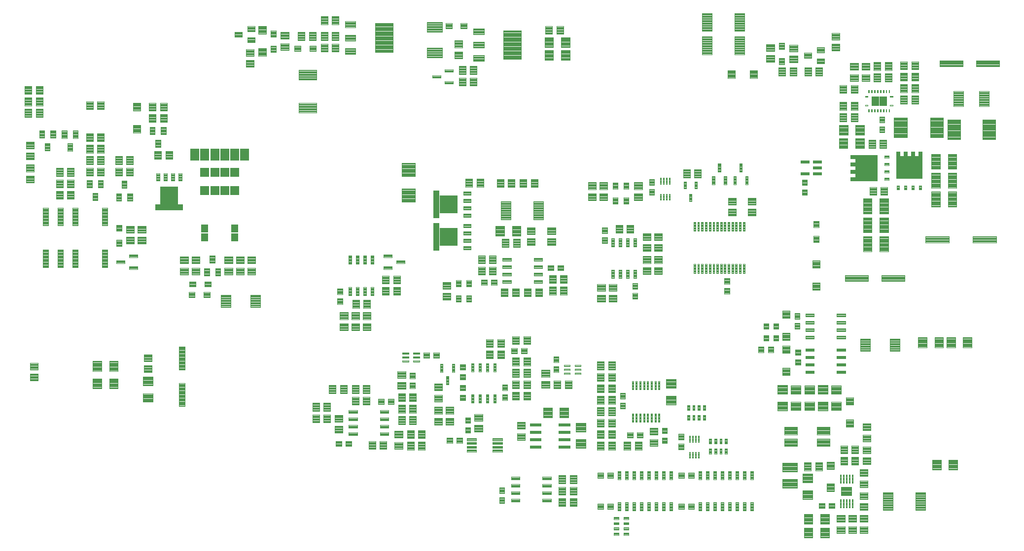
<source format=gtp>
G75*
%MOIN*%
%OFA0B0*%
%FSLAX25Y25*%
%IPPOS*%
%LPD*%
%AMOC8*
5,1,8,0,0,1.08239X$1,22.5*
%
%ADD10C,0.00394*%
%ADD11C,0.00409*%
%ADD12C,0.00402*%
%ADD13C,0.00425*%
%ADD14C,0.00378*%
%ADD15C,0.00399*%
%ADD16C,0.00400*%
%ADD17C,0.00396*%
%ADD18C,0.00408*%
%ADD19C,0.00406*%
%ADD20C,0.00400*%
%ADD21R,0.04724X0.05512*%
%ADD22R,0.05906X0.05906*%
%ADD23R,0.05906X0.08268*%
%ADD24C,0.00387*%
%ADD25C,0.00413*%
%ADD26R,0.04134X0.18996*%
%ADD27R,0.12205X0.12402*%
%ADD28C,0.00386*%
%ADD29C,0.00372*%
%ADD30R,0.18996X0.04134*%
%ADD31R,0.12402X0.12205*%
%ADD32C,0.00362*%
%ADD33C,0.00423*%
%ADD34C,0.00397*%
%ADD35C,0.00100*%
%ADD36C,0.00405*%
%ADD37C,0.00375*%
D10*
X0353779Y0233279D02*
X0357715Y0233279D01*
X0353779Y0233279D02*
X0353779Y0236821D01*
X0357715Y0236821D01*
X0357715Y0233279D01*
X0357715Y0233672D02*
X0353779Y0233672D01*
X0353779Y0234065D02*
X0357715Y0234065D01*
X0357715Y0234458D02*
X0353779Y0234458D01*
X0353779Y0234851D02*
X0357715Y0234851D01*
X0357715Y0235244D02*
X0353779Y0235244D01*
X0353779Y0235637D02*
X0357715Y0235637D01*
X0357715Y0236030D02*
X0353779Y0236030D01*
X0353779Y0236423D02*
X0357715Y0236423D01*
X0357715Y0236816D02*
X0353779Y0236816D01*
X0360472Y0233279D02*
X0364408Y0233279D01*
X0360472Y0233279D02*
X0360472Y0236821D01*
X0364408Y0236821D01*
X0364408Y0233279D01*
X0364408Y0233672D02*
X0360472Y0233672D01*
X0360472Y0234065D02*
X0364408Y0234065D01*
X0364408Y0234458D02*
X0360472Y0234458D01*
X0360472Y0234851D02*
X0364408Y0234851D01*
X0364408Y0235244D02*
X0360472Y0235244D01*
X0360472Y0235637D02*
X0364408Y0235637D01*
X0364408Y0236030D02*
X0360472Y0236030D01*
X0360472Y0236423D02*
X0364408Y0236423D01*
X0364408Y0236816D02*
X0360472Y0236816D01*
X0382529Y0265321D02*
X0386465Y0265321D01*
X0386465Y0261779D01*
X0382529Y0261779D01*
X0382529Y0265321D01*
X0382529Y0262172D02*
X0386465Y0262172D01*
X0386465Y0262565D02*
X0382529Y0262565D01*
X0382529Y0262958D02*
X0386465Y0262958D01*
X0386465Y0263351D02*
X0382529Y0263351D01*
X0382529Y0263744D02*
X0386465Y0263744D01*
X0386465Y0264137D02*
X0382529Y0264137D01*
X0382529Y0264530D02*
X0386465Y0264530D01*
X0386465Y0264923D02*
X0382529Y0264923D01*
X0382529Y0265316D02*
X0386465Y0265316D01*
X0389222Y0265321D02*
X0393158Y0265321D01*
X0393158Y0261779D01*
X0389222Y0261779D01*
X0389222Y0265321D01*
X0389222Y0262172D02*
X0393158Y0262172D01*
X0393158Y0262565D02*
X0389222Y0262565D01*
X0389222Y0262958D02*
X0393158Y0262958D01*
X0393158Y0263351D02*
X0389222Y0263351D01*
X0389222Y0263744D02*
X0393158Y0263744D01*
X0393158Y0264137D02*
X0389222Y0264137D01*
X0389222Y0264530D02*
X0393158Y0264530D01*
X0393158Y0264923D02*
X0389222Y0264923D01*
X0389222Y0265316D02*
X0393158Y0265316D01*
X0407364Y0272486D02*
X0407364Y0276422D01*
X0407364Y0272486D02*
X0403822Y0272486D01*
X0403822Y0276422D01*
X0407364Y0276422D01*
X0407364Y0272879D02*
X0403822Y0272879D01*
X0403822Y0273272D02*
X0407364Y0273272D01*
X0407364Y0273665D02*
X0403822Y0273665D01*
X0403822Y0274058D02*
X0407364Y0274058D01*
X0407364Y0274451D02*
X0403822Y0274451D01*
X0403822Y0274844D02*
X0407364Y0274844D01*
X0407364Y0275237D02*
X0403822Y0275237D01*
X0403822Y0275630D02*
X0407364Y0275630D01*
X0407364Y0276023D02*
X0403822Y0276023D01*
X0403822Y0276416D02*
X0407364Y0276416D01*
X0407364Y0279178D02*
X0407364Y0283114D01*
X0407364Y0279178D02*
X0403822Y0279178D01*
X0403822Y0283114D01*
X0407364Y0283114D01*
X0407364Y0279571D02*
X0403822Y0279571D01*
X0403822Y0279964D02*
X0407364Y0279964D01*
X0407364Y0280357D02*
X0403822Y0280357D01*
X0403822Y0280750D02*
X0407364Y0280750D01*
X0407364Y0281143D02*
X0403822Y0281143D01*
X0403822Y0281536D02*
X0407364Y0281536D01*
X0407364Y0281929D02*
X0403822Y0281929D01*
X0403822Y0282322D02*
X0407364Y0282322D01*
X0407364Y0282715D02*
X0403822Y0282715D01*
X0403822Y0283108D02*
X0407364Y0283108D01*
X0413279Y0293029D02*
X0417215Y0293029D01*
X0413279Y0293029D02*
X0413279Y0296571D01*
X0417215Y0296571D01*
X0417215Y0293029D01*
X0417215Y0293422D02*
X0413279Y0293422D01*
X0413279Y0293815D02*
X0417215Y0293815D01*
X0417215Y0294208D02*
X0413279Y0294208D01*
X0413279Y0294601D02*
X0417215Y0294601D01*
X0417215Y0294994D02*
X0413279Y0294994D01*
X0413279Y0295387D02*
X0417215Y0295387D01*
X0417215Y0295780D02*
X0413279Y0295780D01*
X0413279Y0296173D02*
X0417215Y0296173D01*
X0417215Y0296566D02*
X0413279Y0296566D01*
X0419972Y0293029D02*
X0423908Y0293029D01*
X0419972Y0293029D02*
X0419972Y0296571D01*
X0423908Y0296571D01*
X0423908Y0293029D01*
X0423908Y0293422D02*
X0419972Y0293422D01*
X0419972Y0293815D02*
X0423908Y0293815D01*
X0423908Y0294208D02*
X0419972Y0294208D01*
X0419972Y0294601D02*
X0423908Y0294601D01*
X0423908Y0294994D02*
X0419972Y0294994D01*
X0419972Y0295387D02*
X0423908Y0295387D01*
X0423908Y0295780D02*
X0419972Y0295780D01*
X0419972Y0296173D02*
X0423908Y0296173D01*
X0423908Y0296566D02*
X0419972Y0296566D01*
X0441364Y0288864D02*
X0441364Y0284928D01*
X0437822Y0284928D01*
X0437822Y0288864D01*
X0441364Y0288864D01*
X0441364Y0285321D02*
X0437822Y0285321D01*
X0437822Y0285714D02*
X0441364Y0285714D01*
X0441364Y0286107D02*
X0437822Y0286107D01*
X0437822Y0286500D02*
X0441364Y0286500D01*
X0441364Y0286893D02*
X0437822Y0286893D01*
X0437822Y0287286D02*
X0441364Y0287286D01*
X0441364Y0287679D02*
X0437822Y0287679D01*
X0437822Y0288072D02*
X0441364Y0288072D01*
X0441364Y0288465D02*
X0437822Y0288465D01*
X0437822Y0288858D02*
X0441364Y0288858D01*
X0441364Y0282172D02*
X0441364Y0278236D01*
X0437822Y0278236D01*
X0437822Y0282172D01*
X0441364Y0282172D01*
X0441364Y0278629D02*
X0437822Y0278629D01*
X0437822Y0279022D02*
X0441364Y0279022D01*
X0441364Y0279415D02*
X0437822Y0279415D01*
X0437822Y0279808D02*
X0441364Y0279808D01*
X0441364Y0280201D02*
X0437822Y0280201D01*
X0437822Y0280594D02*
X0441364Y0280594D01*
X0441364Y0280987D02*
X0437822Y0280987D01*
X0437822Y0281380D02*
X0441364Y0281380D01*
X0441364Y0281773D02*
X0437822Y0281773D01*
X0437822Y0282166D02*
X0441364Y0282166D01*
X0441364Y0274864D02*
X0441364Y0270928D01*
X0437822Y0270928D01*
X0437822Y0274864D01*
X0441364Y0274864D01*
X0441364Y0271321D02*
X0437822Y0271321D01*
X0437822Y0271714D02*
X0441364Y0271714D01*
X0441364Y0272107D02*
X0437822Y0272107D01*
X0437822Y0272500D02*
X0441364Y0272500D01*
X0441364Y0272893D02*
X0437822Y0272893D01*
X0437822Y0273286D02*
X0441364Y0273286D01*
X0441364Y0273679D02*
X0437822Y0273679D01*
X0437822Y0274072D02*
X0441364Y0274072D01*
X0441364Y0274465D02*
X0437822Y0274465D01*
X0437822Y0274858D02*
X0441364Y0274858D01*
X0441364Y0268172D02*
X0441364Y0264236D01*
X0437822Y0264236D01*
X0437822Y0268172D01*
X0441364Y0268172D01*
X0441364Y0264629D02*
X0437822Y0264629D01*
X0437822Y0265022D02*
X0441364Y0265022D01*
X0441364Y0265415D02*
X0437822Y0265415D01*
X0437822Y0265808D02*
X0441364Y0265808D01*
X0441364Y0266201D02*
X0437822Y0266201D01*
X0437822Y0266594D02*
X0441364Y0266594D01*
X0441364Y0266987D02*
X0437822Y0266987D01*
X0437822Y0267380D02*
X0441364Y0267380D01*
X0441364Y0267773D02*
X0437822Y0267773D01*
X0437822Y0268166D02*
X0441364Y0268166D01*
X0466322Y0268422D02*
X0466322Y0264486D01*
X0466322Y0268422D02*
X0469864Y0268422D01*
X0469864Y0264486D01*
X0466322Y0264486D01*
X0466322Y0264879D02*
X0469864Y0264879D01*
X0469864Y0265272D02*
X0466322Y0265272D01*
X0466322Y0265665D02*
X0469864Y0265665D01*
X0469864Y0266058D02*
X0466322Y0266058D01*
X0466322Y0266451D02*
X0469864Y0266451D01*
X0469864Y0266844D02*
X0466322Y0266844D01*
X0466322Y0267237D02*
X0469864Y0267237D01*
X0469864Y0267630D02*
X0466322Y0267630D01*
X0466322Y0268023D02*
X0469864Y0268023D01*
X0469864Y0268416D02*
X0466322Y0268416D01*
X0466322Y0271178D02*
X0466322Y0275114D01*
X0469864Y0275114D01*
X0469864Y0271178D01*
X0466322Y0271178D01*
X0466322Y0271571D02*
X0469864Y0271571D01*
X0469864Y0271964D02*
X0466322Y0271964D01*
X0466322Y0272357D02*
X0469864Y0272357D01*
X0469864Y0272750D02*
X0466322Y0272750D01*
X0466322Y0273143D02*
X0469864Y0273143D01*
X0469864Y0273536D02*
X0466322Y0273536D01*
X0466322Y0273929D02*
X0469864Y0273929D01*
X0469864Y0274322D02*
X0466322Y0274322D01*
X0466322Y0274715D02*
X0469864Y0274715D01*
X0469864Y0275108D02*
X0466322Y0275108D01*
X0472529Y0296029D02*
X0476465Y0296029D01*
X0472529Y0296029D02*
X0472529Y0299571D01*
X0476465Y0299571D01*
X0476465Y0296029D01*
X0476465Y0296422D02*
X0472529Y0296422D01*
X0472529Y0296815D02*
X0476465Y0296815D01*
X0476465Y0297208D02*
X0472529Y0297208D01*
X0472529Y0297601D02*
X0476465Y0297601D01*
X0476465Y0297994D02*
X0472529Y0297994D01*
X0472529Y0298387D02*
X0476465Y0298387D01*
X0476465Y0298780D02*
X0472529Y0298780D01*
X0472529Y0299173D02*
X0476465Y0299173D01*
X0476465Y0299566D02*
X0472529Y0299566D01*
X0479222Y0296029D02*
X0483158Y0296029D01*
X0479222Y0296029D02*
X0479222Y0299571D01*
X0483158Y0299571D01*
X0483158Y0296029D01*
X0483158Y0296422D02*
X0479222Y0296422D01*
X0479222Y0296815D02*
X0483158Y0296815D01*
X0483158Y0297208D02*
X0479222Y0297208D01*
X0479222Y0297601D02*
X0483158Y0297601D01*
X0483158Y0297994D02*
X0479222Y0297994D01*
X0479222Y0298387D02*
X0483158Y0298387D01*
X0483158Y0298780D02*
X0479222Y0298780D01*
X0479222Y0299173D02*
X0483158Y0299173D01*
X0483158Y0299566D02*
X0479222Y0299566D01*
X0504614Y0294114D02*
X0504614Y0290178D01*
X0501072Y0290178D01*
X0501072Y0294114D01*
X0504614Y0294114D01*
X0504614Y0290571D02*
X0501072Y0290571D01*
X0501072Y0290964D02*
X0504614Y0290964D01*
X0504614Y0291357D02*
X0501072Y0291357D01*
X0501072Y0291750D02*
X0504614Y0291750D01*
X0504614Y0292143D02*
X0501072Y0292143D01*
X0501072Y0292536D02*
X0504614Y0292536D01*
X0504614Y0292929D02*
X0501072Y0292929D01*
X0501072Y0293322D02*
X0504614Y0293322D01*
X0504614Y0293715D02*
X0501072Y0293715D01*
X0501072Y0294108D02*
X0504614Y0294108D01*
X0504614Y0287422D02*
X0504614Y0283486D01*
X0501072Y0283486D01*
X0501072Y0287422D01*
X0504614Y0287422D01*
X0504614Y0283879D02*
X0501072Y0283879D01*
X0501072Y0284272D02*
X0504614Y0284272D01*
X0504614Y0284665D02*
X0501072Y0284665D01*
X0501072Y0285058D02*
X0504614Y0285058D01*
X0504614Y0285451D02*
X0501072Y0285451D01*
X0501072Y0285844D02*
X0504614Y0285844D01*
X0504614Y0286237D02*
X0501072Y0286237D01*
X0501072Y0286630D02*
X0504614Y0286630D01*
X0504614Y0287023D02*
X0501072Y0287023D01*
X0501072Y0287416D02*
X0504614Y0287416D01*
X0546072Y0269364D02*
X0546072Y0265428D01*
X0546072Y0269364D02*
X0549614Y0269364D01*
X0549614Y0265428D01*
X0546072Y0265428D01*
X0546072Y0265821D02*
X0549614Y0265821D01*
X0549614Y0266214D02*
X0546072Y0266214D01*
X0546072Y0266607D02*
X0549614Y0266607D01*
X0549614Y0267000D02*
X0546072Y0267000D01*
X0546072Y0267393D02*
X0549614Y0267393D01*
X0549614Y0267786D02*
X0546072Y0267786D01*
X0546072Y0268179D02*
X0549614Y0268179D01*
X0549614Y0268572D02*
X0546072Y0268572D01*
X0546072Y0268965D02*
X0549614Y0268965D01*
X0549614Y0269358D02*
X0546072Y0269358D01*
X0546072Y0262672D02*
X0546072Y0258736D01*
X0546072Y0262672D02*
X0549614Y0262672D01*
X0549614Y0258736D01*
X0546072Y0258736D01*
X0546072Y0259129D02*
X0549614Y0259129D01*
X0549614Y0259522D02*
X0546072Y0259522D01*
X0546072Y0259915D02*
X0549614Y0259915D01*
X0549614Y0260308D02*
X0546072Y0260308D01*
X0546072Y0260701D02*
X0549614Y0260701D01*
X0549614Y0261094D02*
X0546072Y0261094D01*
X0546072Y0261487D02*
X0549614Y0261487D01*
X0549614Y0261880D02*
X0546072Y0261880D01*
X0546072Y0262273D02*
X0549614Y0262273D01*
X0549614Y0262666D02*
X0546072Y0262666D01*
X0550779Y0239029D02*
X0554715Y0239029D01*
X0550779Y0239029D02*
X0550779Y0242571D01*
X0554715Y0242571D01*
X0554715Y0239029D01*
X0554715Y0239422D02*
X0550779Y0239422D01*
X0550779Y0239815D02*
X0554715Y0239815D01*
X0554715Y0240208D02*
X0550779Y0240208D01*
X0550779Y0240601D02*
X0554715Y0240601D01*
X0554715Y0240994D02*
X0550779Y0240994D01*
X0550779Y0241387D02*
X0554715Y0241387D01*
X0554715Y0241780D02*
X0550779Y0241780D01*
X0550779Y0242173D02*
X0554715Y0242173D01*
X0554715Y0242566D02*
X0550779Y0242566D01*
X0557472Y0239029D02*
X0561408Y0239029D01*
X0557472Y0239029D02*
X0557472Y0242571D01*
X0561408Y0242571D01*
X0561408Y0239029D01*
X0561408Y0239422D02*
X0557472Y0239422D01*
X0557472Y0239815D02*
X0561408Y0239815D01*
X0561408Y0240208D02*
X0557472Y0240208D01*
X0557472Y0240601D02*
X0561408Y0240601D01*
X0561408Y0240994D02*
X0557472Y0240994D01*
X0557472Y0241387D02*
X0561408Y0241387D01*
X0561408Y0241780D02*
X0557472Y0241780D01*
X0557472Y0242173D02*
X0561408Y0242173D01*
X0561408Y0242566D02*
X0557472Y0242566D01*
X0577864Y0241928D02*
X0577864Y0245864D01*
X0577864Y0241928D02*
X0574322Y0241928D01*
X0574322Y0245864D01*
X0577864Y0245864D01*
X0577864Y0242321D02*
X0574322Y0242321D01*
X0574322Y0242714D02*
X0577864Y0242714D01*
X0577864Y0243107D02*
X0574322Y0243107D01*
X0574322Y0243500D02*
X0577864Y0243500D01*
X0577864Y0243893D02*
X0574322Y0243893D01*
X0574322Y0244286D02*
X0577864Y0244286D01*
X0577864Y0244679D02*
X0574322Y0244679D01*
X0574322Y0245072D02*
X0577864Y0245072D01*
X0577864Y0245465D02*
X0574322Y0245465D01*
X0574322Y0245858D02*
X0577864Y0245858D01*
X0577864Y0239172D02*
X0577864Y0235236D01*
X0574322Y0235236D01*
X0574322Y0239172D01*
X0577864Y0239172D01*
X0577864Y0235629D02*
X0574322Y0235629D01*
X0574322Y0236022D02*
X0577864Y0236022D01*
X0577864Y0236415D02*
X0574322Y0236415D01*
X0574322Y0236808D02*
X0577864Y0236808D01*
X0577864Y0237201D02*
X0574322Y0237201D01*
X0574322Y0237594D02*
X0577864Y0237594D01*
X0577864Y0237987D02*
X0574322Y0237987D01*
X0574322Y0238380D02*
X0577864Y0238380D01*
X0577864Y0238773D02*
X0574322Y0238773D01*
X0574322Y0239166D02*
X0577864Y0239166D01*
X0585572Y0237678D02*
X0585572Y0241614D01*
X0589114Y0241614D01*
X0589114Y0237678D01*
X0585572Y0237678D01*
X0585572Y0238071D02*
X0589114Y0238071D01*
X0589114Y0238464D02*
X0585572Y0238464D01*
X0585572Y0238857D02*
X0589114Y0238857D01*
X0589114Y0239250D02*
X0585572Y0239250D01*
X0585572Y0239643D02*
X0589114Y0239643D01*
X0589114Y0240036D02*
X0585572Y0240036D01*
X0585572Y0240429D02*
X0589114Y0240429D01*
X0589114Y0240822D02*
X0585572Y0240822D01*
X0585572Y0241215D02*
X0589114Y0241215D01*
X0589114Y0241608D02*
X0585572Y0241608D01*
X0585572Y0234922D02*
X0585572Y0230986D01*
X0585572Y0234922D02*
X0589114Y0234922D01*
X0589114Y0230986D01*
X0585572Y0230986D01*
X0585572Y0231379D02*
X0589114Y0231379D01*
X0589114Y0231772D02*
X0585572Y0231772D01*
X0585572Y0232165D02*
X0589114Y0232165D01*
X0589114Y0232558D02*
X0585572Y0232558D01*
X0585572Y0232951D02*
X0589114Y0232951D01*
X0589114Y0233344D02*
X0585572Y0233344D01*
X0585572Y0233737D02*
X0589114Y0233737D01*
X0589114Y0234130D02*
X0585572Y0234130D01*
X0585572Y0234523D02*
X0589114Y0234523D01*
X0589114Y0234916D02*
X0585572Y0234916D01*
X0591491Y0250933D02*
X0593065Y0250933D01*
X0591491Y0250933D02*
X0591491Y0254475D01*
X0593065Y0254475D01*
X0593065Y0250933D01*
X0593065Y0251326D02*
X0591491Y0251326D01*
X0591491Y0251719D02*
X0593065Y0251719D01*
X0593065Y0252112D02*
X0591491Y0252112D01*
X0591491Y0252505D02*
X0593065Y0252505D01*
X0593065Y0252898D02*
X0591491Y0252898D01*
X0591491Y0253291D02*
X0593065Y0253291D01*
X0593065Y0253684D02*
X0591491Y0253684D01*
X0591491Y0254077D02*
X0593065Y0254077D01*
X0593065Y0254470D02*
X0591491Y0254470D01*
X0595035Y0250933D02*
X0596609Y0250933D01*
X0595035Y0250933D02*
X0595035Y0254475D01*
X0596609Y0254475D01*
X0596609Y0250933D01*
X0596609Y0251326D02*
X0595035Y0251326D01*
X0595035Y0251719D02*
X0596609Y0251719D01*
X0596609Y0252112D02*
X0595035Y0252112D01*
X0595035Y0252505D02*
X0596609Y0252505D01*
X0596609Y0252898D02*
X0595035Y0252898D01*
X0595035Y0253291D02*
X0596609Y0253291D01*
X0596609Y0253684D02*
X0595035Y0253684D01*
X0595035Y0254077D02*
X0596609Y0254077D01*
X0596609Y0254470D02*
X0595035Y0254470D01*
X0598578Y0250933D02*
X0600152Y0250933D01*
X0598578Y0250933D02*
X0598578Y0254475D01*
X0600152Y0254475D01*
X0600152Y0250933D01*
X0600152Y0251326D02*
X0598578Y0251326D01*
X0598578Y0251719D02*
X0600152Y0251719D01*
X0600152Y0252112D02*
X0598578Y0252112D01*
X0598578Y0252505D02*
X0600152Y0252505D01*
X0600152Y0252898D02*
X0598578Y0252898D01*
X0598578Y0253291D02*
X0600152Y0253291D01*
X0600152Y0253684D02*
X0598578Y0253684D01*
X0598578Y0254077D02*
X0600152Y0254077D01*
X0600152Y0254470D02*
X0598578Y0254470D01*
X0602121Y0250933D02*
X0603695Y0250933D01*
X0602121Y0250933D02*
X0602121Y0254475D01*
X0603695Y0254475D01*
X0603695Y0250933D01*
X0603695Y0251326D02*
X0602121Y0251326D01*
X0602121Y0251719D02*
X0603695Y0251719D01*
X0603695Y0252112D02*
X0602121Y0252112D01*
X0602121Y0252505D02*
X0603695Y0252505D01*
X0603695Y0252898D02*
X0602121Y0252898D01*
X0602121Y0253291D02*
X0603695Y0253291D01*
X0603695Y0253684D02*
X0602121Y0253684D01*
X0602121Y0254077D02*
X0603695Y0254077D01*
X0603695Y0254470D02*
X0602121Y0254470D01*
X0602121Y0257625D02*
X0603695Y0257625D01*
X0602121Y0257625D02*
X0602121Y0261167D01*
X0603695Y0261167D01*
X0603695Y0257625D01*
X0603695Y0258018D02*
X0602121Y0258018D01*
X0602121Y0258411D02*
X0603695Y0258411D01*
X0603695Y0258804D02*
X0602121Y0258804D01*
X0602121Y0259197D02*
X0603695Y0259197D01*
X0603695Y0259590D02*
X0602121Y0259590D01*
X0602121Y0259983D02*
X0603695Y0259983D01*
X0603695Y0260376D02*
X0602121Y0260376D01*
X0602121Y0260769D02*
X0603695Y0260769D01*
X0603695Y0261162D02*
X0602121Y0261162D01*
X0600152Y0257625D02*
X0598578Y0257625D01*
X0598578Y0261167D01*
X0600152Y0261167D01*
X0600152Y0257625D01*
X0600152Y0258018D02*
X0598578Y0258018D01*
X0598578Y0258411D02*
X0600152Y0258411D01*
X0600152Y0258804D02*
X0598578Y0258804D01*
X0598578Y0259197D02*
X0600152Y0259197D01*
X0600152Y0259590D02*
X0598578Y0259590D01*
X0598578Y0259983D02*
X0600152Y0259983D01*
X0600152Y0260376D02*
X0598578Y0260376D01*
X0598578Y0260769D02*
X0600152Y0260769D01*
X0600152Y0261162D02*
X0598578Y0261162D01*
X0596609Y0257625D02*
X0595035Y0257625D01*
X0595035Y0261167D01*
X0596609Y0261167D01*
X0596609Y0257625D01*
X0596609Y0258018D02*
X0595035Y0258018D01*
X0595035Y0258411D02*
X0596609Y0258411D01*
X0596609Y0258804D02*
X0595035Y0258804D01*
X0595035Y0259197D02*
X0596609Y0259197D01*
X0596609Y0259590D02*
X0595035Y0259590D01*
X0595035Y0259983D02*
X0596609Y0259983D01*
X0596609Y0260376D02*
X0595035Y0260376D01*
X0595035Y0260769D02*
X0596609Y0260769D01*
X0596609Y0261162D02*
X0595035Y0261162D01*
X0593065Y0257625D02*
X0591491Y0257625D01*
X0591491Y0261167D01*
X0593065Y0261167D01*
X0593065Y0257625D01*
X0593065Y0258018D02*
X0591491Y0258018D01*
X0591491Y0258411D02*
X0593065Y0258411D01*
X0593065Y0258804D02*
X0591491Y0258804D01*
X0591491Y0259197D02*
X0593065Y0259197D01*
X0593065Y0259590D02*
X0591491Y0259590D01*
X0591491Y0259983D02*
X0593065Y0259983D01*
X0593065Y0260376D02*
X0591491Y0260376D01*
X0591491Y0260769D02*
X0593065Y0260769D01*
X0593065Y0261162D02*
X0591491Y0261162D01*
X0606241Y0234875D02*
X0607815Y0234875D01*
X0606241Y0234875D02*
X0606241Y0238417D01*
X0607815Y0238417D01*
X0607815Y0234875D01*
X0607815Y0235268D02*
X0606241Y0235268D01*
X0606241Y0235661D02*
X0607815Y0235661D01*
X0607815Y0236054D02*
X0606241Y0236054D01*
X0606241Y0236447D02*
X0607815Y0236447D01*
X0607815Y0236840D02*
X0606241Y0236840D01*
X0606241Y0237233D02*
X0607815Y0237233D01*
X0607815Y0237626D02*
X0606241Y0237626D01*
X0606241Y0238019D02*
X0607815Y0238019D01*
X0607815Y0238412D02*
X0606241Y0238412D01*
X0609785Y0234875D02*
X0611359Y0234875D01*
X0609785Y0234875D02*
X0609785Y0238417D01*
X0611359Y0238417D01*
X0611359Y0234875D01*
X0611359Y0235268D02*
X0609785Y0235268D01*
X0609785Y0235661D02*
X0611359Y0235661D01*
X0611359Y0236054D02*
X0609785Y0236054D01*
X0609785Y0236447D02*
X0611359Y0236447D01*
X0611359Y0236840D02*
X0609785Y0236840D01*
X0609785Y0237233D02*
X0611359Y0237233D01*
X0611359Y0237626D02*
X0609785Y0237626D01*
X0609785Y0238019D02*
X0611359Y0238019D01*
X0611359Y0238412D02*
X0609785Y0238412D01*
X0613328Y0234875D02*
X0614902Y0234875D01*
X0613328Y0234875D02*
X0613328Y0238417D01*
X0614902Y0238417D01*
X0614902Y0234875D01*
X0614902Y0235268D02*
X0613328Y0235268D01*
X0613328Y0235661D02*
X0614902Y0235661D01*
X0614902Y0236054D02*
X0613328Y0236054D01*
X0613328Y0236447D02*
X0614902Y0236447D01*
X0614902Y0236840D02*
X0613328Y0236840D01*
X0613328Y0237233D02*
X0614902Y0237233D01*
X0614902Y0237626D02*
X0613328Y0237626D01*
X0613328Y0238019D02*
X0614902Y0238019D01*
X0614902Y0238412D02*
X0613328Y0238412D01*
X0616871Y0234875D02*
X0618445Y0234875D01*
X0616871Y0234875D02*
X0616871Y0238417D01*
X0618445Y0238417D01*
X0618445Y0234875D01*
X0618445Y0235268D02*
X0616871Y0235268D01*
X0616871Y0235661D02*
X0618445Y0235661D01*
X0618445Y0236054D02*
X0616871Y0236054D01*
X0616871Y0236447D02*
X0618445Y0236447D01*
X0618445Y0236840D02*
X0616871Y0236840D01*
X0616871Y0237233D02*
X0618445Y0237233D01*
X0618445Y0237626D02*
X0616871Y0237626D01*
X0616871Y0238019D02*
X0618445Y0238019D01*
X0618445Y0238412D02*
X0616871Y0238412D01*
X0616871Y0228183D02*
X0618445Y0228183D01*
X0616871Y0228183D02*
X0616871Y0231725D01*
X0618445Y0231725D01*
X0618445Y0228183D01*
X0618445Y0228576D02*
X0616871Y0228576D01*
X0616871Y0228969D02*
X0618445Y0228969D01*
X0618445Y0229362D02*
X0616871Y0229362D01*
X0616871Y0229755D02*
X0618445Y0229755D01*
X0618445Y0230148D02*
X0616871Y0230148D01*
X0616871Y0230541D02*
X0618445Y0230541D01*
X0618445Y0230934D02*
X0616871Y0230934D01*
X0616871Y0231327D02*
X0618445Y0231327D01*
X0618445Y0231720D02*
X0616871Y0231720D01*
X0614902Y0228183D02*
X0613328Y0228183D01*
X0613328Y0231725D01*
X0614902Y0231725D01*
X0614902Y0228183D01*
X0614902Y0228576D02*
X0613328Y0228576D01*
X0613328Y0228969D02*
X0614902Y0228969D01*
X0614902Y0229362D02*
X0613328Y0229362D01*
X0613328Y0229755D02*
X0614902Y0229755D01*
X0614902Y0230148D02*
X0613328Y0230148D01*
X0613328Y0230541D02*
X0614902Y0230541D01*
X0614902Y0230934D02*
X0613328Y0230934D01*
X0613328Y0231327D02*
X0614902Y0231327D01*
X0614902Y0231720D02*
X0613328Y0231720D01*
X0611359Y0228183D02*
X0609785Y0228183D01*
X0609785Y0231725D01*
X0611359Y0231725D01*
X0611359Y0228183D01*
X0611359Y0228576D02*
X0609785Y0228576D01*
X0609785Y0228969D02*
X0611359Y0228969D01*
X0611359Y0229362D02*
X0609785Y0229362D01*
X0609785Y0229755D02*
X0611359Y0229755D01*
X0611359Y0230148D02*
X0609785Y0230148D01*
X0609785Y0230541D02*
X0611359Y0230541D01*
X0611359Y0230934D02*
X0609785Y0230934D01*
X0609785Y0231327D02*
X0611359Y0231327D01*
X0611359Y0231720D02*
X0609785Y0231720D01*
X0607815Y0228183D02*
X0606241Y0228183D01*
X0606241Y0231725D01*
X0607815Y0231725D01*
X0607815Y0228183D01*
X0607815Y0228576D02*
X0606241Y0228576D01*
X0606241Y0228969D02*
X0607815Y0228969D01*
X0607815Y0229362D02*
X0606241Y0229362D01*
X0606241Y0229755D02*
X0607815Y0229755D01*
X0607815Y0230148D02*
X0606241Y0230148D01*
X0606241Y0230541D02*
X0607815Y0230541D01*
X0607815Y0230934D02*
X0606241Y0230934D01*
X0606241Y0231327D02*
X0607815Y0231327D01*
X0607815Y0231720D02*
X0606241Y0231720D01*
X0596158Y0211779D02*
X0592222Y0211779D01*
X0592222Y0215321D01*
X0596158Y0215321D01*
X0596158Y0211779D01*
X0596158Y0212172D02*
X0592222Y0212172D01*
X0592222Y0212565D02*
X0596158Y0212565D01*
X0596158Y0212958D02*
X0592222Y0212958D01*
X0592222Y0213351D02*
X0596158Y0213351D01*
X0596158Y0213744D02*
X0592222Y0213744D01*
X0592222Y0214137D02*
X0596158Y0214137D01*
X0596158Y0214530D02*
X0592222Y0214530D01*
X0592222Y0214923D02*
X0596158Y0214923D01*
X0596158Y0215316D02*
X0592222Y0215316D01*
X0589465Y0211779D02*
X0585529Y0211779D01*
X0585529Y0215321D01*
X0589465Y0215321D01*
X0589465Y0211779D01*
X0589465Y0212172D02*
X0585529Y0212172D01*
X0585529Y0212565D02*
X0589465Y0212565D01*
X0589465Y0212958D02*
X0585529Y0212958D01*
X0585529Y0213351D02*
X0589465Y0213351D01*
X0589465Y0213744D02*
X0585529Y0213744D01*
X0585529Y0214137D02*
X0589465Y0214137D01*
X0589465Y0214530D02*
X0585529Y0214530D01*
X0585529Y0214923D02*
X0589465Y0214923D01*
X0589465Y0215316D02*
X0585529Y0215316D01*
X0585529Y0194321D02*
X0589465Y0194321D01*
X0589465Y0190779D01*
X0585529Y0190779D01*
X0585529Y0194321D01*
X0585529Y0191172D02*
X0589465Y0191172D01*
X0589465Y0191565D02*
X0585529Y0191565D01*
X0585529Y0191958D02*
X0589465Y0191958D01*
X0589465Y0192351D02*
X0585529Y0192351D01*
X0585529Y0192744D02*
X0589465Y0192744D01*
X0589465Y0193137D02*
X0585529Y0193137D01*
X0585529Y0193530D02*
X0589465Y0193530D01*
X0589465Y0193923D02*
X0585529Y0193923D01*
X0585529Y0194316D02*
X0589465Y0194316D01*
X0592222Y0194321D02*
X0596158Y0194321D01*
X0596158Y0190779D01*
X0592222Y0190779D01*
X0592222Y0194321D01*
X0592222Y0191172D02*
X0596158Y0191172D01*
X0596158Y0191565D02*
X0592222Y0191565D01*
X0592222Y0191958D02*
X0596158Y0191958D01*
X0596158Y0192351D02*
X0592222Y0192351D01*
X0592222Y0192744D02*
X0596158Y0192744D01*
X0596158Y0193137D02*
X0592222Y0193137D01*
X0592222Y0193530D02*
X0596158Y0193530D01*
X0596158Y0193923D02*
X0592222Y0193923D01*
X0592222Y0194316D02*
X0596158Y0194316D01*
X0551961Y0185402D02*
X0551961Y0183828D01*
X0548419Y0183828D01*
X0548419Y0185402D01*
X0551961Y0185402D01*
X0551961Y0184221D02*
X0548419Y0184221D01*
X0548419Y0184614D02*
X0551961Y0184614D01*
X0551961Y0185007D02*
X0548419Y0185007D01*
X0548419Y0185400D02*
X0551961Y0185400D01*
X0551961Y0181859D02*
X0551961Y0180285D01*
X0548419Y0180285D01*
X0548419Y0181859D01*
X0551961Y0181859D01*
X0551961Y0180678D02*
X0548419Y0180678D01*
X0548419Y0181071D02*
X0551961Y0181071D01*
X0551961Y0181464D02*
X0548419Y0181464D01*
X0548419Y0181857D02*
X0551961Y0181857D01*
X0551961Y0178315D02*
X0551961Y0176741D01*
X0548419Y0176741D01*
X0548419Y0178315D01*
X0551961Y0178315D01*
X0551961Y0177134D02*
X0548419Y0177134D01*
X0548419Y0177527D02*
X0551961Y0177527D01*
X0551961Y0177920D02*
X0548419Y0177920D01*
X0548419Y0178313D02*
X0551961Y0178313D01*
X0551961Y0174772D02*
X0551961Y0173198D01*
X0548419Y0173198D01*
X0548419Y0174772D01*
X0551961Y0174772D01*
X0551961Y0173591D02*
X0548419Y0173591D01*
X0548419Y0173984D02*
X0551961Y0173984D01*
X0551961Y0174377D02*
X0548419Y0174377D01*
X0548419Y0174770D02*
X0551961Y0174770D01*
X0545268Y0174772D02*
X0545268Y0173198D01*
X0541726Y0173198D01*
X0541726Y0174772D01*
X0545268Y0174772D01*
X0545268Y0173591D02*
X0541726Y0173591D01*
X0541726Y0173984D02*
X0545268Y0173984D01*
X0545268Y0174377D02*
X0541726Y0174377D01*
X0541726Y0174770D02*
X0545268Y0174770D01*
X0545268Y0176741D02*
X0545268Y0178315D01*
X0545268Y0176741D02*
X0541726Y0176741D01*
X0541726Y0178315D01*
X0545268Y0178315D01*
X0545268Y0177134D02*
X0541726Y0177134D01*
X0541726Y0177527D02*
X0545268Y0177527D01*
X0545268Y0177920D02*
X0541726Y0177920D01*
X0541726Y0178313D02*
X0545268Y0178313D01*
X0545268Y0180285D02*
X0545268Y0181859D01*
X0545268Y0180285D02*
X0541726Y0180285D01*
X0541726Y0181859D01*
X0545268Y0181859D01*
X0545268Y0180678D02*
X0541726Y0180678D01*
X0541726Y0181071D02*
X0545268Y0181071D01*
X0545268Y0181464D02*
X0541726Y0181464D01*
X0541726Y0181857D02*
X0545268Y0181857D01*
X0545268Y0183828D02*
X0545268Y0185402D01*
X0545268Y0183828D02*
X0541726Y0183828D01*
X0541726Y0185402D01*
X0545268Y0185402D01*
X0545268Y0184221D02*
X0541726Y0184221D01*
X0541726Y0184614D02*
X0545268Y0184614D01*
X0545268Y0185007D02*
X0541726Y0185007D01*
X0541726Y0185400D02*
X0545268Y0185400D01*
X0541408Y0194321D02*
X0537472Y0194321D01*
X0541408Y0194321D02*
X0541408Y0190779D01*
X0537472Y0190779D01*
X0537472Y0194321D01*
X0537472Y0191172D02*
X0541408Y0191172D01*
X0541408Y0191565D02*
X0537472Y0191565D01*
X0537472Y0191958D02*
X0541408Y0191958D01*
X0541408Y0192351D02*
X0537472Y0192351D01*
X0537472Y0192744D02*
X0541408Y0192744D01*
X0541408Y0193137D02*
X0537472Y0193137D01*
X0537472Y0193530D02*
X0541408Y0193530D01*
X0541408Y0193923D02*
X0537472Y0193923D01*
X0537472Y0194316D02*
X0541408Y0194316D01*
X0534715Y0194321D02*
X0530779Y0194321D01*
X0534715Y0194321D02*
X0534715Y0190779D01*
X0530779Y0190779D01*
X0530779Y0194321D01*
X0530779Y0191172D02*
X0534715Y0191172D01*
X0534715Y0191565D02*
X0530779Y0191565D01*
X0530779Y0191958D02*
X0534715Y0191958D01*
X0534715Y0192351D02*
X0530779Y0192351D01*
X0530779Y0192744D02*
X0534715Y0192744D01*
X0534715Y0193137D02*
X0530779Y0193137D01*
X0530779Y0193530D02*
X0534715Y0193530D01*
X0534715Y0193923D02*
X0530779Y0193923D01*
X0530779Y0194316D02*
X0534715Y0194316D01*
X0534715Y0211779D02*
X0530779Y0211779D01*
X0530779Y0215321D01*
X0534715Y0215321D01*
X0534715Y0211779D01*
X0534715Y0212172D02*
X0530779Y0212172D01*
X0530779Y0212565D02*
X0534715Y0212565D01*
X0534715Y0212958D02*
X0530779Y0212958D01*
X0530779Y0213351D02*
X0534715Y0213351D01*
X0534715Y0213744D02*
X0530779Y0213744D01*
X0530779Y0214137D02*
X0534715Y0214137D01*
X0534715Y0214530D02*
X0530779Y0214530D01*
X0530779Y0214923D02*
X0534715Y0214923D01*
X0534715Y0215316D02*
X0530779Y0215316D01*
X0537472Y0211779D02*
X0541408Y0211779D01*
X0537472Y0211779D02*
X0537472Y0215321D01*
X0541408Y0215321D01*
X0541408Y0211779D01*
X0541408Y0212172D02*
X0537472Y0212172D01*
X0537472Y0212565D02*
X0541408Y0212565D01*
X0541408Y0212958D02*
X0537472Y0212958D01*
X0537472Y0213351D02*
X0541408Y0213351D01*
X0541408Y0213744D02*
X0537472Y0213744D01*
X0537472Y0214137D02*
X0541408Y0214137D01*
X0541408Y0214530D02*
X0537472Y0214530D01*
X0537472Y0214923D02*
X0541408Y0214923D01*
X0541408Y0215316D02*
X0537472Y0215316D01*
X0464322Y0205364D02*
X0464322Y0201428D01*
X0464322Y0205364D02*
X0467864Y0205364D01*
X0467864Y0201428D01*
X0464322Y0201428D01*
X0464322Y0201821D02*
X0467864Y0201821D01*
X0467864Y0202214D02*
X0464322Y0202214D01*
X0464322Y0202607D02*
X0467864Y0202607D01*
X0467864Y0203000D02*
X0464322Y0203000D01*
X0464322Y0203393D02*
X0467864Y0203393D01*
X0467864Y0203786D02*
X0464322Y0203786D01*
X0464322Y0204179D02*
X0467864Y0204179D01*
X0467864Y0204572D02*
X0464322Y0204572D01*
X0464322Y0204965D02*
X0467864Y0204965D01*
X0467864Y0205358D02*
X0464322Y0205358D01*
X0464322Y0198672D02*
X0464322Y0194736D01*
X0464322Y0198672D02*
X0467864Y0198672D01*
X0467864Y0194736D01*
X0464322Y0194736D01*
X0464322Y0195129D02*
X0467864Y0195129D01*
X0467864Y0195522D02*
X0464322Y0195522D01*
X0464322Y0195915D02*
X0467864Y0195915D01*
X0467864Y0196308D02*
X0464322Y0196308D01*
X0464322Y0196701D02*
X0467864Y0196701D01*
X0467864Y0197094D02*
X0464322Y0197094D01*
X0464322Y0197487D02*
X0467864Y0197487D01*
X0467864Y0197880D02*
X0464322Y0197880D01*
X0464322Y0198273D02*
X0467864Y0198273D01*
X0467864Y0198666D02*
X0464322Y0198666D01*
X0439408Y0235529D02*
X0435472Y0235529D01*
X0435472Y0239071D01*
X0439408Y0239071D01*
X0439408Y0235529D01*
X0439408Y0235922D02*
X0435472Y0235922D01*
X0435472Y0236315D02*
X0439408Y0236315D01*
X0439408Y0236708D02*
X0435472Y0236708D01*
X0435472Y0237101D02*
X0439408Y0237101D01*
X0439408Y0237494D02*
X0435472Y0237494D01*
X0435472Y0237887D02*
X0439408Y0237887D01*
X0439408Y0238280D02*
X0435472Y0238280D01*
X0435472Y0238673D02*
X0439408Y0238673D01*
X0439408Y0239066D02*
X0435472Y0239066D01*
X0432715Y0235529D02*
X0428779Y0235529D01*
X0428779Y0239071D01*
X0432715Y0239071D01*
X0432715Y0235529D01*
X0432715Y0235922D02*
X0428779Y0235922D01*
X0428779Y0236315D02*
X0432715Y0236315D01*
X0432715Y0236708D02*
X0428779Y0236708D01*
X0428779Y0237101D02*
X0432715Y0237101D01*
X0432715Y0237494D02*
X0428779Y0237494D01*
X0428779Y0237887D02*
X0432715Y0237887D01*
X0432715Y0238280D02*
X0428779Y0238280D01*
X0428779Y0238673D02*
X0432715Y0238673D01*
X0432715Y0239066D02*
X0428779Y0239066D01*
X0441322Y0242236D02*
X0441322Y0246172D01*
X0444864Y0246172D01*
X0444864Y0242236D01*
X0441322Y0242236D01*
X0441322Y0242629D02*
X0444864Y0242629D01*
X0444864Y0243022D02*
X0441322Y0243022D01*
X0441322Y0243415D02*
X0444864Y0243415D01*
X0444864Y0243808D02*
X0441322Y0243808D01*
X0441322Y0244201D02*
X0444864Y0244201D01*
X0444864Y0244594D02*
X0441322Y0244594D01*
X0441322Y0244987D02*
X0444864Y0244987D01*
X0444864Y0245380D02*
X0441322Y0245380D01*
X0441322Y0245773D02*
X0444864Y0245773D01*
X0444864Y0246166D02*
X0441322Y0246166D01*
X0441322Y0248928D02*
X0441322Y0252864D01*
X0444864Y0252864D01*
X0444864Y0248928D01*
X0441322Y0248928D01*
X0441322Y0249321D02*
X0444864Y0249321D01*
X0444864Y0249714D02*
X0441322Y0249714D01*
X0441322Y0250107D02*
X0444864Y0250107D01*
X0444864Y0250500D02*
X0441322Y0250500D01*
X0441322Y0250893D02*
X0444864Y0250893D01*
X0444864Y0251286D02*
X0441322Y0251286D01*
X0441322Y0251679D02*
X0444864Y0251679D01*
X0444864Y0252072D02*
X0441322Y0252072D01*
X0441322Y0252465D02*
X0444864Y0252465D01*
X0444864Y0252858D02*
X0441322Y0252858D01*
X0445614Y0331017D02*
X0445614Y0335347D01*
X0445614Y0331017D02*
X0442072Y0331017D01*
X0442072Y0335347D01*
X0445614Y0335347D01*
X0445614Y0331410D02*
X0442072Y0331410D01*
X0442072Y0331803D02*
X0445614Y0331803D01*
X0445614Y0332196D02*
X0442072Y0332196D01*
X0442072Y0332589D02*
X0445614Y0332589D01*
X0445614Y0332982D02*
X0442072Y0332982D01*
X0442072Y0333375D02*
X0445614Y0333375D01*
X0445614Y0333768D02*
X0442072Y0333768D01*
X0442072Y0334161D02*
X0445614Y0334161D01*
X0445614Y0334554D02*
X0442072Y0334554D01*
X0442072Y0334947D02*
X0445614Y0334947D01*
X0445614Y0335340D02*
X0442072Y0335340D01*
X0438614Y0335347D02*
X0438614Y0331017D01*
X0435072Y0331017D01*
X0435072Y0335347D01*
X0438614Y0335347D01*
X0438614Y0331410D02*
X0435072Y0331410D01*
X0435072Y0331803D02*
X0438614Y0331803D01*
X0438614Y0332196D02*
X0435072Y0332196D01*
X0435072Y0332589D02*
X0438614Y0332589D01*
X0438614Y0332982D02*
X0435072Y0332982D01*
X0435072Y0333375D02*
X0438614Y0333375D01*
X0438614Y0333768D02*
X0435072Y0333768D01*
X0435072Y0334161D02*
X0438614Y0334161D01*
X0438614Y0334554D02*
X0435072Y0334554D01*
X0435072Y0334947D02*
X0438614Y0334947D01*
X0438614Y0335340D02*
X0435072Y0335340D01*
X0438614Y0341253D02*
X0438614Y0345583D01*
X0438614Y0341253D02*
X0435072Y0341253D01*
X0435072Y0345583D01*
X0438614Y0345583D01*
X0438614Y0341646D02*
X0435072Y0341646D01*
X0435072Y0342039D02*
X0438614Y0342039D01*
X0438614Y0342432D02*
X0435072Y0342432D01*
X0435072Y0342825D02*
X0438614Y0342825D01*
X0438614Y0343218D02*
X0435072Y0343218D01*
X0435072Y0343611D02*
X0438614Y0343611D01*
X0438614Y0344004D02*
X0435072Y0344004D01*
X0435072Y0344397D02*
X0438614Y0344397D01*
X0438614Y0344790D02*
X0435072Y0344790D01*
X0435072Y0345183D02*
X0438614Y0345183D01*
X0438614Y0345576D02*
X0435072Y0345576D01*
X0445614Y0345583D02*
X0445614Y0341253D01*
X0442072Y0341253D01*
X0442072Y0345583D01*
X0445614Y0345583D01*
X0445614Y0341646D02*
X0442072Y0341646D01*
X0442072Y0342039D02*
X0445614Y0342039D01*
X0445614Y0342432D02*
X0442072Y0342432D01*
X0442072Y0342825D02*
X0445614Y0342825D01*
X0445614Y0343218D02*
X0442072Y0343218D01*
X0442072Y0343611D02*
X0445614Y0343611D01*
X0445614Y0344004D02*
X0442072Y0344004D01*
X0442072Y0344397D02*
X0445614Y0344397D01*
X0445614Y0344790D02*
X0442072Y0344790D01*
X0442072Y0345183D02*
X0445614Y0345183D01*
X0445614Y0345576D02*
X0442072Y0345576D01*
X0452279Y0346071D02*
X0456215Y0346071D01*
X0456215Y0342529D01*
X0452279Y0342529D01*
X0452279Y0346071D01*
X0452279Y0342922D02*
X0456215Y0342922D01*
X0456215Y0343315D02*
X0452279Y0343315D01*
X0452279Y0343708D02*
X0456215Y0343708D01*
X0456215Y0344101D02*
X0452279Y0344101D01*
X0452279Y0344494D02*
X0456215Y0344494D01*
X0456215Y0344887D02*
X0452279Y0344887D01*
X0452279Y0345280D02*
X0456215Y0345280D01*
X0456215Y0345673D02*
X0452279Y0345673D01*
X0452279Y0346066D02*
X0456215Y0346066D01*
X0458972Y0346071D02*
X0462908Y0346071D01*
X0462908Y0342529D01*
X0458972Y0342529D01*
X0458972Y0346071D01*
X0458972Y0342922D02*
X0462908Y0342922D01*
X0462908Y0343315D02*
X0458972Y0343315D01*
X0458972Y0343708D02*
X0462908Y0343708D01*
X0462908Y0344101D02*
X0458972Y0344101D01*
X0458972Y0344494D02*
X0462908Y0344494D01*
X0462908Y0344887D02*
X0458972Y0344887D01*
X0458972Y0345280D02*
X0462908Y0345280D01*
X0462908Y0345673D02*
X0458972Y0345673D01*
X0458972Y0346066D02*
X0462908Y0346066D01*
X0497279Y0352279D02*
X0501215Y0352279D01*
X0497279Y0352279D02*
X0497279Y0355821D01*
X0501215Y0355821D01*
X0501215Y0352279D01*
X0501215Y0352672D02*
X0497279Y0352672D01*
X0497279Y0353065D02*
X0501215Y0353065D01*
X0501215Y0353458D02*
X0497279Y0353458D01*
X0497279Y0353851D02*
X0501215Y0353851D01*
X0501215Y0354244D02*
X0497279Y0354244D01*
X0497279Y0354637D02*
X0501215Y0354637D01*
X0501215Y0355030D02*
X0497279Y0355030D01*
X0497279Y0355423D02*
X0501215Y0355423D01*
X0501215Y0355816D02*
X0497279Y0355816D01*
X0503972Y0352279D02*
X0507908Y0352279D01*
X0503972Y0352279D02*
X0503972Y0355821D01*
X0507908Y0355821D01*
X0507908Y0352279D01*
X0507908Y0352672D02*
X0503972Y0352672D01*
X0503972Y0353065D02*
X0507908Y0353065D01*
X0507908Y0353458D02*
X0503972Y0353458D01*
X0503972Y0353851D02*
X0507908Y0353851D01*
X0507908Y0354244D02*
X0503972Y0354244D01*
X0503972Y0354637D02*
X0507908Y0354637D01*
X0507908Y0355030D02*
X0503972Y0355030D01*
X0503972Y0355423D02*
X0507908Y0355423D01*
X0507908Y0355816D02*
X0503972Y0355816D01*
X0533822Y0370736D02*
X0533822Y0374672D01*
X0537364Y0374672D01*
X0537364Y0370736D01*
X0533822Y0370736D01*
X0533822Y0371129D02*
X0537364Y0371129D01*
X0537364Y0371522D02*
X0533822Y0371522D01*
X0533822Y0371915D02*
X0537364Y0371915D01*
X0537364Y0372308D02*
X0533822Y0372308D01*
X0533822Y0372701D02*
X0537364Y0372701D01*
X0537364Y0373094D02*
X0533822Y0373094D01*
X0533822Y0373487D02*
X0537364Y0373487D01*
X0537364Y0373880D02*
X0533822Y0373880D01*
X0533822Y0374273D02*
X0537364Y0374273D01*
X0537364Y0374666D02*
X0533822Y0374666D01*
X0533822Y0377428D02*
X0533822Y0381364D01*
X0537364Y0381364D01*
X0537364Y0377428D01*
X0533822Y0377428D01*
X0533822Y0377821D02*
X0537364Y0377821D01*
X0537364Y0378214D02*
X0533822Y0378214D01*
X0533822Y0378607D02*
X0537364Y0378607D01*
X0537364Y0379000D02*
X0533822Y0379000D01*
X0533822Y0379393D02*
X0537364Y0379393D01*
X0537364Y0379786D02*
X0533822Y0379786D01*
X0533822Y0380179D02*
X0537364Y0380179D01*
X0537364Y0380572D02*
X0533822Y0380572D01*
X0533822Y0380965D02*
X0537364Y0380965D01*
X0537364Y0381358D02*
X0533822Y0381358D01*
X0544614Y0397267D02*
X0544614Y0401597D01*
X0544614Y0397267D02*
X0541072Y0397267D01*
X0541072Y0401597D01*
X0544614Y0401597D01*
X0544614Y0397660D02*
X0541072Y0397660D01*
X0541072Y0398053D02*
X0544614Y0398053D01*
X0544614Y0398446D02*
X0541072Y0398446D01*
X0541072Y0398839D02*
X0544614Y0398839D01*
X0544614Y0399232D02*
X0541072Y0399232D01*
X0541072Y0399625D02*
X0544614Y0399625D01*
X0544614Y0400018D02*
X0541072Y0400018D01*
X0541072Y0400411D02*
X0544614Y0400411D01*
X0544614Y0400804D02*
X0541072Y0400804D01*
X0541072Y0401197D02*
X0544614Y0401197D01*
X0544614Y0401590D02*
X0541072Y0401590D01*
X0544614Y0407503D02*
X0544614Y0411833D01*
X0544614Y0407503D02*
X0541072Y0407503D01*
X0541072Y0411833D01*
X0544614Y0411833D01*
X0544614Y0407896D02*
X0541072Y0407896D01*
X0541072Y0408289D02*
X0544614Y0408289D01*
X0544614Y0408682D02*
X0541072Y0408682D01*
X0541072Y0409075D02*
X0544614Y0409075D01*
X0544614Y0409468D02*
X0541072Y0409468D01*
X0541072Y0409861D02*
X0544614Y0409861D01*
X0544614Y0410254D02*
X0541072Y0410254D01*
X0541072Y0410647D02*
X0544614Y0410647D01*
X0544614Y0411040D02*
X0541072Y0411040D01*
X0541072Y0411433D02*
X0544614Y0411433D01*
X0544614Y0411826D02*
X0541072Y0411826D01*
X0551864Y0411833D02*
X0551864Y0407503D01*
X0548322Y0407503D01*
X0548322Y0411833D01*
X0551864Y0411833D01*
X0551864Y0407896D02*
X0548322Y0407896D01*
X0548322Y0408289D02*
X0551864Y0408289D01*
X0551864Y0408682D02*
X0548322Y0408682D01*
X0548322Y0409075D02*
X0551864Y0409075D01*
X0551864Y0409468D02*
X0548322Y0409468D01*
X0548322Y0409861D02*
X0551864Y0409861D01*
X0551864Y0410254D02*
X0548322Y0410254D01*
X0548322Y0410647D02*
X0551864Y0410647D01*
X0551864Y0411040D02*
X0548322Y0411040D01*
X0548322Y0411433D02*
X0551864Y0411433D01*
X0551864Y0411826D02*
X0548322Y0411826D01*
X0551864Y0401597D02*
X0551864Y0397267D01*
X0548322Y0397267D01*
X0548322Y0401597D01*
X0551864Y0401597D01*
X0551864Y0397660D02*
X0548322Y0397660D01*
X0548322Y0398053D02*
X0551864Y0398053D01*
X0551864Y0398446D02*
X0548322Y0398446D01*
X0548322Y0398839D02*
X0551864Y0398839D01*
X0551864Y0399232D02*
X0548322Y0399232D01*
X0548322Y0399625D02*
X0551864Y0399625D01*
X0551864Y0400018D02*
X0548322Y0400018D01*
X0548322Y0400411D02*
X0551864Y0400411D01*
X0551864Y0400804D02*
X0548322Y0400804D01*
X0548322Y0401197D02*
X0551864Y0401197D01*
X0551864Y0401590D02*
X0548322Y0401590D01*
X0569264Y0403386D02*
X0569264Y0407322D01*
X0569264Y0403386D02*
X0565722Y0403386D01*
X0565722Y0407322D01*
X0569264Y0407322D01*
X0569264Y0403779D02*
X0565722Y0403779D01*
X0565722Y0404172D02*
X0569264Y0404172D01*
X0569264Y0404565D02*
X0565722Y0404565D01*
X0565722Y0404958D02*
X0569264Y0404958D01*
X0569264Y0405351D02*
X0565722Y0405351D01*
X0565722Y0405744D02*
X0569264Y0405744D01*
X0569264Y0406137D02*
X0565722Y0406137D01*
X0565722Y0406530D02*
X0569264Y0406530D01*
X0569264Y0406923D02*
X0565722Y0406923D01*
X0565722Y0407316D02*
X0569264Y0407316D01*
X0569264Y0410078D02*
X0569264Y0414014D01*
X0569264Y0410078D02*
X0565722Y0410078D01*
X0565722Y0414014D01*
X0569264Y0414014D01*
X0569264Y0410471D02*
X0565722Y0410471D01*
X0565722Y0410864D02*
X0569264Y0410864D01*
X0569264Y0411257D02*
X0565722Y0411257D01*
X0565722Y0411650D02*
X0569264Y0411650D01*
X0569264Y0412043D02*
X0565722Y0412043D01*
X0565722Y0412436D02*
X0569264Y0412436D01*
X0569264Y0412829D02*
X0565722Y0412829D01*
X0565722Y0413222D02*
X0569264Y0413222D01*
X0569264Y0413615D02*
X0565722Y0413615D01*
X0565722Y0414008D02*
X0569264Y0414008D01*
X0616572Y0347114D02*
X0616572Y0343178D01*
X0616572Y0347114D02*
X0620114Y0347114D01*
X0620114Y0343178D01*
X0616572Y0343178D01*
X0616572Y0343571D02*
X0620114Y0343571D01*
X0620114Y0343964D02*
X0616572Y0343964D01*
X0616572Y0344357D02*
X0620114Y0344357D01*
X0620114Y0344750D02*
X0616572Y0344750D01*
X0616572Y0345143D02*
X0620114Y0345143D01*
X0620114Y0345536D02*
X0616572Y0345536D01*
X0616572Y0345929D02*
X0620114Y0345929D01*
X0620114Y0346322D02*
X0616572Y0346322D01*
X0616572Y0346715D02*
X0620114Y0346715D01*
X0620114Y0347108D02*
X0616572Y0347108D01*
X0616572Y0340422D02*
X0616572Y0336486D01*
X0616572Y0340422D02*
X0620114Y0340422D01*
X0620114Y0336486D01*
X0616572Y0336486D01*
X0616572Y0336879D02*
X0620114Y0336879D01*
X0620114Y0337272D02*
X0616572Y0337272D01*
X0616572Y0337665D02*
X0620114Y0337665D01*
X0620114Y0338058D02*
X0616572Y0338058D01*
X0616572Y0338451D02*
X0620114Y0338451D01*
X0620114Y0338844D02*
X0616572Y0338844D01*
X0616572Y0339237D02*
X0620114Y0339237D01*
X0620114Y0339630D02*
X0616572Y0339630D01*
X0616572Y0340023D02*
X0620114Y0340023D01*
X0620114Y0340416D02*
X0616572Y0340416D01*
X0642976Y0316518D02*
X0646518Y0316518D01*
X0646518Y0312582D01*
X0642976Y0312582D01*
X0642976Y0316518D01*
X0642976Y0312975D02*
X0646518Y0312975D01*
X0646518Y0313368D02*
X0642976Y0313368D01*
X0642976Y0313761D02*
X0646518Y0313761D01*
X0646518Y0314154D02*
X0642976Y0314154D01*
X0642976Y0314547D02*
X0646518Y0314547D01*
X0646518Y0314940D02*
X0642976Y0314940D01*
X0642976Y0315333D02*
X0646518Y0315333D01*
X0646518Y0315726D02*
X0642976Y0315726D01*
X0642976Y0316119D02*
X0646518Y0316119D01*
X0646518Y0316512D02*
X0642976Y0316512D01*
X0649669Y0316518D02*
X0653211Y0316518D01*
X0653211Y0312582D01*
X0649669Y0312582D01*
X0649669Y0316518D01*
X0649669Y0312975D02*
X0653211Y0312975D01*
X0653211Y0313368D02*
X0649669Y0313368D01*
X0649669Y0313761D02*
X0653211Y0313761D01*
X0653211Y0314154D02*
X0649669Y0314154D01*
X0649669Y0314547D02*
X0653211Y0314547D01*
X0653211Y0314940D02*
X0649669Y0314940D01*
X0649669Y0315333D02*
X0653211Y0315333D01*
X0653211Y0315726D02*
X0649669Y0315726D01*
X0649669Y0316119D02*
X0653211Y0316119D01*
X0653211Y0316512D02*
X0649669Y0316512D01*
X0649669Y0308518D02*
X0653211Y0308518D01*
X0653211Y0304582D01*
X0649669Y0304582D01*
X0649669Y0308518D01*
X0649669Y0304975D02*
X0653211Y0304975D01*
X0653211Y0305368D02*
X0649669Y0305368D01*
X0649669Y0305761D02*
X0653211Y0305761D01*
X0653211Y0306154D02*
X0649669Y0306154D01*
X0649669Y0306547D02*
X0653211Y0306547D01*
X0653211Y0306940D02*
X0649669Y0306940D01*
X0649669Y0307333D02*
X0653211Y0307333D01*
X0653211Y0307726D02*
X0649669Y0307726D01*
X0649669Y0308119D02*
X0653211Y0308119D01*
X0653211Y0308512D02*
X0649669Y0308512D01*
X0646518Y0308518D02*
X0642976Y0308518D01*
X0646518Y0308518D02*
X0646518Y0304582D01*
X0642976Y0304582D01*
X0642976Y0308518D01*
X0642976Y0304975D02*
X0646518Y0304975D01*
X0646518Y0305368D02*
X0642976Y0305368D01*
X0642976Y0305761D02*
X0646518Y0305761D01*
X0646518Y0306154D02*
X0642976Y0306154D01*
X0642976Y0306547D02*
X0646518Y0306547D01*
X0646518Y0306940D02*
X0642976Y0306940D01*
X0642976Y0307333D02*
X0646518Y0307333D01*
X0646518Y0307726D02*
X0642976Y0307726D01*
X0642976Y0308119D02*
X0646518Y0308119D01*
X0646518Y0308512D02*
X0642976Y0308512D01*
X0643018Y0300768D02*
X0639476Y0300768D01*
X0643018Y0300768D02*
X0643018Y0296832D01*
X0639476Y0296832D01*
X0639476Y0300768D01*
X0639476Y0297225D02*
X0643018Y0297225D01*
X0643018Y0297618D02*
X0639476Y0297618D01*
X0639476Y0298011D02*
X0643018Y0298011D01*
X0643018Y0298404D02*
X0639476Y0298404D01*
X0639476Y0298797D02*
X0643018Y0298797D01*
X0643018Y0299190D02*
X0639476Y0299190D01*
X0639476Y0299583D02*
X0643018Y0299583D01*
X0643018Y0299976D02*
X0639476Y0299976D01*
X0639476Y0300369D02*
X0643018Y0300369D01*
X0643018Y0300762D02*
X0639476Y0300762D01*
X0646169Y0300768D02*
X0649711Y0300768D01*
X0649711Y0296832D01*
X0646169Y0296832D01*
X0646169Y0300768D01*
X0646169Y0297225D02*
X0649711Y0297225D01*
X0649711Y0297618D02*
X0646169Y0297618D01*
X0646169Y0298011D02*
X0649711Y0298011D01*
X0649711Y0298404D02*
X0646169Y0298404D01*
X0646169Y0298797D02*
X0649711Y0298797D01*
X0649711Y0299190D02*
X0646169Y0299190D01*
X0646169Y0299583D02*
X0649711Y0299583D01*
X0649711Y0299976D02*
X0646169Y0299976D01*
X0646169Y0300369D02*
X0649711Y0300369D01*
X0649711Y0300762D02*
X0646169Y0300762D01*
X0668114Y0298864D02*
X0668114Y0294928D01*
X0664572Y0294928D01*
X0664572Y0298864D01*
X0668114Y0298864D01*
X0668114Y0295321D02*
X0664572Y0295321D01*
X0664572Y0295714D02*
X0668114Y0295714D01*
X0668114Y0296107D02*
X0664572Y0296107D01*
X0664572Y0296500D02*
X0668114Y0296500D01*
X0668114Y0296893D02*
X0664572Y0296893D01*
X0664572Y0297286D02*
X0668114Y0297286D01*
X0668114Y0297679D02*
X0664572Y0297679D01*
X0664572Y0298072D02*
X0668114Y0298072D01*
X0668114Y0298465D02*
X0664572Y0298465D01*
X0664572Y0298858D02*
X0668114Y0298858D01*
X0668114Y0292172D02*
X0668114Y0288236D01*
X0664572Y0288236D01*
X0664572Y0292172D01*
X0668114Y0292172D01*
X0668114Y0288629D02*
X0664572Y0288629D01*
X0664572Y0289022D02*
X0668114Y0289022D01*
X0668114Y0289415D02*
X0664572Y0289415D01*
X0664572Y0289808D02*
X0668114Y0289808D01*
X0668114Y0290201D02*
X0664572Y0290201D01*
X0664572Y0290594D02*
X0668114Y0290594D01*
X0668114Y0290987D02*
X0664572Y0290987D01*
X0664572Y0291380D02*
X0668114Y0291380D01*
X0668114Y0291773D02*
X0664572Y0291773D01*
X0664572Y0292166D02*
X0668114Y0292166D01*
X0664072Y0312736D02*
X0664072Y0316672D01*
X0667614Y0316672D01*
X0667614Y0312736D01*
X0664072Y0312736D01*
X0664072Y0313129D02*
X0667614Y0313129D01*
X0667614Y0313522D02*
X0664072Y0313522D01*
X0664072Y0313915D02*
X0667614Y0313915D01*
X0667614Y0314308D02*
X0664072Y0314308D01*
X0664072Y0314701D02*
X0667614Y0314701D01*
X0667614Y0315094D02*
X0664072Y0315094D01*
X0664072Y0315487D02*
X0667614Y0315487D01*
X0667614Y0315880D02*
X0664072Y0315880D01*
X0664072Y0316273D02*
X0667614Y0316273D01*
X0667614Y0316666D02*
X0664072Y0316666D01*
X0664072Y0319428D02*
X0664072Y0323364D01*
X0667614Y0323364D01*
X0667614Y0319428D01*
X0664072Y0319428D01*
X0664072Y0319821D02*
X0667614Y0319821D01*
X0667614Y0320214D02*
X0664072Y0320214D01*
X0664072Y0320607D02*
X0667614Y0320607D01*
X0667614Y0321000D02*
X0664072Y0321000D01*
X0664072Y0321393D02*
X0667614Y0321393D01*
X0667614Y0321786D02*
X0664072Y0321786D01*
X0664072Y0322179D02*
X0667614Y0322179D01*
X0667614Y0322572D02*
X0664072Y0322572D01*
X0664072Y0322965D02*
X0667614Y0322965D01*
X0667614Y0323358D02*
X0664072Y0323358D01*
X0676822Y0371267D02*
X0676822Y0375597D01*
X0680364Y0375597D01*
X0680364Y0371267D01*
X0676822Y0371267D01*
X0676822Y0371660D02*
X0680364Y0371660D01*
X0680364Y0372053D02*
X0676822Y0372053D01*
X0676822Y0372446D02*
X0680364Y0372446D01*
X0680364Y0372839D02*
X0676822Y0372839D01*
X0676822Y0373232D02*
X0680364Y0373232D01*
X0680364Y0373625D02*
X0676822Y0373625D01*
X0676822Y0374018D02*
X0680364Y0374018D01*
X0680364Y0374411D02*
X0676822Y0374411D01*
X0676822Y0374804D02*
X0680364Y0374804D01*
X0680364Y0375197D02*
X0676822Y0375197D01*
X0676822Y0375590D02*
X0680364Y0375590D01*
X0676822Y0381503D02*
X0676822Y0385833D01*
X0680364Y0385833D01*
X0680364Y0381503D01*
X0676822Y0381503D01*
X0676822Y0381896D02*
X0680364Y0381896D01*
X0680364Y0382289D02*
X0676822Y0382289D01*
X0676822Y0382682D02*
X0680364Y0382682D01*
X0680364Y0383075D02*
X0676822Y0383075D01*
X0676822Y0383468D02*
X0680364Y0383468D01*
X0680364Y0383861D02*
X0676822Y0383861D01*
X0676822Y0384254D02*
X0680364Y0384254D01*
X0680364Y0384647D02*
X0676822Y0384647D01*
X0676822Y0385040D02*
X0680364Y0385040D01*
X0680364Y0385433D02*
X0676822Y0385433D01*
X0676822Y0385826D02*
X0680364Y0385826D01*
X0669072Y0403236D02*
X0669072Y0407172D01*
X0672614Y0407172D01*
X0672614Y0403236D01*
X0669072Y0403236D01*
X0669072Y0403629D02*
X0672614Y0403629D01*
X0672614Y0404022D02*
X0669072Y0404022D01*
X0669072Y0404415D02*
X0672614Y0404415D01*
X0672614Y0404808D02*
X0669072Y0404808D01*
X0669072Y0405201D02*
X0672614Y0405201D01*
X0672614Y0405594D02*
X0669072Y0405594D01*
X0669072Y0405987D02*
X0672614Y0405987D01*
X0672614Y0406380D02*
X0669072Y0406380D01*
X0669072Y0406773D02*
X0672614Y0406773D01*
X0672614Y0407166D02*
X0669072Y0407166D01*
X0669072Y0409928D02*
X0669072Y0413864D01*
X0672614Y0413864D01*
X0672614Y0409928D01*
X0669072Y0409928D01*
X0669072Y0410321D02*
X0672614Y0410321D01*
X0672614Y0410714D02*
X0669072Y0410714D01*
X0669072Y0411107D02*
X0672614Y0411107D01*
X0672614Y0411500D02*
X0669072Y0411500D01*
X0669072Y0411893D02*
X0672614Y0411893D01*
X0672614Y0412286D02*
X0669072Y0412286D01*
X0669072Y0412679D02*
X0672614Y0412679D01*
X0672614Y0413072D02*
X0669072Y0413072D01*
X0669072Y0413465D02*
X0672614Y0413465D01*
X0672614Y0413858D02*
X0669072Y0413858D01*
X0721322Y0445736D02*
X0721322Y0449672D01*
X0724864Y0449672D01*
X0724864Y0445736D01*
X0721322Y0445736D01*
X0721322Y0446129D02*
X0724864Y0446129D01*
X0724864Y0446522D02*
X0721322Y0446522D01*
X0721322Y0446915D02*
X0724864Y0446915D01*
X0724864Y0447308D02*
X0721322Y0447308D01*
X0721322Y0447701D02*
X0724864Y0447701D01*
X0724864Y0448094D02*
X0721322Y0448094D01*
X0721322Y0448487D02*
X0724864Y0448487D01*
X0724864Y0448880D02*
X0721322Y0448880D01*
X0721322Y0449273D02*
X0724864Y0449273D01*
X0724864Y0449666D02*
X0721322Y0449666D01*
X0721322Y0452428D02*
X0721322Y0456364D01*
X0724864Y0456364D01*
X0724864Y0452428D01*
X0721322Y0452428D01*
X0721322Y0452821D02*
X0724864Y0452821D01*
X0724864Y0453214D02*
X0721322Y0453214D01*
X0721322Y0453607D02*
X0724864Y0453607D01*
X0724864Y0454000D02*
X0721322Y0454000D01*
X0721322Y0454393D02*
X0724864Y0454393D01*
X0724864Y0454786D02*
X0721322Y0454786D01*
X0721322Y0455179D02*
X0724864Y0455179D01*
X0724864Y0455572D02*
X0721322Y0455572D01*
X0721322Y0455965D02*
X0724864Y0455965D01*
X0724864Y0456358D02*
X0721322Y0456358D01*
X0684233Y0492289D02*
X0684233Y0495831D01*
X0684233Y0492289D02*
X0679115Y0492289D01*
X0679115Y0495831D01*
X0684233Y0495831D01*
X0684233Y0492682D02*
X0679115Y0492682D01*
X0679115Y0493075D02*
X0684233Y0493075D01*
X0684233Y0493468D02*
X0679115Y0493468D01*
X0679115Y0493861D02*
X0684233Y0493861D01*
X0684233Y0494254D02*
X0679115Y0494254D01*
X0679115Y0494647D02*
X0684233Y0494647D01*
X0684233Y0495040D02*
X0679115Y0495040D01*
X0679115Y0495433D02*
X0684233Y0495433D01*
X0684233Y0495826D02*
X0679115Y0495826D01*
X0684233Y0499769D02*
X0684233Y0503311D01*
X0684233Y0499769D02*
X0679115Y0499769D01*
X0679115Y0503311D01*
X0684233Y0503311D01*
X0684233Y0500162D02*
X0679115Y0500162D01*
X0679115Y0500555D02*
X0684233Y0500555D01*
X0684233Y0500948D02*
X0679115Y0500948D01*
X0679115Y0501341D02*
X0684233Y0501341D01*
X0684233Y0501734D02*
X0679115Y0501734D01*
X0679115Y0502127D02*
X0684233Y0502127D01*
X0684233Y0502520D02*
X0679115Y0502520D01*
X0679115Y0502913D02*
X0684233Y0502913D01*
X0684233Y0503306D02*
X0679115Y0503306D01*
X0675571Y0499571D02*
X0675571Y0496029D01*
X0670453Y0496029D01*
X0670453Y0499571D01*
X0675571Y0499571D01*
X0675571Y0496422D02*
X0670453Y0496422D01*
X0670453Y0496815D02*
X0675571Y0496815D01*
X0675571Y0497208D02*
X0670453Y0497208D01*
X0670453Y0497601D02*
X0675571Y0497601D01*
X0675571Y0497994D02*
X0670453Y0497994D01*
X0670453Y0498387D02*
X0675571Y0498387D01*
X0675571Y0498780D02*
X0670453Y0498780D01*
X0670453Y0499173D02*
X0675571Y0499173D01*
X0675571Y0499566D02*
X0670453Y0499566D01*
X0653572Y0502003D02*
X0653572Y0506333D01*
X0657114Y0506333D01*
X0657114Y0502003D01*
X0653572Y0502003D01*
X0653572Y0502396D02*
X0657114Y0502396D01*
X0657114Y0502789D02*
X0653572Y0502789D01*
X0653572Y0503182D02*
X0657114Y0503182D01*
X0657114Y0503575D02*
X0653572Y0503575D01*
X0653572Y0503968D02*
X0657114Y0503968D01*
X0657114Y0504361D02*
X0653572Y0504361D01*
X0653572Y0504754D02*
X0657114Y0504754D01*
X0657114Y0505147D02*
X0653572Y0505147D01*
X0653572Y0505540D02*
X0657114Y0505540D01*
X0657114Y0505933D02*
X0653572Y0505933D01*
X0653572Y0506326D02*
X0657114Y0506326D01*
X0653572Y0496097D02*
X0653572Y0491767D01*
X0653572Y0496097D02*
X0657114Y0496097D01*
X0657114Y0491767D01*
X0653572Y0491767D01*
X0653572Y0492160D02*
X0657114Y0492160D01*
X0657114Y0492553D02*
X0653572Y0492553D01*
X0653572Y0492946D02*
X0657114Y0492946D01*
X0657114Y0493339D02*
X0653572Y0493339D01*
X0653572Y0493732D02*
X0657114Y0493732D01*
X0657114Y0494125D02*
X0653572Y0494125D01*
X0653572Y0494518D02*
X0657114Y0494518D01*
X0657114Y0494911D02*
X0653572Y0494911D01*
X0653572Y0495304D02*
X0657114Y0495304D01*
X0657114Y0495697D02*
X0653572Y0495697D01*
X0653572Y0496090D02*
X0657114Y0496090D01*
X0442626Y0519571D02*
X0438296Y0519571D01*
X0442626Y0519571D02*
X0442626Y0516029D01*
X0438296Y0516029D01*
X0438296Y0519571D01*
X0438296Y0516422D02*
X0442626Y0516422D01*
X0442626Y0516815D02*
X0438296Y0516815D01*
X0438296Y0517208D02*
X0442626Y0517208D01*
X0442626Y0517601D02*
X0438296Y0517601D01*
X0438296Y0517994D02*
X0442626Y0517994D01*
X0442626Y0518387D02*
X0438296Y0518387D01*
X0438296Y0518780D02*
X0442626Y0518780D01*
X0442626Y0519173D02*
X0438296Y0519173D01*
X0438296Y0519566D02*
X0442626Y0519566D01*
X0432390Y0519571D02*
X0428060Y0519571D01*
X0432390Y0519571D02*
X0432390Y0516029D01*
X0428060Y0516029D01*
X0428060Y0519571D01*
X0428060Y0516422D02*
X0432390Y0516422D01*
X0432390Y0516815D02*
X0428060Y0516815D01*
X0428060Y0517208D02*
X0432390Y0517208D01*
X0432390Y0517601D02*
X0428060Y0517601D01*
X0428060Y0517994D02*
X0432390Y0517994D01*
X0432390Y0518387D02*
X0428060Y0518387D01*
X0428060Y0518780D02*
X0432390Y0518780D01*
X0432390Y0519173D02*
X0428060Y0519173D01*
X0428060Y0519566D02*
X0432390Y0519566D01*
X0340376Y0500779D02*
X0336046Y0500779D01*
X0336046Y0504321D01*
X0340376Y0504321D01*
X0340376Y0500779D01*
X0340376Y0501172D02*
X0336046Y0501172D01*
X0336046Y0501565D02*
X0340376Y0501565D01*
X0340376Y0501958D02*
X0336046Y0501958D01*
X0336046Y0502351D02*
X0340376Y0502351D01*
X0340376Y0502744D02*
X0336046Y0502744D01*
X0336046Y0503137D02*
X0340376Y0503137D01*
X0340376Y0503530D02*
X0336046Y0503530D01*
X0336046Y0503923D02*
X0340376Y0503923D01*
X0340376Y0504316D02*
X0336046Y0504316D01*
X0330140Y0500779D02*
X0325810Y0500779D01*
X0325810Y0504321D01*
X0330140Y0504321D01*
X0330140Y0500779D01*
X0330140Y0501172D02*
X0325810Y0501172D01*
X0325810Y0501565D02*
X0330140Y0501565D01*
X0330140Y0501958D02*
X0325810Y0501958D01*
X0325810Y0502351D02*
X0330140Y0502351D01*
X0330140Y0502744D02*
X0325810Y0502744D01*
X0325810Y0503137D02*
X0330140Y0503137D01*
X0330140Y0503530D02*
X0325810Y0503530D01*
X0325810Y0503923D02*
X0330140Y0503923D01*
X0330140Y0504316D02*
X0325810Y0504316D01*
X0313364Y0504347D02*
X0313364Y0500017D01*
X0309822Y0500017D01*
X0309822Y0504347D01*
X0313364Y0504347D01*
X0313364Y0500410D02*
X0309822Y0500410D01*
X0309822Y0500803D02*
X0313364Y0500803D01*
X0313364Y0501196D02*
X0309822Y0501196D01*
X0309822Y0501589D02*
X0313364Y0501589D01*
X0313364Y0501982D02*
X0309822Y0501982D01*
X0309822Y0502375D02*
X0313364Y0502375D01*
X0313364Y0502768D02*
X0309822Y0502768D01*
X0309822Y0503161D02*
X0313364Y0503161D01*
X0313364Y0503554D02*
X0309822Y0503554D01*
X0309822Y0503947D02*
X0313364Y0503947D01*
X0313364Y0504340D02*
X0309822Y0504340D01*
X0313364Y0510253D02*
X0313364Y0514583D01*
X0313364Y0510253D02*
X0309822Y0510253D01*
X0309822Y0514583D01*
X0313364Y0514583D01*
X0313364Y0510646D02*
X0309822Y0510646D01*
X0309822Y0511039D02*
X0313364Y0511039D01*
X0313364Y0511432D02*
X0309822Y0511432D01*
X0309822Y0511825D02*
X0313364Y0511825D01*
X0313364Y0512218D02*
X0309822Y0512218D01*
X0309822Y0512611D02*
X0313364Y0512611D01*
X0313364Y0513004D02*
X0309822Y0513004D01*
X0309822Y0513397D02*
X0313364Y0513397D01*
X0313364Y0513790D02*
X0309822Y0513790D01*
X0309822Y0514183D02*
X0313364Y0514183D01*
X0313364Y0514576D02*
X0309822Y0514576D01*
X0299233Y0514019D02*
X0299233Y0517561D01*
X0299233Y0514019D02*
X0294115Y0514019D01*
X0294115Y0517561D01*
X0299233Y0517561D01*
X0299233Y0514412D02*
X0294115Y0514412D01*
X0294115Y0514805D02*
X0299233Y0514805D01*
X0299233Y0515198D02*
X0294115Y0515198D01*
X0294115Y0515591D02*
X0299233Y0515591D01*
X0299233Y0515984D02*
X0294115Y0515984D01*
X0294115Y0516377D02*
X0299233Y0516377D01*
X0299233Y0516770D02*
X0294115Y0516770D01*
X0294115Y0517163D02*
X0299233Y0517163D01*
X0299233Y0517556D02*
X0294115Y0517556D01*
X0290571Y0513821D02*
X0290571Y0510279D01*
X0285453Y0510279D01*
X0285453Y0513821D01*
X0290571Y0513821D01*
X0290571Y0510672D02*
X0285453Y0510672D01*
X0285453Y0511065D02*
X0290571Y0511065D01*
X0290571Y0511458D02*
X0285453Y0511458D01*
X0285453Y0511851D02*
X0290571Y0511851D01*
X0290571Y0512244D02*
X0285453Y0512244D01*
X0285453Y0512637D02*
X0290571Y0512637D01*
X0290571Y0513030D02*
X0285453Y0513030D01*
X0285453Y0513423D02*
X0290571Y0513423D01*
X0290571Y0513816D02*
X0285453Y0513816D01*
X0299233Y0510081D02*
X0299233Y0506539D01*
X0294115Y0506539D01*
X0294115Y0510081D01*
X0299233Y0510081D01*
X0299233Y0506932D02*
X0294115Y0506932D01*
X0294115Y0507325D02*
X0299233Y0507325D01*
X0299233Y0507718D02*
X0294115Y0507718D01*
X0294115Y0508111D02*
X0299233Y0508111D01*
X0299233Y0508504D02*
X0294115Y0508504D01*
X0294115Y0508897D02*
X0299233Y0508897D01*
X0299233Y0509290D02*
X0294115Y0509290D01*
X0294115Y0509683D02*
X0299233Y0509683D01*
X0299233Y0510076D02*
X0294115Y0510076D01*
X0239104Y0449440D02*
X0235562Y0449440D01*
X0239104Y0449440D02*
X0239104Y0444322D01*
X0235562Y0444322D01*
X0235562Y0449440D01*
X0235562Y0444715D02*
X0239104Y0444715D01*
X0239104Y0445108D02*
X0235562Y0445108D01*
X0235562Y0445501D02*
X0239104Y0445501D01*
X0239104Y0445894D02*
X0235562Y0445894D01*
X0235562Y0446287D02*
X0239104Y0446287D01*
X0239104Y0446680D02*
X0235562Y0446680D01*
X0235562Y0447073D02*
X0239104Y0447073D01*
X0239104Y0447466D02*
X0235562Y0447466D01*
X0235562Y0447859D02*
X0239104Y0447859D01*
X0239104Y0448252D02*
X0235562Y0448252D01*
X0235562Y0448645D02*
X0239104Y0448645D01*
X0239104Y0449038D02*
X0235562Y0449038D01*
X0235562Y0449431D02*
X0239104Y0449431D01*
X0231624Y0449440D02*
X0228082Y0449440D01*
X0231624Y0449440D02*
X0231624Y0444322D01*
X0228082Y0444322D01*
X0228082Y0449440D01*
X0228082Y0444715D02*
X0231624Y0444715D01*
X0231624Y0445108D02*
X0228082Y0445108D01*
X0228082Y0445501D02*
X0231624Y0445501D01*
X0231624Y0445894D02*
X0228082Y0445894D01*
X0228082Y0446287D02*
X0231624Y0446287D01*
X0231624Y0446680D02*
X0228082Y0446680D01*
X0228082Y0447073D02*
X0231624Y0447073D01*
X0231624Y0447466D02*
X0228082Y0447466D01*
X0228082Y0447859D02*
X0231624Y0447859D01*
X0231624Y0448252D02*
X0228082Y0448252D01*
X0228082Y0448645D02*
X0231624Y0448645D01*
X0231624Y0449038D02*
X0228082Y0449038D01*
X0228082Y0449431D02*
X0231624Y0449431D01*
X0231822Y0440778D02*
X0235364Y0440778D01*
X0235364Y0435660D01*
X0231822Y0435660D01*
X0231822Y0440778D01*
X0231822Y0436053D02*
X0235364Y0436053D01*
X0235364Y0436446D02*
X0231822Y0436446D01*
X0231822Y0436839D02*
X0235364Y0436839D01*
X0235364Y0437232D02*
X0231822Y0437232D01*
X0231822Y0437625D02*
X0235364Y0437625D01*
X0235364Y0438018D02*
X0231822Y0438018D01*
X0231822Y0438411D02*
X0235364Y0438411D01*
X0235364Y0438804D02*
X0231822Y0438804D01*
X0231822Y0439197D02*
X0235364Y0439197D01*
X0235364Y0439590D02*
X0231822Y0439590D01*
X0231822Y0439983D02*
X0235364Y0439983D01*
X0235364Y0440376D02*
X0231822Y0440376D01*
X0231822Y0440769D02*
X0235364Y0440769D01*
X0212614Y0408072D02*
X0209072Y0408072D01*
X0209072Y0413190D01*
X0212614Y0413190D01*
X0212614Y0408072D01*
X0212614Y0408465D02*
X0209072Y0408465D01*
X0209072Y0408858D02*
X0212614Y0408858D01*
X0212614Y0409251D02*
X0209072Y0409251D01*
X0209072Y0409644D02*
X0212614Y0409644D01*
X0212614Y0410037D02*
X0209072Y0410037D01*
X0209072Y0410430D02*
X0212614Y0410430D01*
X0212614Y0410823D02*
X0209072Y0410823D01*
X0209072Y0411216D02*
X0212614Y0411216D01*
X0212614Y0411609D02*
X0209072Y0411609D01*
X0209072Y0412002D02*
X0212614Y0412002D01*
X0212614Y0412395D02*
X0209072Y0412395D01*
X0209072Y0412788D02*
X0212614Y0412788D01*
X0212614Y0413181D02*
X0209072Y0413181D01*
X0196604Y0413440D02*
X0193062Y0413440D01*
X0196604Y0413440D02*
X0196604Y0408322D01*
X0193062Y0408322D01*
X0193062Y0413440D01*
X0193062Y0408715D02*
X0196604Y0408715D01*
X0196604Y0409108D02*
X0193062Y0409108D01*
X0193062Y0409501D02*
X0196604Y0409501D01*
X0196604Y0409894D02*
X0193062Y0409894D01*
X0193062Y0410287D02*
X0196604Y0410287D01*
X0196604Y0410680D02*
X0193062Y0410680D01*
X0193062Y0411073D02*
X0196604Y0411073D01*
X0196604Y0411466D02*
X0193062Y0411466D01*
X0193062Y0411859D02*
X0196604Y0411859D01*
X0196604Y0412252D02*
X0193062Y0412252D01*
X0193062Y0412645D02*
X0196604Y0412645D01*
X0196604Y0413038D02*
X0193062Y0413038D01*
X0193062Y0413431D02*
X0196604Y0413431D01*
X0189124Y0413440D02*
X0185582Y0413440D01*
X0189124Y0413440D02*
X0189124Y0408322D01*
X0185582Y0408322D01*
X0185582Y0413440D01*
X0185582Y0408715D02*
X0189124Y0408715D01*
X0189124Y0409108D02*
X0185582Y0409108D01*
X0185582Y0409501D02*
X0189124Y0409501D01*
X0189124Y0409894D02*
X0185582Y0409894D01*
X0185582Y0410287D02*
X0189124Y0410287D01*
X0189124Y0410680D02*
X0185582Y0410680D01*
X0185582Y0411073D02*
X0189124Y0411073D01*
X0189124Y0411466D02*
X0185582Y0411466D01*
X0185582Y0411859D02*
X0189124Y0411859D01*
X0189124Y0412252D02*
X0185582Y0412252D01*
X0185582Y0412645D02*
X0189124Y0412645D01*
X0189124Y0413038D02*
X0185582Y0413038D01*
X0185582Y0413431D02*
X0189124Y0413431D01*
X0189322Y0404778D02*
X0192864Y0404778D01*
X0192864Y0399660D01*
X0189322Y0399660D01*
X0189322Y0404778D01*
X0189322Y0400053D02*
X0192864Y0400053D01*
X0192864Y0400446D02*
X0189322Y0400446D01*
X0189322Y0400839D02*
X0192864Y0400839D01*
X0192864Y0401232D02*
X0189322Y0401232D01*
X0189322Y0401625D02*
X0192864Y0401625D01*
X0192864Y0402018D02*
X0189322Y0402018D01*
X0189322Y0402411D02*
X0192864Y0402411D01*
X0192864Y0402804D02*
X0189322Y0402804D01*
X0189322Y0403197D02*
X0192864Y0403197D01*
X0192864Y0403590D02*
X0189322Y0403590D01*
X0189322Y0403983D02*
X0192864Y0403983D01*
X0192864Y0404376D02*
X0189322Y0404376D01*
X0189322Y0404769D02*
X0192864Y0404769D01*
X0205332Y0399410D02*
X0208874Y0399410D01*
X0205332Y0399410D02*
X0205332Y0404528D01*
X0208874Y0404528D01*
X0208874Y0399410D01*
X0208874Y0399803D02*
X0205332Y0399803D01*
X0205332Y0400196D02*
X0208874Y0400196D01*
X0208874Y0400589D02*
X0205332Y0400589D01*
X0205332Y0400982D02*
X0208874Y0400982D01*
X0208874Y0401375D02*
X0205332Y0401375D01*
X0205332Y0401768D02*
X0208874Y0401768D01*
X0208874Y0402161D02*
X0205332Y0402161D01*
X0205332Y0402554D02*
X0208874Y0402554D01*
X0208874Y0402947D02*
X0205332Y0402947D01*
X0205332Y0403340D02*
X0208874Y0403340D01*
X0208874Y0403733D02*
X0205332Y0403733D01*
X0205332Y0404126D02*
X0208874Y0404126D01*
X0208874Y0404519D02*
X0205332Y0404519D01*
X0212812Y0399410D02*
X0216354Y0399410D01*
X0212812Y0399410D02*
X0212812Y0404528D01*
X0216354Y0404528D01*
X0216354Y0399410D01*
X0216354Y0399803D02*
X0212812Y0399803D01*
X0212812Y0400196D02*
X0216354Y0400196D01*
X0216354Y0400589D02*
X0212812Y0400589D01*
X0212812Y0400982D02*
X0216354Y0400982D01*
X0216354Y0401375D02*
X0212812Y0401375D01*
X0212812Y0401768D02*
X0216354Y0401768D01*
X0216354Y0402161D02*
X0212812Y0402161D01*
X0212812Y0402554D02*
X0216354Y0402554D01*
X0216354Y0402947D02*
X0212812Y0402947D01*
X0212812Y0403340D02*
X0216354Y0403340D01*
X0216354Y0403733D02*
X0212812Y0403733D01*
X0212812Y0404126D02*
X0216354Y0404126D01*
X0216354Y0404519D02*
X0212812Y0404519D01*
X0195822Y0394825D02*
X0195822Y0382779D01*
X0195822Y0394825D02*
X0199364Y0394825D01*
X0199364Y0382779D01*
X0195822Y0382779D01*
X0195822Y0383172D02*
X0199364Y0383172D01*
X0199364Y0383565D02*
X0195822Y0383565D01*
X0195822Y0383958D02*
X0199364Y0383958D01*
X0199364Y0384351D02*
X0195822Y0384351D01*
X0195822Y0384744D02*
X0199364Y0384744D01*
X0199364Y0385137D02*
X0195822Y0385137D01*
X0195822Y0385530D02*
X0199364Y0385530D01*
X0199364Y0385923D02*
X0195822Y0385923D01*
X0195822Y0386316D02*
X0199364Y0386316D01*
X0199364Y0386709D02*
X0195822Y0386709D01*
X0195822Y0387102D02*
X0199364Y0387102D01*
X0199364Y0387495D02*
X0195822Y0387495D01*
X0195822Y0387888D02*
X0199364Y0387888D01*
X0199364Y0388281D02*
X0195822Y0388281D01*
X0195822Y0388674D02*
X0199364Y0388674D01*
X0199364Y0389067D02*
X0195822Y0389067D01*
X0195822Y0389460D02*
X0199364Y0389460D01*
X0199364Y0389853D02*
X0195822Y0389853D01*
X0195822Y0390246D02*
X0199364Y0390246D01*
X0199364Y0390639D02*
X0195822Y0390639D01*
X0195822Y0391032D02*
X0199364Y0391032D01*
X0199364Y0391425D02*
X0195822Y0391425D01*
X0195822Y0391818D02*
X0199364Y0391818D01*
X0199364Y0392211D02*
X0195822Y0392211D01*
X0195822Y0392604D02*
X0199364Y0392604D01*
X0199364Y0392997D02*
X0195822Y0392997D01*
X0195822Y0393390D02*
X0199364Y0393390D01*
X0199364Y0393783D02*
X0195822Y0393783D01*
X0195822Y0394176D02*
X0199364Y0394176D01*
X0199364Y0394569D02*
X0195822Y0394569D01*
X0175822Y0394825D02*
X0175822Y0382779D01*
X0175822Y0394825D02*
X0179364Y0394825D01*
X0179364Y0382779D01*
X0175822Y0382779D01*
X0175822Y0383172D02*
X0179364Y0383172D01*
X0179364Y0383565D02*
X0175822Y0383565D01*
X0175822Y0383958D02*
X0179364Y0383958D01*
X0179364Y0384351D02*
X0175822Y0384351D01*
X0175822Y0384744D02*
X0179364Y0384744D01*
X0179364Y0385137D02*
X0175822Y0385137D01*
X0175822Y0385530D02*
X0179364Y0385530D01*
X0179364Y0385923D02*
X0175822Y0385923D01*
X0175822Y0386316D02*
X0179364Y0386316D01*
X0179364Y0386709D02*
X0175822Y0386709D01*
X0175822Y0387102D02*
X0179364Y0387102D01*
X0179364Y0387495D02*
X0175822Y0387495D01*
X0175822Y0387888D02*
X0179364Y0387888D01*
X0179364Y0388281D02*
X0175822Y0388281D01*
X0175822Y0388674D02*
X0179364Y0388674D01*
X0179364Y0389067D02*
X0175822Y0389067D01*
X0175822Y0389460D02*
X0179364Y0389460D01*
X0179364Y0389853D02*
X0175822Y0389853D01*
X0175822Y0390246D02*
X0179364Y0390246D01*
X0179364Y0390639D02*
X0175822Y0390639D01*
X0175822Y0391032D02*
X0179364Y0391032D01*
X0179364Y0391425D02*
X0175822Y0391425D01*
X0175822Y0391818D02*
X0179364Y0391818D01*
X0179364Y0392211D02*
X0175822Y0392211D01*
X0175822Y0392604D02*
X0179364Y0392604D01*
X0179364Y0392997D02*
X0175822Y0392997D01*
X0175822Y0393390D02*
X0179364Y0393390D01*
X0179364Y0393783D02*
X0175822Y0393783D01*
X0175822Y0394176D02*
X0179364Y0394176D01*
X0179364Y0394569D02*
X0175822Y0394569D01*
X0165822Y0394825D02*
X0165822Y0382779D01*
X0165822Y0394825D02*
X0169364Y0394825D01*
X0169364Y0382779D01*
X0165822Y0382779D01*
X0165822Y0383172D02*
X0169364Y0383172D01*
X0169364Y0383565D02*
X0165822Y0383565D01*
X0165822Y0383958D02*
X0169364Y0383958D01*
X0169364Y0384351D02*
X0165822Y0384351D01*
X0165822Y0384744D02*
X0169364Y0384744D01*
X0169364Y0385137D02*
X0165822Y0385137D01*
X0165822Y0385530D02*
X0169364Y0385530D01*
X0169364Y0385923D02*
X0165822Y0385923D01*
X0165822Y0386316D02*
X0169364Y0386316D01*
X0169364Y0386709D02*
X0165822Y0386709D01*
X0165822Y0387102D02*
X0169364Y0387102D01*
X0169364Y0387495D02*
X0165822Y0387495D01*
X0165822Y0387888D02*
X0169364Y0387888D01*
X0169364Y0388281D02*
X0165822Y0388281D01*
X0165822Y0388674D02*
X0169364Y0388674D01*
X0169364Y0389067D02*
X0165822Y0389067D01*
X0165822Y0389460D02*
X0169364Y0389460D01*
X0169364Y0389853D02*
X0165822Y0389853D01*
X0165822Y0390246D02*
X0169364Y0390246D01*
X0169364Y0390639D02*
X0165822Y0390639D01*
X0165822Y0391032D02*
X0169364Y0391032D01*
X0169364Y0391425D02*
X0165822Y0391425D01*
X0165822Y0391818D02*
X0169364Y0391818D01*
X0169364Y0392211D02*
X0165822Y0392211D01*
X0165822Y0392604D02*
X0169364Y0392604D01*
X0169364Y0392997D02*
X0165822Y0392997D01*
X0165822Y0393390D02*
X0169364Y0393390D01*
X0169364Y0393783D02*
X0165822Y0393783D01*
X0165822Y0394176D02*
X0169364Y0394176D01*
X0169364Y0394569D02*
X0165822Y0394569D01*
X0155822Y0394825D02*
X0155822Y0382779D01*
X0155822Y0394825D02*
X0159364Y0394825D01*
X0159364Y0382779D01*
X0155822Y0382779D01*
X0155822Y0383172D02*
X0159364Y0383172D01*
X0159364Y0383565D02*
X0155822Y0383565D01*
X0155822Y0383958D02*
X0159364Y0383958D01*
X0159364Y0384351D02*
X0155822Y0384351D01*
X0155822Y0384744D02*
X0159364Y0384744D01*
X0159364Y0385137D02*
X0155822Y0385137D01*
X0155822Y0385530D02*
X0159364Y0385530D01*
X0159364Y0385923D02*
X0155822Y0385923D01*
X0155822Y0386316D02*
X0159364Y0386316D01*
X0159364Y0386709D02*
X0155822Y0386709D01*
X0155822Y0387102D02*
X0159364Y0387102D01*
X0159364Y0387495D02*
X0155822Y0387495D01*
X0155822Y0387888D02*
X0159364Y0387888D01*
X0159364Y0388281D02*
X0155822Y0388281D01*
X0155822Y0388674D02*
X0159364Y0388674D01*
X0159364Y0389067D02*
X0155822Y0389067D01*
X0155822Y0389460D02*
X0159364Y0389460D01*
X0159364Y0389853D02*
X0155822Y0389853D01*
X0155822Y0390246D02*
X0159364Y0390246D01*
X0159364Y0390639D02*
X0155822Y0390639D01*
X0155822Y0391032D02*
X0159364Y0391032D01*
X0159364Y0391425D02*
X0155822Y0391425D01*
X0155822Y0391818D02*
X0159364Y0391818D01*
X0159364Y0392211D02*
X0155822Y0392211D01*
X0155822Y0392604D02*
X0159364Y0392604D01*
X0159364Y0392997D02*
X0155822Y0392997D01*
X0155822Y0393390D02*
X0159364Y0393390D01*
X0159364Y0393783D02*
X0155822Y0393783D01*
X0155822Y0394176D02*
X0159364Y0394176D01*
X0159364Y0394569D02*
X0155822Y0394569D01*
X0155822Y0366321D02*
X0155822Y0354275D01*
X0155822Y0366321D02*
X0159364Y0366321D01*
X0159364Y0354275D01*
X0155822Y0354275D01*
X0155822Y0354668D02*
X0159364Y0354668D01*
X0159364Y0355061D02*
X0155822Y0355061D01*
X0155822Y0355454D02*
X0159364Y0355454D01*
X0159364Y0355847D02*
X0155822Y0355847D01*
X0155822Y0356240D02*
X0159364Y0356240D01*
X0159364Y0356633D02*
X0155822Y0356633D01*
X0155822Y0357026D02*
X0159364Y0357026D01*
X0159364Y0357419D02*
X0155822Y0357419D01*
X0155822Y0357812D02*
X0159364Y0357812D01*
X0159364Y0358205D02*
X0155822Y0358205D01*
X0155822Y0358598D02*
X0159364Y0358598D01*
X0159364Y0358991D02*
X0155822Y0358991D01*
X0155822Y0359384D02*
X0159364Y0359384D01*
X0159364Y0359777D02*
X0155822Y0359777D01*
X0155822Y0360170D02*
X0159364Y0360170D01*
X0159364Y0360563D02*
X0155822Y0360563D01*
X0155822Y0360956D02*
X0159364Y0360956D01*
X0159364Y0361349D02*
X0155822Y0361349D01*
X0155822Y0361742D02*
X0159364Y0361742D01*
X0159364Y0362135D02*
X0155822Y0362135D01*
X0155822Y0362528D02*
X0159364Y0362528D01*
X0159364Y0362921D02*
X0155822Y0362921D01*
X0155822Y0363314D02*
X0159364Y0363314D01*
X0159364Y0363707D02*
X0155822Y0363707D01*
X0155822Y0364100D02*
X0159364Y0364100D01*
X0159364Y0364493D02*
X0155822Y0364493D01*
X0155822Y0364886D02*
X0159364Y0364886D01*
X0159364Y0365279D02*
X0155822Y0365279D01*
X0155822Y0365672D02*
X0159364Y0365672D01*
X0159364Y0366065D02*
X0155822Y0366065D01*
X0165822Y0366321D02*
X0165822Y0354275D01*
X0165822Y0366321D02*
X0169364Y0366321D01*
X0169364Y0354275D01*
X0165822Y0354275D01*
X0165822Y0354668D02*
X0169364Y0354668D01*
X0169364Y0355061D02*
X0165822Y0355061D01*
X0165822Y0355454D02*
X0169364Y0355454D01*
X0169364Y0355847D02*
X0165822Y0355847D01*
X0165822Y0356240D02*
X0169364Y0356240D01*
X0169364Y0356633D02*
X0165822Y0356633D01*
X0165822Y0357026D02*
X0169364Y0357026D01*
X0169364Y0357419D02*
X0165822Y0357419D01*
X0165822Y0357812D02*
X0169364Y0357812D01*
X0169364Y0358205D02*
X0165822Y0358205D01*
X0165822Y0358598D02*
X0169364Y0358598D01*
X0169364Y0358991D02*
X0165822Y0358991D01*
X0165822Y0359384D02*
X0169364Y0359384D01*
X0169364Y0359777D02*
X0165822Y0359777D01*
X0165822Y0360170D02*
X0169364Y0360170D01*
X0169364Y0360563D02*
X0165822Y0360563D01*
X0165822Y0360956D02*
X0169364Y0360956D01*
X0169364Y0361349D02*
X0165822Y0361349D01*
X0165822Y0361742D02*
X0169364Y0361742D01*
X0169364Y0362135D02*
X0165822Y0362135D01*
X0165822Y0362528D02*
X0169364Y0362528D01*
X0169364Y0362921D02*
X0165822Y0362921D01*
X0165822Y0363314D02*
X0169364Y0363314D01*
X0169364Y0363707D02*
X0165822Y0363707D01*
X0165822Y0364100D02*
X0169364Y0364100D01*
X0169364Y0364493D02*
X0165822Y0364493D01*
X0165822Y0364886D02*
X0169364Y0364886D01*
X0169364Y0365279D02*
X0165822Y0365279D01*
X0165822Y0365672D02*
X0169364Y0365672D01*
X0169364Y0366065D02*
X0165822Y0366065D01*
X0175822Y0366321D02*
X0175822Y0354275D01*
X0175822Y0366321D02*
X0179364Y0366321D01*
X0179364Y0354275D01*
X0175822Y0354275D01*
X0175822Y0354668D02*
X0179364Y0354668D01*
X0179364Y0355061D02*
X0175822Y0355061D01*
X0175822Y0355454D02*
X0179364Y0355454D01*
X0179364Y0355847D02*
X0175822Y0355847D01*
X0175822Y0356240D02*
X0179364Y0356240D01*
X0179364Y0356633D02*
X0175822Y0356633D01*
X0175822Y0357026D02*
X0179364Y0357026D01*
X0179364Y0357419D02*
X0175822Y0357419D01*
X0175822Y0357812D02*
X0179364Y0357812D01*
X0179364Y0358205D02*
X0175822Y0358205D01*
X0175822Y0358598D02*
X0179364Y0358598D01*
X0179364Y0358991D02*
X0175822Y0358991D01*
X0175822Y0359384D02*
X0179364Y0359384D01*
X0179364Y0359777D02*
X0175822Y0359777D01*
X0175822Y0360170D02*
X0179364Y0360170D01*
X0179364Y0360563D02*
X0175822Y0360563D01*
X0175822Y0360956D02*
X0179364Y0360956D01*
X0179364Y0361349D02*
X0175822Y0361349D01*
X0175822Y0361742D02*
X0179364Y0361742D01*
X0179364Y0362135D02*
X0175822Y0362135D01*
X0175822Y0362528D02*
X0179364Y0362528D01*
X0179364Y0362921D02*
X0175822Y0362921D01*
X0175822Y0363314D02*
X0179364Y0363314D01*
X0179364Y0363707D02*
X0175822Y0363707D01*
X0175822Y0364100D02*
X0179364Y0364100D01*
X0179364Y0364493D02*
X0175822Y0364493D01*
X0175822Y0364886D02*
X0179364Y0364886D01*
X0179364Y0365279D02*
X0175822Y0365279D01*
X0175822Y0365672D02*
X0179364Y0365672D01*
X0179364Y0366065D02*
X0175822Y0366065D01*
X0195822Y0366321D02*
X0195822Y0354275D01*
X0195822Y0366321D02*
X0199364Y0366321D01*
X0199364Y0354275D01*
X0195822Y0354275D01*
X0195822Y0354668D02*
X0199364Y0354668D01*
X0199364Y0355061D02*
X0195822Y0355061D01*
X0195822Y0355454D02*
X0199364Y0355454D01*
X0199364Y0355847D02*
X0195822Y0355847D01*
X0195822Y0356240D02*
X0199364Y0356240D01*
X0199364Y0356633D02*
X0195822Y0356633D01*
X0195822Y0357026D02*
X0199364Y0357026D01*
X0199364Y0357419D02*
X0195822Y0357419D01*
X0195822Y0357812D02*
X0199364Y0357812D01*
X0199364Y0358205D02*
X0195822Y0358205D01*
X0195822Y0358598D02*
X0199364Y0358598D01*
X0199364Y0358991D02*
X0195822Y0358991D01*
X0195822Y0359384D02*
X0199364Y0359384D01*
X0199364Y0359777D02*
X0195822Y0359777D01*
X0195822Y0360170D02*
X0199364Y0360170D01*
X0199364Y0360563D02*
X0195822Y0360563D01*
X0195822Y0360956D02*
X0199364Y0360956D01*
X0199364Y0361349D02*
X0195822Y0361349D01*
X0195822Y0361742D02*
X0199364Y0361742D01*
X0199364Y0362135D02*
X0195822Y0362135D01*
X0195822Y0362528D02*
X0199364Y0362528D01*
X0199364Y0362921D02*
X0195822Y0362921D01*
X0195822Y0363314D02*
X0199364Y0363314D01*
X0199364Y0363707D02*
X0195822Y0363707D01*
X0195822Y0364100D02*
X0199364Y0364100D01*
X0199364Y0364493D02*
X0195822Y0364493D01*
X0195822Y0364886D02*
X0199364Y0364886D01*
X0199364Y0365279D02*
X0195822Y0365279D01*
X0195822Y0365672D02*
X0199364Y0365672D01*
X0199364Y0366065D02*
X0195822Y0366065D01*
X0205572Y0368637D02*
X0205572Y0372967D01*
X0209114Y0372967D01*
X0209114Y0368637D01*
X0205572Y0368637D01*
X0205572Y0369030D02*
X0209114Y0369030D01*
X0209114Y0369423D02*
X0205572Y0369423D01*
X0205572Y0369816D02*
X0209114Y0369816D01*
X0209114Y0370209D02*
X0205572Y0370209D01*
X0205572Y0370602D02*
X0209114Y0370602D01*
X0209114Y0370995D02*
X0205572Y0370995D01*
X0205572Y0371388D02*
X0209114Y0371388D01*
X0209114Y0371781D02*
X0205572Y0371781D01*
X0205572Y0372174D02*
X0209114Y0372174D01*
X0209114Y0372567D02*
X0205572Y0372567D01*
X0205572Y0372960D02*
X0209114Y0372960D01*
X0205572Y0378873D02*
X0205572Y0383203D01*
X0209114Y0383203D01*
X0209114Y0378873D01*
X0205572Y0378873D01*
X0205572Y0379266D02*
X0209114Y0379266D01*
X0209114Y0379659D02*
X0205572Y0379659D01*
X0205572Y0380052D02*
X0209114Y0380052D01*
X0209114Y0380445D02*
X0205572Y0380445D01*
X0205572Y0380838D02*
X0209114Y0380838D01*
X0209114Y0381231D02*
X0205572Y0381231D01*
X0205572Y0381624D02*
X0209114Y0381624D01*
X0209114Y0382017D02*
X0205572Y0382017D01*
X0205572Y0382410D02*
X0209114Y0382410D01*
X0209114Y0382803D02*
X0205572Y0382803D01*
X0205572Y0383196D02*
X0209114Y0383196D01*
X0254810Y0341279D02*
X0259140Y0341279D01*
X0254810Y0341279D02*
X0254810Y0344821D01*
X0259140Y0344821D01*
X0259140Y0341279D01*
X0259140Y0341672D02*
X0254810Y0341672D01*
X0254810Y0342065D02*
X0259140Y0342065D01*
X0259140Y0342458D02*
X0254810Y0342458D01*
X0254810Y0342851D02*
X0259140Y0342851D01*
X0259140Y0343244D02*
X0254810Y0343244D01*
X0254810Y0343637D02*
X0259140Y0343637D01*
X0259140Y0344030D02*
X0254810Y0344030D01*
X0254810Y0344423D02*
X0259140Y0344423D01*
X0259140Y0344816D02*
X0254810Y0344816D01*
X0265046Y0341279D02*
X0269376Y0341279D01*
X0265046Y0341279D02*
X0265046Y0344821D01*
X0269376Y0344821D01*
X0269376Y0341279D01*
X0269376Y0341672D02*
X0265046Y0341672D01*
X0265046Y0342065D02*
X0269376Y0342065D01*
X0269376Y0342458D02*
X0265046Y0342458D01*
X0265046Y0342851D02*
X0269376Y0342851D01*
X0269376Y0343244D02*
X0265046Y0343244D01*
X0265046Y0343637D02*
X0269376Y0343637D01*
X0269376Y0344030D02*
X0265046Y0344030D01*
X0265046Y0344423D02*
X0269376Y0344423D01*
X0269376Y0344816D02*
X0265046Y0344816D01*
X0264832Y0348660D02*
X0268374Y0348660D01*
X0264832Y0348660D02*
X0264832Y0353778D01*
X0268374Y0353778D01*
X0268374Y0348660D01*
X0268374Y0349053D02*
X0264832Y0349053D01*
X0264832Y0349446D02*
X0268374Y0349446D01*
X0268374Y0349839D02*
X0264832Y0349839D01*
X0264832Y0350232D02*
X0268374Y0350232D01*
X0268374Y0350625D02*
X0264832Y0350625D01*
X0264832Y0351018D02*
X0268374Y0351018D01*
X0268374Y0351411D02*
X0264832Y0351411D01*
X0264832Y0351804D02*
X0268374Y0351804D01*
X0268374Y0352197D02*
X0264832Y0352197D01*
X0264832Y0352590D02*
X0268374Y0352590D01*
X0268374Y0352983D02*
X0264832Y0352983D01*
X0264832Y0353376D02*
X0268374Y0353376D01*
X0268374Y0353769D02*
X0264832Y0353769D01*
X0268572Y0357322D02*
X0272114Y0357322D01*
X0268572Y0357322D02*
X0268572Y0362440D01*
X0272114Y0362440D01*
X0272114Y0357322D01*
X0272114Y0357715D02*
X0268572Y0357715D01*
X0268572Y0358108D02*
X0272114Y0358108D01*
X0272114Y0358501D02*
X0268572Y0358501D01*
X0268572Y0358894D02*
X0272114Y0358894D01*
X0272114Y0359287D02*
X0268572Y0359287D01*
X0268572Y0359680D02*
X0272114Y0359680D01*
X0272114Y0360073D02*
X0268572Y0360073D01*
X0268572Y0360466D02*
X0272114Y0360466D01*
X0272114Y0360859D02*
X0268572Y0360859D01*
X0268572Y0361252D02*
X0272114Y0361252D01*
X0272114Y0361645D02*
X0268572Y0361645D01*
X0268572Y0362038D02*
X0272114Y0362038D01*
X0272114Y0362431D02*
X0268572Y0362431D01*
X0272312Y0348660D02*
X0275854Y0348660D01*
X0272312Y0348660D02*
X0272312Y0353778D01*
X0275854Y0353778D01*
X0275854Y0348660D01*
X0275854Y0349053D02*
X0272312Y0349053D01*
X0272312Y0349446D02*
X0275854Y0349446D01*
X0275854Y0349839D02*
X0272312Y0349839D01*
X0272312Y0350232D02*
X0275854Y0350232D01*
X0275854Y0350625D02*
X0272312Y0350625D01*
X0272312Y0351018D02*
X0275854Y0351018D01*
X0275854Y0351411D02*
X0272312Y0351411D01*
X0272312Y0351804D02*
X0275854Y0351804D01*
X0275854Y0352197D02*
X0272312Y0352197D01*
X0272312Y0352590D02*
X0275854Y0352590D01*
X0275854Y0352983D02*
X0272312Y0352983D01*
X0272312Y0353376D02*
X0275854Y0353376D01*
X0275854Y0353769D02*
X0272312Y0353769D01*
X0268876Y0334029D02*
X0264546Y0334029D01*
X0264546Y0337571D01*
X0268876Y0337571D01*
X0268876Y0334029D01*
X0268876Y0334422D02*
X0264546Y0334422D01*
X0264546Y0334815D02*
X0268876Y0334815D01*
X0268876Y0335208D02*
X0264546Y0335208D01*
X0264546Y0335601D02*
X0268876Y0335601D01*
X0268876Y0335994D02*
X0264546Y0335994D01*
X0264546Y0336387D02*
X0268876Y0336387D01*
X0268876Y0336780D02*
X0264546Y0336780D01*
X0264546Y0337173D02*
X0268876Y0337173D01*
X0268876Y0337566D02*
X0264546Y0337566D01*
X0258640Y0334029D02*
X0254310Y0334029D01*
X0254310Y0337571D01*
X0258640Y0337571D01*
X0258640Y0334029D01*
X0258640Y0334422D02*
X0254310Y0334422D01*
X0254310Y0334815D02*
X0258640Y0334815D01*
X0258640Y0335208D02*
X0254310Y0335208D01*
X0254310Y0335601D02*
X0258640Y0335601D01*
X0258640Y0335994D02*
X0254310Y0335994D01*
X0254310Y0336387D02*
X0258640Y0336387D01*
X0258640Y0336780D02*
X0254310Y0336780D01*
X0254310Y0337173D02*
X0258640Y0337173D01*
X0258640Y0337566D02*
X0254310Y0337566D01*
X0358364Y0336178D02*
X0358364Y0340114D01*
X0358364Y0336178D02*
X0354822Y0336178D01*
X0354822Y0340114D01*
X0358364Y0340114D01*
X0358364Y0336571D02*
X0354822Y0336571D01*
X0354822Y0336964D02*
X0358364Y0336964D01*
X0358364Y0337357D02*
X0354822Y0337357D01*
X0354822Y0337750D02*
X0358364Y0337750D01*
X0358364Y0338143D02*
X0354822Y0338143D01*
X0354822Y0338536D02*
X0358364Y0338536D01*
X0358364Y0338929D02*
X0354822Y0338929D01*
X0354822Y0339322D02*
X0358364Y0339322D01*
X0358364Y0339715D02*
X0354822Y0339715D01*
X0354822Y0340108D02*
X0358364Y0340108D01*
X0358364Y0333422D02*
X0358364Y0329486D01*
X0354822Y0329486D01*
X0354822Y0333422D01*
X0358364Y0333422D01*
X0358364Y0329879D02*
X0354822Y0329879D01*
X0354822Y0330272D02*
X0358364Y0330272D01*
X0358364Y0330665D02*
X0354822Y0330665D01*
X0354822Y0331058D02*
X0358364Y0331058D01*
X0358364Y0331451D02*
X0354822Y0331451D01*
X0354822Y0331844D02*
X0358364Y0331844D01*
X0358364Y0332237D02*
X0354822Y0332237D01*
X0354822Y0332630D02*
X0358364Y0332630D01*
X0358364Y0333023D02*
X0354822Y0333023D01*
X0354822Y0333416D02*
X0358364Y0333416D01*
X0179604Y0446940D02*
X0176062Y0446940D01*
X0179604Y0446940D02*
X0179604Y0441822D01*
X0176062Y0441822D01*
X0176062Y0446940D01*
X0176062Y0442215D02*
X0179604Y0442215D01*
X0179604Y0442608D02*
X0176062Y0442608D01*
X0176062Y0443001D02*
X0179604Y0443001D01*
X0179604Y0443394D02*
X0176062Y0443394D01*
X0176062Y0443787D02*
X0179604Y0443787D01*
X0179604Y0444180D02*
X0176062Y0444180D01*
X0176062Y0444573D02*
X0179604Y0444573D01*
X0179604Y0444966D02*
X0176062Y0444966D01*
X0176062Y0445359D02*
X0179604Y0445359D01*
X0179604Y0445752D02*
X0176062Y0445752D01*
X0176062Y0446145D02*
X0179604Y0446145D01*
X0179604Y0446538D02*
X0176062Y0446538D01*
X0176062Y0446931D02*
X0179604Y0446931D01*
X0172124Y0446940D02*
X0168582Y0446940D01*
X0172124Y0446940D02*
X0172124Y0441822D01*
X0168582Y0441822D01*
X0168582Y0446940D01*
X0168582Y0442215D02*
X0172124Y0442215D01*
X0172124Y0442608D02*
X0168582Y0442608D01*
X0168582Y0443001D02*
X0172124Y0443001D01*
X0172124Y0443394D02*
X0168582Y0443394D01*
X0168582Y0443787D02*
X0172124Y0443787D01*
X0172124Y0444180D02*
X0168582Y0444180D01*
X0168582Y0444573D02*
X0172124Y0444573D01*
X0172124Y0444966D02*
X0168582Y0444966D01*
X0168582Y0445359D02*
X0172124Y0445359D01*
X0172124Y0445752D02*
X0168582Y0445752D01*
X0168582Y0446145D02*
X0172124Y0446145D01*
X0172124Y0446538D02*
X0168582Y0446538D01*
X0168582Y0446931D02*
X0172124Y0446931D01*
X0164354Y0447190D02*
X0160812Y0447190D01*
X0164354Y0447190D02*
X0164354Y0442072D01*
X0160812Y0442072D01*
X0160812Y0447190D01*
X0160812Y0442465D02*
X0164354Y0442465D01*
X0164354Y0442858D02*
X0160812Y0442858D01*
X0160812Y0443251D02*
X0164354Y0443251D01*
X0164354Y0443644D02*
X0160812Y0443644D01*
X0160812Y0444037D02*
X0164354Y0444037D01*
X0164354Y0444430D02*
X0160812Y0444430D01*
X0160812Y0444823D02*
X0164354Y0444823D01*
X0164354Y0445216D02*
X0160812Y0445216D01*
X0160812Y0445609D02*
X0164354Y0445609D01*
X0164354Y0446002D02*
X0160812Y0446002D01*
X0160812Y0446395D02*
X0164354Y0446395D01*
X0164354Y0446788D02*
X0160812Y0446788D01*
X0160812Y0447181D02*
X0164354Y0447181D01*
X0156874Y0447190D02*
X0153332Y0447190D01*
X0156874Y0447190D02*
X0156874Y0442072D01*
X0153332Y0442072D01*
X0153332Y0447190D01*
X0153332Y0442465D02*
X0156874Y0442465D01*
X0156874Y0442858D02*
X0153332Y0442858D01*
X0153332Y0443251D02*
X0156874Y0443251D01*
X0156874Y0443644D02*
X0153332Y0443644D01*
X0153332Y0444037D02*
X0156874Y0444037D01*
X0156874Y0444430D02*
X0153332Y0444430D01*
X0153332Y0444823D02*
X0156874Y0444823D01*
X0156874Y0445216D02*
X0153332Y0445216D01*
X0153332Y0445609D02*
X0156874Y0445609D01*
X0156874Y0446002D02*
X0153332Y0446002D01*
X0153332Y0446395D02*
X0156874Y0446395D01*
X0156874Y0446788D02*
X0153332Y0446788D01*
X0153332Y0447181D02*
X0156874Y0447181D01*
X0157072Y0438528D02*
X0160614Y0438528D01*
X0160614Y0433410D01*
X0157072Y0433410D01*
X0157072Y0438528D01*
X0157072Y0433803D02*
X0160614Y0433803D01*
X0160614Y0434196D02*
X0157072Y0434196D01*
X0157072Y0434589D02*
X0160614Y0434589D01*
X0160614Y0434982D02*
X0157072Y0434982D01*
X0157072Y0435375D02*
X0160614Y0435375D01*
X0160614Y0435768D02*
X0157072Y0435768D01*
X0157072Y0436161D02*
X0160614Y0436161D01*
X0160614Y0436554D02*
X0157072Y0436554D01*
X0157072Y0436947D02*
X0160614Y0436947D01*
X0160614Y0437340D02*
X0157072Y0437340D01*
X0157072Y0437733D02*
X0160614Y0437733D01*
X0160614Y0438126D02*
X0157072Y0438126D01*
X0157072Y0438519D02*
X0160614Y0438519D01*
X0172322Y0438278D02*
X0175864Y0438278D01*
X0175864Y0433160D01*
X0172322Y0433160D01*
X0172322Y0438278D01*
X0172322Y0433553D02*
X0175864Y0433553D01*
X0175864Y0433946D02*
X0172322Y0433946D01*
X0172322Y0434339D02*
X0175864Y0434339D01*
X0175864Y0434732D02*
X0172322Y0434732D01*
X0172322Y0435125D02*
X0175864Y0435125D01*
X0175864Y0435518D02*
X0172322Y0435518D01*
X0172322Y0435911D02*
X0175864Y0435911D01*
X0175864Y0436304D02*
X0172322Y0436304D01*
X0172322Y0436697D02*
X0175864Y0436697D01*
X0175864Y0437090D02*
X0172322Y0437090D01*
X0172322Y0437483D02*
X0175864Y0437483D01*
X0175864Y0437876D02*
X0172322Y0437876D01*
X0172322Y0438269D02*
X0175864Y0438269D01*
X0557864Y0343614D02*
X0557864Y0339678D01*
X0554322Y0339678D01*
X0554322Y0343614D01*
X0557864Y0343614D01*
X0557864Y0340071D02*
X0554322Y0340071D01*
X0554322Y0340464D02*
X0557864Y0340464D01*
X0557864Y0340857D02*
X0554322Y0340857D01*
X0554322Y0341250D02*
X0557864Y0341250D01*
X0557864Y0341643D02*
X0554322Y0341643D01*
X0554322Y0342036D02*
X0557864Y0342036D01*
X0557864Y0342429D02*
X0554322Y0342429D01*
X0554322Y0342822D02*
X0557864Y0342822D01*
X0557864Y0343215D02*
X0554322Y0343215D01*
X0554322Y0343608D02*
X0557864Y0343608D01*
X0557864Y0336922D02*
X0557864Y0332986D01*
X0554322Y0332986D01*
X0554322Y0336922D01*
X0557864Y0336922D01*
X0557864Y0333379D02*
X0554322Y0333379D01*
X0554322Y0333772D02*
X0557864Y0333772D01*
X0557864Y0334165D02*
X0554322Y0334165D01*
X0554322Y0334558D02*
X0557864Y0334558D01*
X0557864Y0334951D02*
X0554322Y0334951D01*
X0554322Y0335344D02*
X0557864Y0335344D01*
X0557864Y0335737D02*
X0554322Y0335737D01*
X0554322Y0336130D02*
X0557864Y0336130D01*
X0557864Y0336523D02*
X0554322Y0336523D01*
X0554322Y0336916D02*
X0557864Y0336916D01*
X0680529Y0191279D02*
X0684465Y0191279D01*
X0680529Y0191279D02*
X0680529Y0194821D01*
X0684465Y0194821D01*
X0684465Y0191279D01*
X0684465Y0191672D02*
X0680529Y0191672D01*
X0680529Y0192065D02*
X0684465Y0192065D01*
X0684465Y0192458D02*
X0680529Y0192458D01*
X0680529Y0192851D02*
X0684465Y0192851D01*
X0684465Y0193244D02*
X0680529Y0193244D01*
X0680529Y0193637D02*
X0684465Y0193637D01*
X0684465Y0194030D02*
X0680529Y0194030D01*
X0680529Y0194423D02*
X0684465Y0194423D01*
X0684465Y0194816D02*
X0680529Y0194816D01*
X0687222Y0191279D02*
X0691158Y0191279D01*
X0687222Y0191279D02*
X0687222Y0194821D01*
X0691158Y0194821D01*
X0691158Y0191279D01*
X0691158Y0191672D02*
X0687222Y0191672D01*
X0687222Y0192065D02*
X0691158Y0192065D01*
X0691158Y0192458D02*
X0687222Y0192458D01*
X0687222Y0192851D02*
X0691158Y0192851D01*
X0691158Y0193244D02*
X0687222Y0193244D01*
X0687222Y0193637D02*
X0691158Y0193637D01*
X0691158Y0194030D02*
X0687222Y0194030D01*
X0687222Y0194423D02*
X0691158Y0194423D01*
X0691158Y0194816D02*
X0687222Y0194816D01*
D11*
X0698092Y0186645D02*
X0698092Y0181935D01*
X0692594Y0181935D01*
X0692594Y0186645D01*
X0698092Y0186645D01*
X0698092Y0182343D02*
X0692594Y0182343D01*
X0692594Y0182751D02*
X0698092Y0182751D01*
X0698092Y0183159D02*
X0692594Y0183159D01*
X0692594Y0183567D02*
X0698092Y0183567D01*
X0698092Y0183975D02*
X0692594Y0183975D01*
X0692594Y0184383D02*
X0698092Y0184383D01*
X0698092Y0184791D02*
X0692594Y0184791D01*
X0692594Y0185199D02*
X0698092Y0185199D01*
X0698092Y0185607D02*
X0692594Y0185607D01*
X0692594Y0186015D02*
X0698092Y0186015D01*
X0698092Y0186423D02*
X0692594Y0186423D01*
X0698092Y0179165D02*
X0698092Y0174455D01*
X0692594Y0174455D01*
X0692594Y0179165D01*
X0698092Y0179165D01*
X0698092Y0174863D02*
X0692594Y0174863D01*
X0692594Y0175271D02*
X0698092Y0175271D01*
X0698092Y0175679D02*
X0692594Y0175679D01*
X0692594Y0176087D02*
X0698092Y0176087D01*
X0698092Y0176495D02*
X0692594Y0176495D01*
X0692594Y0176903D02*
X0698092Y0176903D01*
X0698092Y0177311D02*
X0692594Y0177311D01*
X0692594Y0177719D02*
X0698092Y0177719D01*
X0698092Y0178127D02*
X0692594Y0178127D01*
X0692594Y0178535D02*
X0698092Y0178535D01*
X0698092Y0178943D02*
X0692594Y0178943D01*
X0705842Y0179165D02*
X0705842Y0174455D01*
X0700344Y0174455D01*
X0700344Y0179165D01*
X0705842Y0179165D01*
X0705842Y0174863D02*
X0700344Y0174863D01*
X0700344Y0175271D02*
X0705842Y0175271D01*
X0705842Y0175679D02*
X0700344Y0175679D01*
X0700344Y0176087D02*
X0705842Y0176087D01*
X0705842Y0176495D02*
X0700344Y0176495D01*
X0700344Y0176903D02*
X0705842Y0176903D01*
X0705842Y0177311D02*
X0700344Y0177311D01*
X0700344Y0177719D02*
X0705842Y0177719D01*
X0705842Y0178127D02*
X0700344Y0178127D01*
X0700344Y0178535D02*
X0705842Y0178535D01*
X0705842Y0178943D02*
X0700344Y0178943D01*
X0705842Y0181935D02*
X0705842Y0186645D01*
X0705842Y0181935D02*
X0700344Y0181935D01*
X0700344Y0186645D01*
X0705842Y0186645D01*
X0705842Y0182343D02*
X0700344Y0182343D01*
X0700344Y0182751D02*
X0705842Y0182751D01*
X0705842Y0183159D02*
X0700344Y0183159D01*
X0700344Y0183567D02*
X0705842Y0183567D01*
X0705842Y0183975D02*
X0700344Y0183975D01*
X0700344Y0184383D02*
X0705842Y0184383D01*
X0705842Y0184791D02*
X0700344Y0184791D01*
X0700344Y0185199D02*
X0705842Y0185199D01*
X0705842Y0185607D02*
X0700344Y0185607D01*
X0700344Y0186015D02*
X0705842Y0186015D01*
X0705842Y0186423D02*
X0700344Y0186423D01*
X0708094Y0186645D02*
X0708094Y0181935D01*
X0708094Y0186645D02*
X0713592Y0186645D01*
X0713592Y0181935D01*
X0708094Y0181935D01*
X0708094Y0182343D02*
X0713592Y0182343D01*
X0713592Y0182751D02*
X0708094Y0182751D01*
X0708094Y0183159D02*
X0713592Y0183159D01*
X0713592Y0183567D02*
X0708094Y0183567D01*
X0708094Y0183975D02*
X0713592Y0183975D01*
X0713592Y0184383D02*
X0708094Y0184383D01*
X0708094Y0184791D02*
X0713592Y0184791D01*
X0713592Y0185199D02*
X0708094Y0185199D01*
X0708094Y0185607D02*
X0713592Y0185607D01*
X0713592Y0186015D02*
X0708094Y0186015D01*
X0708094Y0186423D02*
X0713592Y0186423D01*
X0708094Y0189955D02*
X0708094Y0194665D01*
X0713592Y0194665D01*
X0713592Y0189955D01*
X0708094Y0189955D01*
X0708094Y0190363D02*
X0713592Y0190363D01*
X0713592Y0190771D02*
X0708094Y0190771D01*
X0708094Y0191179D02*
X0713592Y0191179D01*
X0713592Y0191587D02*
X0708094Y0191587D01*
X0708094Y0191995D02*
X0713592Y0191995D01*
X0713592Y0192403D02*
X0708094Y0192403D01*
X0708094Y0192811D02*
X0713592Y0192811D01*
X0713592Y0193219D02*
X0708094Y0193219D01*
X0708094Y0193627D02*
X0713592Y0193627D01*
X0713592Y0194035D02*
X0708094Y0194035D01*
X0708094Y0194443D02*
X0713592Y0194443D01*
X0708094Y0197435D02*
X0708094Y0202145D01*
X0713592Y0202145D01*
X0713592Y0197435D01*
X0708094Y0197435D01*
X0708094Y0197843D02*
X0713592Y0197843D01*
X0713592Y0198251D02*
X0708094Y0198251D01*
X0708094Y0198659D02*
X0713592Y0198659D01*
X0713592Y0199067D02*
X0708094Y0199067D01*
X0708094Y0199475D02*
X0713592Y0199475D01*
X0713592Y0199883D02*
X0708094Y0199883D01*
X0708094Y0200291D02*
X0713592Y0200291D01*
X0713592Y0200699D02*
X0708094Y0200699D01*
X0708094Y0201107D02*
X0713592Y0201107D01*
X0713592Y0201515D02*
X0708094Y0201515D01*
X0708094Y0201923D02*
X0713592Y0201923D01*
X0713592Y0205455D02*
X0713592Y0210165D01*
X0713592Y0205455D02*
X0708094Y0205455D01*
X0708094Y0210165D01*
X0713592Y0210165D01*
X0713592Y0205863D02*
X0708094Y0205863D01*
X0708094Y0206271D02*
X0713592Y0206271D01*
X0713592Y0206679D02*
X0708094Y0206679D01*
X0708094Y0207087D02*
X0713592Y0207087D01*
X0713592Y0207495D02*
X0708094Y0207495D01*
X0708094Y0207903D02*
X0713592Y0207903D01*
X0713592Y0208311D02*
X0708094Y0208311D01*
X0708094Y0208719D02*
X0713592Y0208719D01*
X0713592Y0209127D02*
X0708094Y0209127D01*
X0708094Y0209535D02*
X0713592Y0209535D01*
X0713592Y0209943D02*
X0708094Y0209943D01*
X0713592Y0212935D02*
X0713592Y0217645D01*
X0713592Y0212935D02*
X0708094Y0212935D01*
X0708094Y0217645D01*
X0713592Y0217645D01*
X0713592Y0213343D02*
X0708094Y0213343D01*
X0708094Y0213751D02*
X0713592Y0213751D01*
X0713592Y0214159D02*
X0708094Y0214159D01*
X0708094Y0214567D02*
X0713592Y0214567D01*
X0713592Y0214975D02*
X0708094Y0214975D01*
X0708094Y0215383D02*
X0713592Y0215383D01*
X0713592Y0215791D02*
X0708094Y0215791D01*
X0708094Y0216199D02*
X0713592Y0216199D01*
X0713592Y0216607D02*
X0708094Y0216607D01*
X0708094Y0217015D02*
X0713592Y0217015D01*
X0713592Y0217423D02*
X0708094Y0217423D01*
X0707188Y0220551D02*
X0702478Y0220551D01*
X0702478Y0226049D01*
X0707188Y0226049D01*
X0707188Y0220551D01*
X0707188Y0220959D02*
X0702478Y0220959D01*
X0702478Y0221367D02*
X0707188Y0221367D01*
X0707188Y0221775D02*
X0702478Y0221775D01*
X0702478Y0222183D02*
X0707188Y0222183D01*
X0707188Y0222591D02*
X0702478Y0222591D01*
X0702478Y0222999D02*
X0707188Y0222999D01*
X0707188Y0223407D02*
X0702478Y0223407D01*
X0702478Y0223815D02*
X0707188Y0223815D01*
X0707188Y0224223D02*
X0702478Y0224223D01*
X0702478Y0224631D02*
X0707188Y0224631D01*
X0707188Y0225039D02*
X0702478Y0225039D01*
X0702478Y0225447D02*
X0707188Y0225447D01*
X0707188Y0225855D02*
X0702478Y0225855D01*
X0702478Y0228301D02*
X0707188Y0228301D01*
X0702478Y0228301D02*
X0702478Y0233799D01*
X0707188Y0233799D01*
X0707188Y0228301D01*
X0707188Y0228709D02*
X0702478Y0228709D01*
X0702478Y0229117D02*
X0707188Y0229117D01*
X0707188Y0229525D02*
X0702478Y0229525D01*
X0702478Y0229933D02*
X0707188Y0229933D01*
X0707188Y0230341D02*
X0702478Y0230341D01*
X0702478Y0230749D02*
X0707188Y0230749D01*
X0707188Y0231157D02*
X0702478Y0231157D01*
X0702478Y0231565D02*
X0707188Y0231565D01*
X0707188Y0231973D02*
X0702478Y0231973D01*
X0702478Y0232381D02*
X0707188Y0232381D01*
X0707188Y0232789D02*
X0702478Y0232789D01*
X0702478Y0233197D02*
X0707188Y0233197D01*
X0707188Y0233605D02*
X0702478Y0233605D01*
X0699708Y0228301D02*
X0694998Y0228301D01*
X0694998Y0233799D01*
X0699708Y0233799D01*
X0699708Y0228301D01*
X0699708Y0228709D02*
X0694998Y0228709D01*
X0694998Y0229117D02*
X0699708Y0229117D01*
X0699708Y0229525D02*
X0694998Y0229525D01*
X0694998Y0229933D02*
X0699708Y0229933D01*
X0699708Y0230341D02*
X0694998Y0230341D01*
X0694998Y0230749D02*
X0699708Y0230749D01*
X0699708Y0231157D02*
X0694998Y0231157D01*
X0694998Y0231565D02*
X0699708Y0231565D01*
X0699708Y0231973D02*
X0694998Y0231973D01*
X0694998Y0232381D02*
X0699708Y0232381D01*
X0699708Y0232789D02*
X0694998Y0232789D01*
X0694998Y0233197D02*
X0699708Y0233197D01*
X0699708Y0233605D02*
X0694998Y0233605D01*
X0694998Y0220551D02*
X0699708Y0220551D01*
X0694998Y0220551D02*
X0694998Y0226049D01*
X0699708Y0226049D01*
X0699708Y0220551D01*
X0699708Y0220959D02*
X0694998Y0220959D01*
X0694998Y0221367D02*
X0699708Y0221367D01*
X0699708Y0221775D02*
X0694998Y0221775D01*
X0694998Y0222183D02*
X0699708Y0222183D01*
X0699708Y0222591D02*
X0694998Y0222591D01*
X0694998Y0222999D02*
X0699708Y0222999D01*
X0699708Y0223407D02*
X0694998Y0223407D01*
X0694998Y0223815D02*
X0699708Y0223815D01*
X0699708Y0224223D02*
X0694998Y0224223D01*
X0694998Y0224631D02*
X0699708Y0224631D01*
X0699708Y0225039D02*
X0694998Y0225039D01*
X0694998Y0225447D02*
X0699708Y0225447D01*
X0699708Y0225855D02*
X0694998Y0225855D01*
X0682688Y0222299D02*
X0677978Y0222299D01*
X0682688Y0222299D02*
X0682688Y0216801D01*
X0677978Y0216801D01*
X0677978Y0222299D01*
X0677978Y0217209D02*
X0682688Y0217209D01*
X0682688Y0217617D02*
X0677978Y0217617D01*
X0677978Y0218025D02*
X0682688Y0218025D01*
X0682688Y0218433D02*
X0677978Y0218433D01*
X0677978Y0218841D02*
X0682688Y0218841D01*
X0682688Y0219249D02*
X0677978Y0219249D01*
X0677978Y0219657D02*
X0682688Y0219657D01*
X0682688Y0220065D02*
X0677978Y0220065D01*
X0677978Y0220473D02*
X0682688Y0220473D01*
X0682688Y0220881D02*
X0677978Y0220881D01*
X0677978Y0221289D02*
X0682688Y0221289D01*
X0682688Y0221697D02*
X0677978Y0221697D01*
X0677978Y0222105D02*
X0682688Y0222105D01*
X0675208Y0222299D02*
X0670498Y0222299D01*
X0675208Y0222299D02*
X0675208Y0216801D01*
X0670498Y0216801D01*
X0670498Y0222299D01*
X0670498Y0217209D02*
X0675208Y0217209D01*
X0675208Y0217617D02*
X0670498Y0217617D01*
X0670498Y0218025D02*
X0675208Y0218025D01*
X0675208Y0218433D02*
X0670498Y0218433D01*
X0670498Y0218841D02*
X0675208Y0218841D01*
X0675208Y0219249D02*
X0670498Y0219249D01*
X0670498Y0219657D02*
X0675208Y0219657D01*
X0675208Y0220065D02*
X0670498Y0220065D01*
X0670498Y0220473D02*
X0675208Y0220473D01*
X0675208Y0220881D02*
X0670498Y0220881D01*
X0670498Y0221289D02*
X0675208Y0221289D01*
X0675208Y0221697D02*
X0670498Y0221697D01*
X0670498Y0222105D02*
X0675208Y0222105D01*
X0710094Y0220955D02*
X0710094Y0225665D01*
X0715592Y0225665D01*
X0715592Y0220955D01*
X0710094Y0220955D01*
X0710094Y0221363D02*
X0715592Y0221363D01*
X0715592Y0221771D02*
X0710094Y0221771D01*
X0710094Y0222179D02*
X0715592Y0222179D01*
X0715592Y0222587D02*
X0710094Y0222587D01*
X0710094Y0222995D02*
X0715592Y0222995D01*
X0715592Y0223403D02*
X0710094Y0223403D01*
X0710094Y0223811D02*
X0715592Y0223811D01*
X0715592Y0224219D02*
X0710094Y0224219D01*
X0710094Y0224627D02*
X0715592Y0224627D01*
X0715592Y0225035D02*
X0710094Y0225035D01*
X0710094Y0225443D02*
X0715592Y0225443D01*
X0710094Y0228435D02*
X0710094Y0233145D01*
X0715592Y0233145D01*
X0715592Y0228435D01*
X0710094Y0228435D01*
X0710094Y0228843D02*
X0715592Y0228843D01*
X0715592Y0229251D02*
X0710094Y0229251D01*
X0710094Y0229659D02*
X0715592Y0229659D01*
X0715592Y0230067D02*
X0710094Y0230067D01*
X0710094Y0230475D02*
X0715592Y0230475D01*
X0715592Y0230883D02*
X0710094Y0230883D01*
X0710094Y0231291D02*
X0715592Y0231291D01*
X0715592Y0231699D02*
X0710094Y0231699D01*
X0710094Y0232107D02*
X0715592Y0232107D01*
X0715592Y0232515D02*
X0710094Y0232515D01*
X0710094Y0232923D02*
X0715592Y0232923D01*
X0715592Y0236455D02*
X0715592Y0241165D01*
X0715592Y0236455D02*
X0710094Y0236455D01*
X0710094Y0241165D01*
X0715592Y0241165D01*
X0715592Y0236863D02*
X0710094Y0236863D01*
X0710094Y0237271D02*
X0715592Y0237271D01*
X0715592Y0237679D02*
X0710094Y0237679D01*
X0710094Y0238087D02*
X0715592Y0238087D01*
X0715592Y0238495D02*
X0710094Y0238495D01*
X0710094Y0238903D02*
X0715592Y0238903D01*
X0715592Y0239311D02*
X0710094Y0239311D01*
X0710094Y0239719D02*
X0715592Y0239719D01*
X0715592Y0240127D02*
X0710094Y0240127D01*
X0710094Y0240535D02*
X0715592Y0240535D01*
X0715592Y0240943D02*
X0710094Y0240943D01*
X0715592Y0243935D02*
X0715592Y0248645D01*
X0715592Y0243935D02*
X0710094Y0243935D01*
X0710094Y0248645D01*
X0715592Y0248645D01*
X0715592Y0244343D02*
X0710094Y0244343D01*
X0710094Y0244751D02*
X0715592Y0244751D01*
X0715592Y0245159D02*
X0710094Y0245159D01*
X0710094Y0245567D02*
X0715592Y0245567D01*
X0715592Y0245975D02*
X0710094Y0245975D01*
X0710094Y0246383D02*
X0715592Y0246383D01*
X0715592Y0246791D02*
X0710094Y0246791D01*
X0710094Y0247199D02*
X0715592Y0247199D01*
X0715592Y0247607D02*
X0710094Y0247607D01*
X0710094Y0248015D02*
X0715592Y0248015D01*
X0715592Y0248423D02*
X0710094Y0248423D01*
X0708094Y0179165D02*
X0708094Y0174455D01*
X0708094Y0179165D02*
X0713592Y0179165D01*
X0713592Y0174455D01*
X0708094Y0174455D01*
X0708094Y0174863D02*
X0713592Y0174863D01*
X0713592Y0175271D02*
X0708094Y0175271D01*
X0708094Y0175679D02*
X0713592Y0175679D01*
X0713592Y0176087D02*
X0708094Y0176087D01*
X0708094Y0176495D02*
X0713592Y0176495D01*
X0713592Y0176903D02*
X0708094Y0176903D01*
X0708094Y0177311D02*
X0713592Y0177311D01*
X0713592Y0177719D02*
X0708094Y0177719D01*
X0708094Y0178127D02*
X0713592Y0178127D01*
X0713592Y0178535D02*
X0708094Y0178535D01*
X0708094Y0178943D02*
X0713592Y0178943D01*
X0571592Y0233455D02*
X0571592Y0238165D01*
X0571592Y0233455D02*
X0566094Y0233455D01*
X0566094Y0238165D01*
X0571592Y0238165D01*
X0571592Y0233863D02*
X0566094Y0233863D01*
X0566094Y0234271D02*
X0571592Y0234271D01*
X0571592Y0234679D02*
X0566094Y0234679D01*
X0566094Y0235087D02*
X0571592Y0235087D01*
X0571592Y0235495D02*
X0566094Y0235495D01*
X0566094Y0235903D02*
X0571592Y0235903D01*
X0571592Y0236311D02*
X0566094Y0236311D01*
X0566094Y0236719D02*
X0571592Y0236719D01*
X0571592Y0237127D02*
X0566094Y0237127D01*
X0566094Y0237535D02*
X0571592Y0237535D01*
X0571592Y0237943D02*
X0566094Y0237943D01*
X0571592Y0240935D02*
X0571592Y0245645D01*
X0571592Y0240935D02*
X0566094Y0240935D01*
X0566094Y0245645D01*
X0571592Y0245645D01*
X0571592Y0241343D02*
X0566094Y0241343D01*
X0566094Y0241751D02*
X0571592Y0241751D01*
X0571592Y0242159D02*
X0566094Y0242159D01*
X0566094Y0242567D02*
X0571592Y0242567D01*
X0571592Y0242975D02*
X0566094Y0242975D01*
X0566094Y0243383D02*
X0571592Y0243383D01*
X0571592Y0243791D02*
X0566094Y0243791D01*
X0566094Y0244199D02*
X0571592Y0244199D01*
X0571592Y0244607D02*
X0566094Y0244607D01*
X0566094Y0245015D02*
X0571592Y0245015D01*
X0571592Y0245423D02*
X0566094Y0245423D01*
X0560688Y0230801D02*
X0555978Y0230801D01*
X0555978Y0236299D01*
X0560688Y0236299D01*
X0560688Y0230801D01*
X0560688Y0231209D02*
X0555978Y0231209D01*
X0555978Y0231617D02*
X0560688Y0231617D01*
X0560688Y0232025D02*
X0555978Y0232025D01*
X0555978Y0232433D02*
X0560688Y0232433D01*
X0560688Y0232841D02*
X0555978Y0232841D01*
X0555978Y0233249D02*
X0560688Y0233249D01*
X0560688Y0233657D02*
X0555978Y0233657D01*
X0555978Y0234065D02*
X0560688Y0234065D01*
X0560688Y0234473D02*
X0555978Y0234473D01*
X0555978Y0234881D02*
X0560688Y0234881D01*
X0560688Y0235289D02*
X0555978Y0235289D01*
X0555978Y0235697D02*
X0560688Y0235697D01*
X0560688Y0236105D02*
X0555978Y0236105D01*
X0553208Y0230801D02*
X0548498Y0230801D01*
X0548498Y0236299D01*
X0553208Y0236299D01*
X0553208Y0230801D01*
X0553208Y0231209D02*
X0548498Y0231209D01*
X0548498Y0231617D02*
X0553208Y0231617D01*
X0553208Y0232025D02*
X0548498Y0232025D01*
X0548498Y0232433D02*
X0553208Y0232433D01*
X0553208Y0232841D02*
X0548498Y0232841D01*
X0548498Y0233249D02*
X0553208Y0233249D01*
X0553208Y0233657D02*
X0548498Y0233657D01*
X0548498Y0234065D02*
X0553208Y0234065D01*
X0553208Y0234473D02*
X0548498Y0234473D01*
X0548498Y0234881D02*
X0553208Y0234881D01*
X0553208Y0235289D02*
X0548498Y0235289D01*
X0548498Y0235697D02*
X0553208Y0235697D01*
X0553208Y0236105D02*
X0548498Y0236105D01*
X0542688Y0230801D02*
X0537978Y0230801D01*
X0537978Y0236299D01*
X0542688Y0236299D01*
X0542688Y0230801D01*
X0542688Y0231209D02*
X0537978Y0231209D01*
X0537978Y0231617D02*
X0542688Y0231617D01*
X0542688Y0232025D02*
X0537978Y0232025D01*
X0537978Y0232433D02*
X0542688Y0232433D01*
X0542688Y0232841D02*
X0537978Y0232841D01*
X0537978Y0233249D02*
X0542688Y0233249D01*
X0542688Y0233657D02*
X0537978Y0233657D01*
X0537978Y0234065D02*
X0542688Y0234065D01*
X0542688Y0234473D02*
X0537978Y0234473D01*
X0537978Y0234881D02*
X0542688Y0234881D01*
X0542688Y0235289D02*
X0537978Y0235289D01*
X0537978Y0235697D02*
X0542688Y0235697D01*
X0542688Y0236105D02*
X0537978Y0236105D01*
X0537978Y0238551D02*
X0542688Y0238551D01*
X0537978Y0238551D02*
X0537978Y0244049D01*
X0542688Y0244049D01*
X0542688Y0238551D01*
X0542688Y0238959D02*
X0537978Y0238959D01*
X0537978Y0239367D02*
X0542688Y0239367D01*
X0542688Y0239775D02*
X0537978Y0239775D01*
X0537978Y0240183D02*
X0542688Y0240183D01*
X0542688Y0240591D02*
X0537978Y0240591D01*
X0537978Y0240999D02*
X0542688Y0240999D01*
X0542688Y0241407D02*
X0537978Y0241407D01*
X0537978Y0241815D02*
X0542688Y0241815D01*
X0542688Y0242223D02*
X0537978Y0242223D01*
X0537978Y0242631D02*
X0542688Y0242631D01*
X0542688Y0243039D02*
X0537978Y0243039D01*
X0537978Y0243447D02*
X0542688Y0243447D01*
X0542688Y0243855D02*
X0537978Y0243855D01*
X0537978Y0246301D02*
X0542688Y0246301D01*
X0537978Y0246301D02*
X0537978Y0251799D01*
X0542688Y0251799D01*
X0542688Y0246301D01*
X0542688Y0246709D02*
X0537978Y0246709D01*
X0537978Y0247117D02*
X0542688Y0247117D01*
X0542688Y0247525D02*
X0537978Y0247525D01*
X0537978Y0247933D02*
X0542688Y0247933D01*
X0542688Y0248341D02*
X0537978Y0248341D01*
X0537978Y0248749D02*
X0542688Y0248749D01*
X0542688Y0249157D02*
X0537978Y0249157D01*
X0537978Y0249565D02*
X0542688Y0249565D01*
X0542688Y0249973D02*
X0537978Y0249973D01*
X0537978Y0250381D02*
X0542688Y0250381D01*
X0542688Y0250789D02*
X0537978Y0250789D01*
X0537978Y0251197D02*
X0542688Y0251197D01*
X0542688Y0251605D02*
X0537978Y0251605D01*
X0537978Y0254051D02*
X0542688Y0254051D01*
X0537978Y0254051D02*
X0537978Y0259549D01*
X0542688Y0259549D01*
X0542688Y0254051D01*
X0542688Y0254459D02*
X0537978Y0254459D01*
X0537978Y0254867D02*
X0542688Y0254867D01*
X0542688Y0255275D02*
X0537978Y0255275D01*
X0537978Y0255683D02*
X0542688Y0255683D01*
X0542688Y0256091D02*
X0537978Y0256091D01*
X0537978Y0256499D02*
X0542688Y0256499D01*
X0542688Y0256907D02*
X0537978Y0256907D01*
X0537978Y0257315D02*
X0542688Y0257315D01*
X0542688Y0257723D02*
X0537978Y0257723D01*
X0537978Y0258131D02*
X0542688Y0258131D01*
X0542688Y0258539D02*
X0537978Y0258539D01*
X0537978Y0258947D02*
X0542688Y0258947D01*
X0542688Y0259355D02*
X0537978Y0259355D01*
X0537978Y0261801D02*
X0542688Y0261801D01*
X0537978Y0261801D02*
X0537978Y0267299D01*
X0542688Y0267299D01*
X0542688Y0261801D01*
X0542688Y0262209D02*
X0537978Y0262209D01*
X0537978Y0262617D02*
X0542688Y0262617D01*
X0542688Y0263025D02*
X0537978Y0263025D01*
X0537978Y0263433D02*
X0542688Y0263433D01*
X0542688Y0263841D02*
X0537978Y0263841D01*
X0537978Y0264249D02*
X0542688Y0264249D01*
X0542688Y0264657D02*
X0537978Y0264657D01*
X0537978Y0265065D02*
X0542688Y0265065D01*
X0542688Y0265473D02*
X0537978Y0265473D01*
X0537978Y0265881D02*
X0542688Y0265881D01*
X0542688Y0266289D02*
X0537978Y0266289D01*
X0537978Y0266697D02*
X0542688Y0266697D01*
X0542688Y0267105D02*
X0537978Y0267105D01*
X0537978Y0269551D02*
X0542688Y0269551D01*
X0537978Y0269551D02*
X0537978Y0275049D01*
X0542688Y0275049D01*
X0542688Y0269551D01*
X0542688Y0269959D02*
X0537978Y0269959D01*
X0537978Y0270367D02*
X0542688Y0270367D01*
X0542688Y0270775D02*
X0537978Y0270775D01*
X0537978Y0271183D02*
X0542688Y0271183D01*
X0542688Y0271591D02*
X0537978Y0271591D01*
X0537978Y0271999D02*
X0542688Y0271999D01*
X0542688Y0272407D02*
X0537978Y0272407D01*
X0537978Y0272815D02*
X0542688Y0272815D01*
X0542688Y0273223D02*
X0537978Y0273223D01*
X0537978Y0273631D02*
X0542688Y0273631D01*
X0542688Y0274039D02*
X0537978Y0274039D01*
X0537978Y0274447D02*
X0542688Y0274447D01*
X0542688Y0274855D02*
X0537978Y0274855D01*
X0537978Y0282799D02*
X0542688Y0282799D01*
X0542688Y0277301D01*
X0537978Y0277301D01*
X0537978Y0282799D01*
X0537978Y0277709D02*
X0542688Y0277709D01*
X0542688Y0278117D02*
X0537978Y0278117D01*
X0537978Y0278525D02*
X0542688Y0278525D01*
X0542688Y0278933D02*
X0537978Y0278933D01*
X0537978Y0279341D02*
X0542688Y0279341D01*
X0542688Y0279749D02*
X0537978Y0279749D01*
X0537978Y0280157D02*
X0542688Y0280157D01*
X0542688Y0280565D02*
X0537978Y0280565D01*
X0537978Y0280973D02*
X0542688Y0280973D01*
X0542688Y0281381D02*
X0537978Y0281381D01*
X0537978Y0281789D02*
X0542688Y0281789D01*
X0542688Y0282197D02*
X0537978Y0282197D01*
X0537978Y0282605D02*
X0542688Y0282605D01*
X0542688Y0285051D02*
X0537978Y0285051D01*
X0537978Y0290549D01*
X0542688Y0290549D01*
X0542688Y0285051D01*
X0542688Y0285459D02*
X0537978Y0285459D01*
X0537978Y0285867D02*
X0542688Y0285867D01*
X0542688Y0286275D02*
X0537978Y0286275D01*
X0537978Y0286683D02*
X0542688Y0286683D01*
X0542688Y0287091D02*
X0537978Y0287091D01*
X0537978Y0287499D02*
X0542688Y0287499D01*
X0542688Y0287907D02*
X0537978Y0287907D01*
X0537978Y0288315D02*
X0542688Y0288315D01*
X0542688Y0288723D02*
X0537978Y0288723D01*
X0537978Y0289131D02*
X0542688Y0289131D01*
X0542688Y0289539D02*
X0537978Y0289539D01*
X0537978Y0289947D02*
X0542688Y0289947D01*
X0542688Y0290355D02*
X0537978Y0290355D01*
X0535208Y0285051D02*
X0530498Y0285051D01*
X0530498Y0290549D01*
X0535208Y0290549D01*
X0535208Y0285051D01*
X0535208Y0285459D02*
X0530498Y0285459D01*
X0530498Y0285867D02*
X0535208Y0285867D01*
X0535208Y0286275D02*
X0530498Y0286275D01*
X0530498Y0286683D02*
X0535208Y0286683D01*
X0535208Y0287091D02*
X0530498Y0287091D01*
X0530498Y0287499D02*
X0535208Y0287499D01*
X0535208Y0287907D02*
X0530498Y0287907D01*
X0530498Y0288315D02*
X0535208Y0288315D01*
X0535208Y0288723D02*
X0530498Y0288723D01*
X0530498Y0289131D02*
X0535208Y0289131D01*
X0535208Y0289539D02*
X0530498Y0289539D01*
X0530498Y0289947D02*
X0535208Y0289947D01*
X0535208Y0290355D02*
X0530498Y0290355D01*
X0530498Y0282799D02*
X0535208Y0282799D01*
X0535208Y0277301D01*
X0530498Y0277301D01*
X0530498Y0282799D01*
X0530498Y0277709D02*
X0535208Y0277709D01*
X0535208Y0278117D02*
X0530498Y0278117D01*
X0530498Y0278525D02*
X0535208Y0278525D01*
X0535208Y0278933D02*
X0530498Y0278933D01*
X0530498Y0279341D02*
X0535208Y0279341D01*
X0535208Y0279749D02*
X0530498Y0279749D01*
X0530498Y0280157D02*
X0535208Y0280157D01*
X0535208Y0280565D02*
X0530498Y0280565D01*
X0530498Y0280973D02*
X0535208Y0280973D01*
X0535208Y0281381D02*
X0530498Y0281381D01*
X0530498Y0281789D02*
X0535208Y0281789D01*
X0535208Y0282197D02*
X0530498Y0282197D01*
X0530498Y0282605D02*
X0535208Y0282605D01*
X0535208Y0269551D02*
X0530498Y0269551D01*
X0530498Y0275049D01*
X0535208Y0275049D01*
X0535208Y0269551D01*
X0535208Y0269959D02*
X0530498Y0269959D01*
X0530498Y0270367D02*
X0535208Y0270367D01*
X0535208Y0270775D02*
X0530498Y0270775D01*
X0530498Y0271183D02*
X0535208Y0271183D01*
X0535208Y0271591D02*
X0530498Y0271591D01*
X0530498Y0271999D02*
X0535208Y0271999D01*
X0535208Y0272407D02*
X0530498Y0272407D01*
X0530498Y0272815D02*
X0535208Y0272815D01*
X0535208Y0273223D02*
X0530498Y0273223D01*
X0530498Y0273631D02*
X0535208Y0273631D01*
X0535208Y0274039D02*
X0530498Y0274039D01*
X0530498Y0274447D02*
X0535208Y0274447D01*
X0535208Y0274855D02*
X0530498Y0274855D01*
X0530498Y0261801D02*
X0535208Y0261801D01*
X0530498Y0261801D02*
X0530498Y0267299D01*
X0535208Y0267299D01*
X0535208Y0261801D01*
X0535208Y0262209D02*
X0530498Y0262209D01*
X0530498Y0262617D02*
X0535208Y0262617D01*
X0535208Y0263025D02*
X0530498Y0263025D01*
X0530498Y0263433D02*
X0535208Y0263433D01*
X0535208Y0263841D02*
X0530498Y0263841D01*
X0530498Y0264249D02*
X0535208Y0264249D01*
X0535208Y0264657D02*
X0530498Y0264657D01*
X0530498Y0265065D02*
X0535208Y0265065D01*
X0535208Y0265473D02*
X0530498Y0265473D01*
X0530498Y0265881D02*
X0535208Y0265881D01*
X0535208Y0266289D02*
X0530498Y0266289D01*
X0530498Y0266697D02*
X0535208Y0266697D01*
X0535208Y0267105D02*
X0530498Y0267105D01*
X0530498Y0254051D02*
X0535208Y0254051D01*
X0530498Y0254051D02*
X0530498Y0259549D01*
X0535208Y0259549D01*
X0535208Y0254051D01*
X0535208Y0254459D02*
X0530498Y0254459D01*
X0530498Y0254867D02*
X0535208Y0254867D01*
X0535208Y0255275D02*
X0530498Y0255275D01*
X0530498Y0255683D02*
X0535208Y0255683D01*
X0535208Y0256091D02*
X0530498Y0256091D01*
X0530498Y0256499D02*
X0535208Y0256499D01*
X0535208Y0256907D02*
X0530498Y0256907D01*
X0530498Y0257315D02*
X0535208Y0257315D01*
X0535208Y0257723D02*
X0530498Y0257723D01*
X0530498Y0258131D02*
X0535208Y0258131D01*
X0535208Y0258539D02*
X0530498Y0258539D01*
X0530498Y0258947D02*
X0535208Y0258947D01*
X0535208Y0259355D02*
X0530498Y0259355D01*
X0530498Y0246301D02*
X0535208Y0246301D01*
X0530498Y0246301D02*
X0530498Y0251799D01*
X0535208Y0251799D01*
X0535208Y0246301D01*
X0535208Y0246709D02*
X0530498Y0246709D01*
X0530498Y0247117D02*
X0535208Y0247117D01*
X0535208Y0247525D02*
X0530498Y0247525D01*
X0530498Y0247933D02*
X0535208Y0247933D01*
X0535208Y0248341D02*
X0530498Y0248341D01*
X0530498Y0248749D02*
X0535208Y0248749D01*
X0535208Y0249157D02*
X0530498Y0249157D01*
X0530498Y0249565D02*
X0535208Y0249565D01*
X0535208Y0249973D02*
X0530498Y0249973D01*
X0530498Y0250381D02*
X0535208Y0250381D01*
X0535208Y0250789D02*
X0530498Y0250789D01*
X0530498Y0251197D02*
X0535208Y0251197D01*
X0535208Y0251605D02*
X0530498Y0251605D01*
X0530498Y0238551D02*
X0535208Y0238551D01*
X0530498Y0238551D02*
X0530498Y0244049D01*
X0535208Y0244049D01*
X0535208Y0238551D01*
X0535208Y0238959D02*
X0530498Y0238959D01*
X0530498Y0239367D02*
X0535208Y0239367D01*
X0535208Y0239775D02*
X0530498Y0239775D01*
X0530498Y0240183D02*
X0535208Y0240183D01*
X0535208Y0240591D02*
X0530498Y0240591D01*
X0530498Y0240999D02*
X0535208Y0240999D01*
X0535208Y0241407D02*
X0530498Y0241407D01*
X0530498Y0241815D02*
X0535208Y0241815D01*
X0535208Y0242223D02*
X0530498Y0242223D01*
X0530498Y0242631D02*
X0535208Y0242631D01*
X0535208Y0243039D02*
X0530498Y0243039D01*
X0530498Y0243447D02*
X0535208Y0243447D01*
X0535208Y0243855D02*
X0530498Y0243855D01*
X0530498Y0230801D02*
X0535208Y0230801D01*
X0530498Y0230801D02*
X0530498Y0236299D01*
X0535208Y0236299D01*
X0535208Y0230801D01*
X0535208Y0231209D02*
X0530498Y0231209D01*
X0530498Y0231617D02*
X0535208Y0231617D01*
X0535208Y0232025D02*
X0530498Y0232025D01*
X0530498Y0232433D02*
X0535208Y0232433D01*
X0535208Y0232841D02*
X0530498Y0232841D01*
X0530498Y0233249D02*
X0535208Y0233249D01*
X0535208Y0233657D02*
X0530498Y0233657D01*
X0530498Y0234065D02*
X0535208Y0234065D01*
X0535208Y0234473D02*
X0530498Y0234473D01*
X0530498Y0234881D02*
X0535208Y0234881D01*
X0535208Y0235289D02*
X0530498Y0235289D01*
X0530498Y0235697D02*
X0535208Y0235697D01*
X0535208Y0236105D02*
X0530498Y0236105D01*
X0516688Y0213549D02*
X0511978Y0213549D01*
X0516688Y0213549D02*
X0516688Y0208051D01*
X0511978Y0208051D01*
X0511978Y0213549D01*
X0511978Y0208459D02*
X0516688Y0208459D01*
X0516688Y0208867D02*
X0511978Y0208867D01*
X0511978Y0209275D02*
X0516688Y0209275D01*
X0516688Y0209683D02*
X0511978Y0209683D01*
X0511978Y0210091D02*
X0516688Y0210091D01*
X0516688Y0210499D02*
X0511978Y0210499D01*
X0511978Y0210907D02*
X0516688Y0210907D01*
X0516688Y0211315D02*
X0511978Y0211315D01*
X0511978Y0211723D02*
X0516688Y0211723D01*
X0516688Y0212131D02*
X0511978Y0212131D01*
X0511978Y0212539D02*
X0516688Y0212539D01*
X0516688Y0212947D02*
X0511978Y0212947D01*
X0511978Y0213355D02*
X0516688Y0213355D01*
X0509208Y0213549D02*
X0504498Y0213549D01*
X0509208Y0213549D02*
X0509208Y0208051D01*
X0504498Y0208051D01*
X0504498Y0213549D01*
X0504498Y0208459D02*
X0509208Y0208459D01*
X0509208Y0208867D02*
X0504498Y0208867D01*
X0504498Y0209275D02*
X0509208Y0209275D01*
X0509208Y0209683D02*
X0504498Y0209683D01*
X0504498Y0210091D02*
X0509208Y0210091D01*
X0509208Y0210499D02*
X0504498Y0210499D01*
X0504498Y0210907D02*
X0509208Y0210907D01*
X0509208Y0211315D02*
X0504498Y0211315D01*
X0504498Y0211723D02*
X0509208Y0211723D01*
X0509208Y0212131D02*
X0504498Y0212131D01*
X0504498Y0212539D02*
X0509208Y0212539D01*
X0509208Y0212947D02*
X0504498Y0212947D01*
X0504498Y0213355D02*
X0509208Y0213355D01*
X0509208Y0205799D02*
X0504498Y0205799D01*
X0509208Y0205799D02*
X0509208Y0200301D01*
X0504498Y0200301D01*
X0504498Y0205799D01*
X0504498Y0200709D02*
X0509208Y0200709D01*
X0509208Y0201117D02*
X0504498Y0201117D01*
X0504498Y0201525D02*
X0509208Y0201525D01*
X0509208Y0201933D02*
X0504498Y0201933D01*
X0504498Y0202341D02*
X0509208Y0202341D01*
X0509208Y0202749D02*
X0504498Y0202749D01*
X0504498Y0203157D02*
X0509208Y0203157D01*
X0509208Y0203565D02*
X0504498Y0203565D01*
X0504498Y0203973D02*
X0509208Y0203973D01*
X0509208Y0204381D02*
X0504498Y0204381D01*
X0504498Y0204789D02*
X0509208Y0204789D01*
X0509208Y0205197D02*
X0504498Y0205197D01*
X0504498Y0205605D02*
X0509208Y0205605D01*
X0511978Y0205799D02*
X0516688Y0205799D01*
X0516688Y0200301D01*
X0511978Y0200301D01*
X0511978Y0205799D01*
X0511978Y0200709D02*
X0516688Y0200709D01*
X0516688Y0201117D02*
X0511978Y0201117D01*
X0511978Y0201525D02*
X0516688Y0201525D01*
X0516688Y0201933D02*
X0511978Y0201933D01*
X0511978Y0202341D02*
X0516688Y0202341D01*
X0516688Y0202749D02*
X0511978Y0202749D01*
X0511978Y0203157D02*
X0516688Y0203157D01*
X0516688Y0203565D02*
X0511978Y0203565D01*
X0511978Y0203973D02*
X0516688Y0203973D01*
X0516688Y0204381D02*
X0511978Y0204381D01*
X0511978Y0204789D02*
X0516688Y0204789D01*
X0516688Y0205197D02*
X0511978Y0205197D01*
X0511978Y0205605D02*
X0516688Y0205605D01*
X0516688Y0198049D02*
X0511978Y0198049D01*
X0516688Y0198049D02*
X0516688Y0192551D01*
X0511978Y0192551D01*
X0511978Y0198049D01*
X0511978Y0192959D02*
X0516688Y0192959D01*
X0516688Y0193367D02*
X0511978Y0193367D01*
X0511978Y0193775D02*
X0516688Y0193775D01*
X0516688Y0194183D02*
X0511978Y0194183D01*
X0511978Y0194591D02*
X0516688Y0194591D01*
X0516688Y0194999D02*
X0511978Y0194999D01*
X0511978Y0195407D02*
X0516688Y0195407D01*
X0516688Y0195815D02*
X0511978Y0195815D01*
X0511978Y0196223D02*
X0516688Y0196223D01*
X0516688Y0196631D02*
X0511978Y0196631D01*
X0511978Y0197039D02*
X0516688Y0197039D01*
X0516688Y0197447D02*
X0511978Y0197447D01*
X0511978Y0197855D02*
X0516688Y0197855D01*
X0509208Y0198049D02*
X0504498Y0198049D01*
X0509208Y0198049D02*
X0509208Y0192551D01*
X0504498Y0192551D01*
X0504498Y0198049D01*
X0504498Y0192959D02*
X0509208Y0192959D01*
X0509208Y0193367D02*
X0504498Y0193367D01*
X0504498Y0193775D02*
X0509208Y0193775D01*
X0509208Y0194183D02*
X0504498Y0194183D01*
X0504498Y0194591D02*
X0509208Y0194591D01*
X0509208Y0194999D02*
X0504498Y0194999D01*
X0504498Y0195407D02*
X0509208Y0195407D01*
X0509208Y0195815D02*
X0504498Y0195815D01*
X0504498Y0196223D02*
X0509208Y0196223D01*
X0509208Y0196631D02*
X0504498Y0196631D01*
X0504498Y0197039D02*
X0509208Y0197039D01*
X0509208Y0197447D02*
X0504498Y0197447D01*
X0504498Y0197855D02*
X0509208Y0197855D01*
X0476344Y0237455D02*
X0476344Y0242165D01*
X0481842Y0242165D01*
X0481842Y0237455D01*
X0476344Y0237455D01*
X0476344Y0237863D02*
X0481842Y0237863D01*
X0481842Y0238271D02*
X0476344Y0238271D01*
X0476344Y0238679D02*
X0481842Y0238679D01*
X0481842Y0239087D02*
X0476344Y0239087D01*
X0476344Y0239495D02*
X0481842Y0239495D01*
X0481842Y0239903D02*
X0476344Y0239903D01*
X0476344Y0240311D02*
X0481842Y0240311D01*
X0481842Y0240719D02*
X0476344Y0240719D01*
X0476344Y0241127D02*
X0481842Y0241127D01*
X0481842Y0241535D02*
X0476344Y0241535D01*
X0476344Y0241943D02*
X0481842Y0241943D01*
X0476344Y0244935D02*
X0476344Y0249645D01*
X0481842Y0249645D01*
X0481842Y0244935D01*
X0476344Y0244935D01*
X0476344Y0245343D02*
X0481842Y0245343D01*
X0481842Y0245751D02*
X0476344Y0245751D01*
X0476344Y0246159D02*
X0481842Y0246159D01*
X0481842Y0246567D02*
X0476344Y0246567D01*
X0476344Y0246975D02*
X0481842Y0246975D01*
X0481842Y0247383D02*
X0476344Y0247383D01*
X0476344Y0247791D02*
X0481842Y0247791D01*
X0481842Y0248199D02*
X0476344Y0248199D01*
X0476344Y0248607D02*
X0481842Y0248607D01*
X0481842Y0249015D02*
X0476344Y0249015D01*
X0476344Y0249423D02*
X0481842Y0249423D01*
X0480728Y0264551D02*
X0485438Y0264551D01*
X0480728Y0264551D02*
X0480728Y0270049D01*
X0485438Y0270049D01*
X0485438Y0264551D01*
X0485438Y0264959D02*
X0480728Y0264959D01*
X0480728Y0265367D02*
X0485438Y0265367D01*
X0485438Y0265775D02*
X0480728Y0265775D01*
X0480728Y0266183D02*
X0485438Y0266183D01*
X0485438Y0266591D02*
X0480728Y0266591D01*
X0480728Y0266999D02*
X0485438Y0266999D01*
X0485438Y0267407D02*
X0480728Y0267407D01*
X0480728Y0267815D02*
X0485438Y0267815D01*
X0485438Y0268223D02*
X0480728Y0268223D01*
X0480728Y0268631D02*
X0485438Y0268631D01*
X0485438Y0269039D02*
X0480728Y0269039D01*
X0480728Y0269447D02*
X0485438Y0269447D01*
X0485438Y0269855D02*
X0480728Y0269855D01*
X0480728Y0272301D02*
X0485438Y0272301D01*
X0480728Y0272301D02*
X0480728Y0277799D01*
X0485438Y0277799D01*
X0485438Y0272301D01*
X0485438Y0272709D02*
X0480728Y0272709D01*
X0480728Y0273117D02*
X0485438Y0273117D01*
X0485438Y0273525D02*
X0480728Y0273525D01*
X0480728Y0273933D02*
X0485438Y0273933D01*
X0485438Y0274341D02*
X0480728Y0274341D01*
X0480728Y0274749D02*
X0485438Y0274749D01*
X0485438Y0275157D02*
X0480728Y0275157D01*
X0480728Y0275565D02*
X0485438Y0275565D01*
X0485438Y0275973D02*
X0480728Y0275973D01*
X0480728Y0276381D02*
X0485438Y0276381D01*
X0485438Y0276789D02*
X0480728Y0276789D01*
X0480728Y0277197D02*
X0485438Y0277197D01*
X0485438Y0277605D02*
X0480728Y0277605D01*
X0480728Y0285549D02*
X0485438Y0285549D01*
X0485438Y0280051D01*
X0480728Y0280051D01*
X0480728Y0285549D01*
X0480728Y0280459D02*
X0485438Y0280459D01*
X0485438Y0280867D02*
X0480728Y0280867D01*
X0480728Y0281275D02*
X0485438Y0281275D01*
X0485438Y0281683D02*
X0480728Y0281683D01*
X0480728Y0282091D02*
X0485438Y0282091D01*
X0485438Y0282499D02*
X0480728Y0282499D01*
X0480728Y0282907D02*
X0485438Y0282907D01*
X0485438Y0283315D02*
X0480728Y0283315D01*
X0480728Y0283723D02*
X0485438Y0283723D01*
X0485438Y0284131D02*
X0480728Y0284131D01*
X0480728Y0284539D02*
X0485438Y0284539D01*
X0485438Y0284947D02*
X0480728Y0284947D01*
X0480728Y0285355D02*
X0485438Y0285355D01*
X0485438Y0293299D02*
X0480728Y0293299D01*
X0485438Y0293299D02*
X0485438Y0287801D01*
X0480728Y0287801D01*
X0480728Y0293299D01*
X0480728Y0288209D02*
X0485438Y0288209D01*
X0485438Y0288617D02*
X0480728Y0288617D01*
X0480728Y0289025D02*
X0485438Y0289025D01*
X0485438Y0289433D02*
X0480728Y0289433D01*
X0480728Y0289841D02*
X0485438Y0289841D01*
X0485438Y0290249D02*
X0480728Y0290249D01*
X0480728Y0290657D02*
X0485438Y0290657D01*
X0485438Y0291065D02*
X0480728Y0291065D01*
X0480728Y0291473D02*
X0485438Y0291473D01*
X0485438Y0291881D02*
X0480728Y0291881D01*
X0480728Y0292289D02*
X0485438Y0292289D01*
X0485438Y0292697D02*
X0480728Y0292697D01*
X0480728Y0293105D02*
X0485438Y0293105D01*
X0477958Y0293299D02*
X0473248Y0293299D01*
X0477958Y0293299D02*
X0477958Y0287801D01*
X0473248Y0287801D01*
X0473248Y0293299D01*
X0473248Y0288209D02*
X0477958Y0288209D01*
X0477958Y0288617D02*
X0473248Y0288617D01*
X0473248Y0289025D02*
X0477958Y0289025D01*
X0477958Y0289433D02*
X0473248Y0289433D01*
X0473248Y0289841D02*
X0477958Y0289841D01*
X0477958Y0290249D02*
X0473248Y0290249D01*
X0473248Y0290657D02*
X0477958Y0290657D01*
X0477958Y0291065D02*
X0473248Y0291065D01*
X0473248Y0291473D02*
X0477958Y0291473D01*
X0477958Y0291881D02*
X0473248Y0291881D01*
X0473248Y0292289D02*
X0477958Y0292289D01*
X0477958Y0292697D02*
X0473248Y0292697D01*
X0473248Y0293105D02*
X0477958Y0293105D01*
X0477958Y0285549D02*
X0473248Y0285549D01*
X0477958Y0285549D02*
X0477958Y0280051D01*
X0473248Y0280051D01*
X0473248Y0285549D01*
X0473248Y0280459D02*
X0477958Y0280459D01*
X0477958Y0280867D02*
X0473248Y0280867D01*
X0473248Y0281275D02*
X0477958Y0281275D01*
X0477958Y0281683D02*
X0473248Y0281683D01*
X0473248Y0282091D02*
X0477958Y0282091D01*
X0477958Y0282499D02*
X0473248Y0282499D01*
X0473248Y0282907D02*
X0477958Y0282907D01*
X0477958Y0283315D02*
X0473248Y0283315D01*
X0473248Y0283723D02*
X0477958Y0283723D01*
X0477958Y0284131D02*
X0473248Y0284131D01*
X0473248Y0284539D02*
X0477958Y0284539D01*
X0477958Y0284947D02*
X0473248Y0284947D01*
X0473248Y0285355D02*
X0477958Y0285355D01*
X0477958Y0272301D02*
X0473248Y0272301D01*
X0473248Y0277799D01*
X0477958Y0277799D01*
X0477958Y0272301D01*
X0477958Y0272709D02*
X0473248Y0272709D01*
X0473248Y0273117D02*
X0477958Y0273117D01*
X0477958Y0273525D02*
X0473248Y0273525D01*
X0473248Y0273933D02*
X0477958Y0273933D01*
X0477958Y0274341D02*
X0473248Y0274341D01*
X0473248Y0274749D02*
X0477958Y0274749D01*
X0477958Y0275157D02*
X0473248Y0275157D01*
X0473248Y0275565D02*
X0477958Y0275565D01*
X0477958Y0275973D02*
X0473248Y0275973D01*
X0473248Y0276381D02*
X0477958Y0276381D01*
X0477958Y0276789D02*
X0473248Y0276789D01*
X0473248Y0277197D02*
X0477958Y0277197D01*
X0477958Y0277605D02*
X0473248Y0277605D01*
X0473248Y0264551D02*
X0477958Y0264551D01*
X0473248Y0264551D02*
X0473248Y0270049D01*
X0477958Y0270049D01*
X0477958Y0264551D01*
X0477958Y0264959D02*
X0473248Y0264959D01*
X0473248Y0265367D02*
X0477958Y0265367D01*
X0477958Y0265775D02*
X0473248Y0265775D01*
X0473248Y0266183D02*
X0477958Y0266183D01*
X0477958Y0266591D02*
X0473248Y0266591D01*
X0473248Y0266999D02*
X0477958Y0266999D01*
X0477958Y0267407D02*
X0473248Y0267407D01*
X0473248Y0267815D02*
X0477958Y0267815D01*
X0477958Y0268223D02*
X0473248Y0268223D01*
X0473248Y0268631D02*
X0477958Y0268631D01*
X0477958Y0269039D02*
X0473248Y0269039D01*
X0473248Y0269447D02*
X0477958Y0269447D01*
X0477958Y0269855D02*
X0473248Y0269855D01*
X0492844Y0272705D02*
X0492844Y0277415D01*
X0498342Y0277415D01*
X0498342Y0272705D01*
X0492844Y0272705D01*
X0492844Y0273113D02*
X0498342Y0273113D01*
X0498342Y0273521D02*
X0492844Y0273521D01*
X0492844Y0273929D02*
X0498342Y0273929D01*
X0498342Y0274337D02*
X0492844Y0274337D01*
X0492844Y0274745D02*
X0498342Y0274745D01*
X0498342Y0275153D02*
X0492844Y0275153D01*
X0492844Y0275561D02*
X0498342Y0275561D01*
X0498342Y0275969D02*
X0492844Y0275969D01*
X0492844Y0276377D02*
X0498342Y0276377D01*
X0498342Y0276785D02*
X0492844Y0276785D01*
X0492844Y0277193D02*
X0498342Y0277193D01*
X0501248Y0277799D02*
X0505958Y0277799D01*
X0505958Y0272301D01*
X0501248Y0272301D01*
X0501248Y0277799D01*
X0501248Y0272709D02*
X0505958Y0272709D01*
X0505958Y0273117D02*
X0501248Y0273117D01*
X0501248Y0273525D02*
X0505958Y0273525D01*
X0505958Y0273933D02*
X0501248Y0273933D01*
X0501248Y0274341D02*
X0505958Y0274341D01*
X0505958Y0274749D02*
X0501248Y0274749D01*
X0501248Y0275157D02*
X0505958Y0275157D01*
X0505958Y0275565D02*
X0501248Y0275565D01*
X0501248Y0275973D02*
X0505958Y0275973D01*
X0505958Y0276381D02*
X0501248Y0276381D01*
X0501248Y0276789D02*
X0505958Y0276789D01*
X0505958Y0277197D02*
X0501248Y0277197D01*
X0501248Y0277605D02*
X0505958Y0277605D01*
X0508728Y0277799D02*
X0513438Y0277799D01*
X0513438Y0272301D01*
X0508728Y0272301D01*
X0508728Y0277799D01*
X0508728Y0272709D02*
X0513438Y0272709D01*
X0513438Y0273117D02*
X0508728Y0273117D01*
X0508728Y0273525D02*
X0513438Y0273525D01*
X0513438Y0273933D02*
X0508728Y0273933D01*
X0508728Y0274341D02*
X0513438Y0274341D01*
X0513438Y0274749D02*
X0508728Y0274749D01*
X0508728Y0275157D02*
X0513438Y0275157D01*
X0513438Y0275565D02*
X0508728Y0275565D01*
X0508728Y0275973D02*
X0513438Y0275973D01*
X0513438Y0276381D02*
X0508728Y0276381D01*
X0508728Y0276789D02*
X0513438Y0276789D01*
X0513438Y0277197D02*
X0508728Y0277197D01*
X0508728Y0277605D02*
X0513438Y0277605D01*
X0492844Y0280185D02*
X0492844Y0284895D01*
X0498342Y0284895D01*
X0498342Y0280185D01*
X0492844Y0280185D01*
X0492844Y0280593D02*
X0498342Y0280593D01*
X0498342Y0281001D02*
X0492844Y0281001D01*
X0492844Y0281409D02*
X0498342Y0281409D01*
X0498342Y0281817D02*
X0492844Y0281817D01*
X0492844Y0282225D02*
X0498342Y0282225D01*
X0498342Y0282633D02*
X0492844Y0282633D01*
X0492844Y0283041D02*
X0498342Y0283041D01*
X0498342Y0283449D02*
X0492844Y0283449D01*
X0492844Y0283857D02*
X0498342Y0283857D01*
X0498342Y0284265D02*
X0492844Y0284265D01*
X0492844Y0284673D02*
X0498342Y0284673D01*
X0485438Y0307799D02*
X0480728Y0307799D01*
X0485438Y0307799D02*
X0485438Y0302301D01*
X0480728Y0302301D01*
X0480728Y0307799D01*
X0480728Y0302709D02*
X0485438Y0302709D01*
X0485438Y0303117D02*
X0480728Y0303117D01*
X0480728Y0303525D02*
X0485438Y0303525D01*
X0485438Y0303933D02*
X0480728Y0303933D01*
X0480728Y0304341D02*
X0485438Y0304341D01*
X0485438Y0304749D02*
X0480728Y0304749D01*
X0480728Y0305157D02*
X0485438Y0305157D01*
X0485438Y0305565D02*
X0480728Y0305565D01*
X0480728Y0305973D02*
X0485438Y0305973D01*
X0485438Y0306381D02*
X0480728Y0306381D01*
X0480728Y0306789D02*
X0485438Y0306789D01*
X0485438Y0307197D02*
X0480728Y0307197D01*
X0480728Y0307605D02*
X0485438Y0307605D01*
X0477958Y0307799D02*
X0473248Y0307799D01*
X0477958Y0307799D02*
X0477958Y0302301D01*
X0473248Y0302301D01*
X0473248Y0307799D01*
X0473248Y0302709D02*
X0477958Y0302709D01*
X0477958Y0303117D02*
X0473248Y0303117D01*
X0473248Y0303525D02*
X0477958Y0303525D01*
X0477958Y0303933D02*
X0473248Y0303933D01*
X0473248Y0304341D02*
X0477958Y0304341D01*
X0477958Y0304749D02*
X0473248Y0304749D01*
X0473248Y0305157D02*
X0477958Y0305157D01*
X0477958Y0305565D02*
X0473248Y0305565D01*
X0473248Y0305973D02*
X0477958Y0305973D01*
X0477958Y0306381D02*
X0473248Y0306381D01*
X0473248Y0306789D02*
X0477958Y0306789D01*
X0477958Y0307197D02*
X0473248Y0307197D01*
X0473248Y0307605D02*
X0477958Y0307605D01*
X0467688Y0305799D02*
X0462978Y0305799D01*
X0467688Y0305799D02*
X0467688Y0300301D01*
X0462978Y0300301D01*
X0462978Y0305799D01*
X0462978Y0300709D02*
X0467688Y0300709D01*
X0467688Y0301117D02*
X0462978Y0301117D01*
X0462978Y0301525D02*
X0467688Y0301525D01*
X0467688Y0301933D02*
X0462978Y0301933D01*
X0462978Y0302341D02*
X0467688Y0302341D01*
X0467688Y0302749D02*
X0462978Y0302749D01*
X0462978Y0303157D02*
X0467688Y0303157D01*
X0467688Y0303565D02*
X0462978Y0303565D01*
X0462978Y0303973D02*
X0467688Y0303973D01*
X0467688Y0304381D02*
X0462978Y0304381D01*
X0462978Y0304789D02*
X0467688Y0304789D01*
X0467688Y0305197D02*
X0462978Y0305197D01*
X0462978Y0305605D02*
X0467688Y0305605D01*
X0460208Y0305799D02*
X0455498Y0305799D01*
X0460208Y0305799D02*
X0460208Y0300301D01*
X0455498Y0300301D01*
X0455498Y0305799D01*
X0455498Y0300709D02*
X0460208Y0300709D01*
X0460208Y0301117D02*
X0455498Y0301117D01*
X0455498Y0301525D02*
X0460208Y0301525D01*
X0460208Y0301933D02*
X0455498Y0301933D01*
X0455498Y0302341D02*
X0460208Y0302341D01*
X0460208Y0302749D02*
X0455498Y0302749D01*
X0455498Y0303157D02*
X0460208Y0303157D01*
X0460208Y0303565D02*
X0455498Y0303565D01*
X0455498Y0303973D02*
X0460208Y0303973D01*
X0460208Y0304381D02*
X0455498Y0304381D01*
X0455498Y0304789D02*
X0460208Y0304789D01*
X0460208Y0305197D02*
X0455498Y0305197D01*
X0455498Y0305605D02*
X0460208Y0305605D01*
X0460208Y0292551D02*
X0455498Y0292551D01*
X0455498Y0298049D01*
X0460208Y0298049D01*
X0460208Y0292551D01*
X0460208Y0292959D02*
X0455498Y0292959D01*
X0455498Y0293367D02*
X0460208Y0293367D01*
X0460208Y0293775D02*
X0455498Y0293775D01*
X0455498Y0294183D02*
X0460208Y0294183D01*
X0460208Y0294591D02*
X0455498Y0294591D01*
X0455498Y0294999D02*
X0460208Y0294999D01*
X0460208Y0295407D02*
X0455498Y0295407D01*
X0455498Y0295815D02*
X0460208Y0295815D01*
X0460208Y0296223D02*
X0455498Y0296223D01*
X0455498Y0296631D02*
X0460208Y0296631D01*
X0460208Y0297039D02*
X0455498Y0297039D01*
X0455498Y0297447D02*
X0460208Y0297447D01*
X0460208Y0297855D02*
X0455498Y0297855D01*
X0462978Y0292551D02*
X0467688Y0292551D01*
X0462978Y0292551D02*
X0462978Y0298049D01*
X0467688Y0298049D01*
X0467688Y0292551D01*
X0467688Y0292959D02*
X0462978Y0292959D01*
X0462978Y0293367D02*
X0467688Y0293367D01*
X0467688Y0293775D02*
X0462978Y0293775D01*
X0462978Y0294183D02*
X0467688Y0294183D01*
X0467688Y0294591D02*
X0462978Y0294591D01*
X0462978Y0294999D02*
X0467688Y0294999D01*
X0467688Y0295407D02*
X0462978Y0295407D01*
X0462978Y0295815D02*
X0467688Y0295815D01*
X0467688Y0296223D02*
X0462978Y0296223D01*
X0462978Y0296631D02*
X0467688Y0296631D01*
X0467688Y0297039D02*
X0462978Y0297039D01*
X0462978Y0297447D02*
X0467688Y0297447D01*
X0467688Y0297855D02*
X0462978Y0297855D01*
X0420344Y0275645D02*
X0420344Y0270935D01*
X0420344Y0275645D02*
X0425842Y0275645D01*
X0425842Y0270935D01*
X0420344Y0270935D01*
X0420344Y0271343D02*
X0425842Y0271343D01*
X0425842Y0271751D02*
X0420344Y0271751D01*
X0420344Y0272159D02*
X0425842Y0272159D01*
X0425842Y0272567D02*
X0420344Y0272567D01*
X0420344Y0272975D02*
X0425842Y0272975D01*
X0425842Y0273383D02*
X0420344Y0273383D01*
X0420344Y0273791D02*
X0425842Y0273791D01*
X0425842Y0274199D02*
X0420344Y0274199D01*
X0420344Y0274607D02*
X0425842Y0274607D01*
X0425842Y0275015D02*
X0420344Y0275015D01*
X0420344Y0275423D02*
X0425842Y0275423D01*
X0420344Y0268165D02*
X0420344Y0263455D01*
X0420344Y0268165D02*
X0425842Y0268165D01*
X0425842Y0263455D01*
X0420344Y0263455D01*
X0420344Y0263863D02*
X0425842Y0263863D01*
X0425842Y0264271D02*
X0420344Y0264271D01*
X0420344Y0264679D02*
X0425842Y0264679D01*
X0425842Y0265087D02*
X0420344Y0265087D01*
X0420344Y0265495D02*
X0425842Y0265495D01*
X0425842Y0265903D02*
X0420344Y0265903D01*
X0420344Y0266311D02*
X0425842Y0266311D01*
X0425842Y0266719D02*
X0420344Y0266719D01*
X0420344Y0267127D02*
X0425842Y0267127D01*
X0425842Y0267535D02*
X0420344Y0267535D01*
X0420344Y0267943D02*
X0425842Y0267943D01*
X0420344Y0259895D02*
X0420344Y0255185D01*
X0420344Y0259895D02*
X0425842Y0259895D01*
X0425842Y0255185D01*
X0420344Y0255185D01*
X0420344Y0255593D02*
X0425842Y0255593D01*
X0425842Y0256001D02*
X0420344Y0256001D01*
X0420344Y0256409D02*
X0425842Y0256409D01*
X0425842Y0256817D02*
X0420344Y0256817D01*
X0420344Y0257225D02*
X0425842Y0257225D01*
X0425842Y0257633D02*
X0420344Y0257633D01*
X0420344Y0258041D02*
X0425842Y0258041D01*
X0425842Y0258449D02*
X0420344Y0258449D01*
X0420344Y0258857D02*
X0425842Y0258857D01*
X0425842Y0259265D02*
X0420344Y0259265D01*
X0420344Y0259673D02*
X0425842Y0259673D01*
X0433592Y0259895D02*
X0433592Y0255185D01*
X0428094Y0255185D01*
X0428094Y0259895D01*
X0433592Y0259895D01*
X0433592Y0255593D02*
X0428094Y0255593D01*
X0428094Y0256001D02*
X0433592Y0256001D01*
X0433592Y0256409D02*
X0428094Y0256409D01*
X0428094Y0256817D02*
X0433592Y0256817D01*
X0433592Y0257225D02*
X0428094Y0257225D01*
X0428094Y0257633D02*
X0433592Y0257633D01*
X0433592Y0258041D02*
X0428094Y0258041D01*
X0428094Y0258449D02*
X0433592Y0258449D01*
X0433592Y0258857D02*
X0428094Y0258857D01*
X0428094Y0259265D02*
X0433592Y0259265D01*
X0433592Y0259673D02*
X0428094Y0259673D01*
X0433592Y0252415D02*
X0433592Y0247705D01*
X0428094Y0247705D01*
X0428094Y0252415D01*
X0433592Y0252415D01*
X0433592Y0248113D02*
X0428094Y0248113D01*
X0428094Y0248521D02*
X0433592Y0248521D01*
X0433592Y0248929D02*
X0428094Y0248929D01*
X0428094Y0249337D02*
X0433592Y0249337D01*
X0433592Y0249745D02*
X0428094Y0249745D01*
X0428094Y0250153D02*
X0433592Y0250153D01*
X0433592Y0250561D02*
X0428094Y0250561D01*
X0428094Y0250969D02*
X0433592Y0250969D01*
X0433592Y0251377D02*
X0428094Y0251377D01*
X0428094Y0251785D02*
X0433592Y0251785D01*
X0433592Y0252193D02*
X0428094Y0252193D01*
X0420344Y0252415D02*
X0420344Y0247705D01*
X0420344Y0252415D02*
X0425842Y0252415D01*
X0425842Y0247705D01*
X0420344Y0247705D01*
X0420344Y0248113D02*
X0425842Y0248113D01*
X0425842Y0248521D02*
X0420344Y0248521D01*
X0420344Y0248929D02*
X0425842Y0248929D01*
X0425842Y0249337D02*
X0420344Y0249337D01*
X0420344Y0249745D02*
X0425842Y0249745D01*
X0425842Y0250153D02*
X0420344Y0250153D01*
X0420344Y0250561D02*
X0425842Y0250561D01*
X0425842Y0250969D02*
X0420344Y0250969D01*
X0420344Y0251377D02*
X0425842Y0251377D01*
X0425842Y0251785D02*
X0420344Y0251785D01*
X0420344Y0252193D02*
X0425842Y0252193D01*
X0414188Y0244049D02*
X0409478Y0244049D01*
X0414188Y0244049D02*
X0414188Y0238551D01*
X0409478Y0238551D01*
X0409478Y0244049D01*
X0409478Y0238959D02*
X0414188Y0238959D01*
X0414188Y0239367D02*
X0409478Y0239367D01*
X0409478Y0239775D02*
X0414188Y0239775D01*
X0414188Y0240183D02*
X0409478Y0240183D01*
X0409478Y0240591D02*
X0414188Y0240591D01*
X0414188Y0240999D02*
X0409478Y0240999D01*
X0409478Y0241407D02*
X0414188Y0241407D01*
X0414188Y0241815D02*
X0409478Y0241815D01*
X0409478Y0242223D02*
X0414188Y0242223D01*
X0414188Y0242631D02*
X0409478Y0242631D01*
X0409478Y0243039D02*
X0414188Y0243039D01*
X0414188Y0243447D02*
X0409478Y0243447D01*
X0409478Y0243855D02*
X0414188Y0243855D01*
X0406708Y0244049D02*
X0401998Y0244049D01*
X0406708Y0244049D02*
X0406708Y0238551D01*
X0401998Y0238551D01*
X0401998Y0244049D01*
X0401998Y0238959D02*
X0406708Y0238959D01*
X0406708Y0239367D02*
X0401998Y0239367D01*
X0401998Y0239775D02*
X0406708Y0239775D01*
X0406708Y0240183D02*
X0401998Y0240183D01*
X0401998Y0240591D02*
X0406708Y0240591D01*
X0406708Y0240999D02*
X0401998Y0240999D01*
X0401998Y0241407D02*
X0406708Y0241407D01*
X0406708Y0241815D02*
X0401998Y0241815D01*
X0401998Y0242223D02*
X0406708Y0242223D01*
X0406708Y0242631D02*
X0401998Y0242631D01*
X0401998Y0243039D02*
X0406708Y0243039D01*
X0406708Y0243447D02*
X0401998Y0243447D01*
X0401998Y0243855D02*
X0406708Y0243855D01*
X0408188Y0248051D02*
X0403478Y0248051D01*
X0403478Y0253549D01*
X0408188Y0253549D01*
X0408188Y0248051D01*
X0408188Y0248459D02*
X0403478Y0248459D01*
X0403478Y0248867D02*
X0408188Y0248867D01*
X0408188Y0249275D02*
X0403478Y0249275D01*
X0403478Y0249683D02*
X0408188Y0249683D01*
X0408188Y0250091D02*
X0403478Y0250091D01*
X0403478Y0250499D02*
X0408188Y0250499D01*
X0408188Y0250907D02*
X0403478Y0250907D01*
X0403478Y0251315D02*
X0408188Y0251315D01*
X0408188Y0251723D02*
X0403478Y0251723D01*
X0403478Y0252131D02*
X0408188Y0252131D01*
X0408188Y0252539D02*
X0403478Y0252539D01*
X0403478Y0252947D02*
X0408188Y0252947D01*
X0408188Y0253355D02*
X0403478Y0253355D01*
X0403478Y0261299D02*
X0408188Y0261299D01*
X0408188Y0255801D01*
X0403478Y0255801D01*
X0403478Y0261299D01*
X0403478Y0256209D02*
X0408188Y0256209D01*
X0408188Y0256617D02*
X0403478Y0256617D01*
X0403478Y0257025D02*
X0408188Y0257025D01*
X0408188Y0257433D02*
X0403478Y0257433D01*
X0403478Y0257841D02*
X0408188Y0257841D01*
X0408188Y0258249D02*
X0403478Y0258249D01*
X0403478Y0258657D02*
X0408188Y0258657D01*
X0408188Y0259065D02*
X0403478Y0259065D01*
X0403478Y0259473D02*
X0408188Y0259473D01*
X0408188Y0259881D02*
X0403478Y0259881D01*
X0403478Y0260289D02*
X0408188Y0260289D01*
X0408188Y0260697D02*
X0403478Y0260697D01*
X0403478Y0261105D02*
X0408188Y0261105D01*
X0408188Y0269049D02*
X0403478Y0269049D01*
X0408188Y0269049D02*
X0408188Y0263551D01*
X0403478Y0263551D01*
X0403478Y0269049D01*
X0403478Y0263959D02*
X0408188Y0263959D01*
X0408188Y0264367D02*
X0403478Y0264367D01*
X0403478Y0264775D02*
X0408188Y0264775D01*
X0408188Y0265183D02*
X0403478Y0265183D01*
X0403478Y0265591D02*
X0408188Y0265591D01*
X0408188Y0265999D02*
X0403478Y0265999D01*
X0403478Y0266407D02*
X0408188Y0266407D01*
X0408188Y0266815D02*
X0403478Y0266815D01*
X0403478Y0267223D02*
X0408188Y0267223D01*
X0408188Y0267631D02*
X0403478Y0267631D01*
X0403478Y0268039D02*
X0408188Y0268039D01*
X0408188Y0268447D02*
X0403478Y0268447D01*
X0403478Y0268855D02*
X0408188Y0268855D01*
X0400708Y0269049D02*
X0395998Y0269049D01*
X0400708Y0269049D02*
X0400708Y0263551D01*
X0395998Y0263551D01*
X0395998Y0269049D01*
X0395998Y0263959D02*
X0400708Y0263959D01*
X0400708Y0264367D02*
X0395998Y0264367D01*
X0395998Y0264775D02*
X0400708Y0264775D01*
X0400708Y0265183D02*
X0395998Y0265183D01*
X0395998Y0265591D02*
X0400708Y0265591D01*
X0400708Y0265999D02*
X0395998Y0265999D01*
X0395998Y0266407D02*
X0400708Y0266407D01*
X0400708Y0266815D02*
X0395998Y0266815D01*
X0395998Y0267223D02*
X0400708Y0267223D01*
X0400708Y0267631D02*
X0395998Y0267631D01*
X0395998Y0268039D02*
X0400708Y0268039D01*
X0400708Y0268447D02*
X0395998Y0268447D01*
X0395998Y0268855D02*
X0400708Y0268855D01*
X0395594Y0271955D02*
X0395594Y0276665D01*
X0401092Y0276665D01*
X0401092Y0271955D01*
X0395594Y0271955D01*
X0395594Y0272363D02*
X0401092Y0272363D01*
X0401092Y0272771D02*
X0395594Y0272771D01*
X0395594Y0273179D02*
X0401092Y0273179D01*
X0401092Y0273587D02*
X0395594Y0273587D01*
X0395594Y0273995D02*
X0401092Y0273995D01*
X0401092Y0274403D02*
X0395594Y0274403D01*
X0395594Y0274811D02*
X0401092Y0274811D01*
X0401092Y0275219D02*
X0395594Y0275219D01*
X0395594Y0275627D02*
X0401092Y0275627D01*
X0401092Y0276035D02*
X0395594Y0276035D01*
X0395594Y0276443D02*
X0401092Y0276443D01*
X0395594Y0279435D02*
X0395594Y0284145D01*
X0401092Y0284145D01*
X0401092Y0279435D01*
X0395594Y0279435D01*
X0395594Y0279843D02*
X0401092Y0279843D01*
X0401092Y0280251D02*
X0395594Y0280251D01*
X0395594Y0280659D02*
X0401092Y0280659D01*
X0401092Y0281067D02*
X0395594Y0281067D01*
X0395594Y0281475D02*
X0401092Y0281475D01*
X0401092Y0281883D02*
X0395594Y0281883D01*
X0395594Y0282291D02*
X0401092Y0282291D01*
X0401092Y0282699D02*
X0395594Y0282699D01*
X0395594Y0283107D02*
X0401092Y0283107D01*
X0401092Y0283515D02*
X0395594Y0283515D01*
X0395594Y0283923D02*
X0401092Y0283923D01*
X0376938Y0269051D02*
X0372228Y0269051D01*
X0372228Y0274549D01*
X0376938Y0274549D01*
X0376938Y0269051D01*
X0376938Y0269459D02*
X0372228Y0269459D01*
X0372228Y0269867D02*
X0376938Y0269867D01*
X0376938Y0270275D02*
X0372228Y0270275D01*
X0372228Y0270683D02*
X0376938Y0270683D01*
X0376938Y0271091D02*
X0372228Y0271091D01*
X0372228Y0271499D02*
X0376938Y0271499D01*
X0376938Y0271907D02*
X0372228Y0271907D01*
X0372228Y0272315D02*
X0376938Y0272315D01*
X0376938Y0272723D02*
X0372228Y0272723D01*
X0372228Y0273131D02*
X0376938Y0273131D01*
X0376938Y0273539D02*
X0372228Y0273539D01*
X0372228Y0273947D02*
X0376938Y0273947D01*
X0376938Y0274355D02*
X0372228Y0274355D01*
X0369458Y0269051D02*
X0364748Y0269051D01*
X0364748Y0274549D01*
X0369458Y0274549D01*
X0369458Y0269051D01*
X0369458Y0269459D02*
X0364748Y0269459D01*
X0364748Y0269867D02*
X0369458Y0269867D01*
X0369458Y0270275D02*
X0364748Y0270275D01*
X0364748Y0270683D02*
X0369458Y0270683D01*
X0369458Y0271091D02*
X0364748Y0271091D01*
X0364748Y0271499D02*
X0369458Y0271499D01*
X0369458Y0271907D02*
X0364748Y0271907D01*
X0364748Y0272315D02*
X0369458Y0272315D01*
X0369458Y0272723D02*
X0364748Y0272723D01*
X0364748Y0273131D02*
X0369458Y0273131D01*
X0369458Y0273539D02*
X0364748Y0273539D01*
X0364748Y0273947D02*
X0369458Y0273947D01*
X0369458Y0274355D02*
X0364748Y0274355D01*
X0361438Y0269051D02*
X0356728Y0269051D01*
X0356728Y0274549D01*
X0361438Y0274549D01*
X0361438Y0269051D01*
X0361438Y0269459D02*
X0356728Y0269459D01*
X0356728Y0269867D02*
X0361438Y0269867D01*
X0361438Y0270275D02*
X0356728Y0270275D01*
X0356728Y0270683D02*
X0361438Y0270683D01*
X0361438Y0271091D02*
X0356728Y0271091D01*
X0356728Y0271499D02*
X0361438Y0271499D01*
X0361438Y0271907D02*
X0356728Y0271907D01*
X0356728Y0272315D02*
X0361438Y0272315D01*
X0361438Y0272723D02*
X0356728Y0272723D01*
X0356728Y0273131D02*
X0361438Y0273131D01*
X0361438Y0273539D02*
X0356728Y0273539D01*
X0356728Y0273947D02*
X0361438Y0273947D01*
X0361438Y0274355D02*
X0356728Y0274355D01*
X0353958Y0269051D02*
X0349248Y0269051D01*
X0349248Y0274549D01*
X0353958Y0274549D01*
X0353958Y0269051D01*
X0353958Y0269459D02*
X0349248Y0269459D01*
X0349248Y0269867D02*
X0353958Y0269867D01*
X0353958Y0270275D02*
X0349248Y0270275D01*
X0349248Y0270683D02*
X0353958Y0270683D01*
X0353958Y0271091D02*
X0349248Y0271091D01*
X0349248Y0271499D02*
X0353958Y0271499D01*
X0353958Y0271907D02*
X0349248Y0271907D01*
X0349248Y0272315D02*
X0353958Y0272315D01*
X0353958Y0272723D02*
X0349248Y0272723D01*
X0349248Y0273131D02*
X0353958Y0273131D01*
X0353958Y0273539D02*
X0349248Y0273539D01*
X0349248Y0273947D02*
X0353958Y0273947D01*
X0353958Y0274355D02*
X0349248Y0274355D01*
X0364748Y0266799D02*
X0369458Y0266799D01*
X0369458Y0261301D01*
X0364748Y0261301D01*
X0364748Y0266799D01*
X0364748Y0261709D02*
X0369458Y0261709D01*
X0369458Y0262117D02*
X0364748Y0262117D01*
X0364748Y0262525D02*
X0369458Y0262525D01*
X0369458Y0262933D02*
X0364748Y0262933D01*
X0364748Y0263341D02*
X0369458Y0263341D01*
X0369458Y0263749D02*
X0364748Y0263749D01*
X0364748Y0264157D02*
X0369458Y0264157D01*
X0369458Y0264565D02*
X0364748Y0264565D01*
X0364748Y0264973D02*
X0369458Y0264973D01*
X0369458Y0265381D02*
X0364748Y0265381D01*
X0364748Y0265789D02*
X0369458Y0265789D01*
X0369458Y0266197D02*
X0364748Y0266197D01*
X0364748Y0266605D02*
X0369458Y0266605D01*
X0372228Y0266799D02*
X0376938Y0266799D01*
X0376938Y0261301D01*
X0372228Y0261301D01*
X0372228Y0266799D01*
X0372228Y0261709D02*
X0376938Y0261709D01*
X0376938Y0262117D02*
X0372228Y0262117D01*
X0372228Y0262525D02*
X0376938Y0262525D01*
X0376938Y0262933D02*
X0372228Y0262933D01*
X0372228Y0263341D02*
X0376938Y0263341D01*
X0376938Y0263749D02*
X0372228Y0263749D01*
X0372228Y0264157D02*
X0376938Y0264157D01*
X0376938Y0264565D02*
X0372228Y0264565D01*
X0372228Y0264973D02*
X0376938Y0264973D01*
X0376938Y0265381D02*
X0372228Y0265381D01*
X0372228Y0265789D02*
X0376938Y0265789D01*
X0376938Y0266197D02*
X0372228Y0266197D01*
X0372228Y0266605D02*
X0376938Y0266605D01*
X0358592Y0254395D02*
X0358592Y0249685D01*
X0353094Y0249685D01*
X0353094Y0254395D01*
X0358592Y0254395D01*
X0358592Y0250093D02*
X0353094Y0250093D01*
X0353094Y0250501D02*
X0358592Y0250501D01*
X0358592Y0250909D02*
X0353094Y0250909D01*
X0353094Y0251317D02*
X0358592Y0251317D01*
X0358592Y0251725D02*
X0353094Y0251725D01*
X0353094Y0252133D02*
X0358592Y0252133D01*
X0358592Y0252541D02*
X0353094Y0252541D01*
X0353094Y0252949D02*
X0358592Y0252949D01*
X0358592Y0253357D02*
X0353094Y0253357D01*
X0353094Y0253765D02*
X0358592Y0253765D01*
X0358592Y0254173D02*
X0353094Y0254173D01*
X0350188Y0254799D02*
X0345478Y0254799D01*
X0350188Y0254799D02*
X0350188Y0249301D01*
X0345478Y0249301D01*
X0345478Y0254799D01*
X0345478Y0249709D02*
X0350188Y0249709D01*
X0350188Y0250117D02*
X0345478Y0250117D01*
X0345478Y0250525D02*
X0350188Y0250525D01*
X0350188Y0250933D02*
X0345478Y0250933D01*
X0345478Y0251341D02*
X0350188Y0251341D01*
X0350188Y0251749D02*
X0345478Y0251749D01*
X0345478Y0252157D02*
X0350188Y0252157D01*
X0350188Y0252565D02*
X0345478Y0252565D01*
X0345478Y0252973D02*
X0350188Y0252973D01*
X0350188Y0253381D02*
X0345478Y0253381D01*
X0345478Y0253789D02*
X0350188Y0253789D01*
X0350188Y0254197D02*
X0345478Y0254197D01*
X0345478Y0254605D02*
X0350188Y0254605D01*
X0350188Y0262549D02*
X0345478Y0262549D01*
X0350188Y0262549D02*
X0350188Y0257051D01*
X0345478Y0257051D01*
X0345478Y0262549D01*
X0345478Y0257459D02*
X0350188Y0257459D01*
X0350188Y0257867D02*
X0345478Y0257867D01*
X0345478Y0258275D02*
X0350188Y0258275D01*
X0350188Y0258683D02*
X0345478Y0258683D01*
X0345478Y0259091D02*
X0350188Y0259091D01*
X0350188Y0259499D02*
X0345478Y0259499D01*
X0345478Y0259907D02*
X0350188Y0259907D01*
X0350188Y0260315D02*
X0345478Y0260315D01*
X0345478Y0260723D02*
X0350188Y0260723D01*
X0350188Y0261131D02*
X0345478Y0261131D01*
X0345478Y0261539D02*
X0350188Y0261539D01*
X0350188Y0261947D02*
X0345478Y0261947D01*
X0345478Y0262355D02*
X0350188Y0262355D01*
X0342708Y0262549D02*
X0337998Y0262549D01*
X0342708Y0262549D02*
X0342708Y0257051D01*
X0337998Y0257051D01*
X0337998Y0262549D01*
X0337998Y0257459D02*
X0342708Y0257459D01*
X0342708Y0257867D02*
X0337998Y0257867D01*
X0337998Y0258275D02*
X0342708Y0258275D01*
X0342708Y0258683D02*
X0337998Y0258683D01*
X0337998Y0259091D02*
X0342708Y0259091D01*
X0342708Y0259499D02*
X0337998Y0259499D01*
X0337998Y0259907D02*
X0342708Y0259907D01*
X0342708Y0260315D02*
X0337998Y0260315D01*
X0337998Y0260723D02*
X0342708Y0260723D01*
X0342708Y0261131D02*
X0337998Y0261131D01*
X0337998Y0261539D02*
X0342708Y0261539D01*
X0342708Y0261947D02*
X0337998Y0261947D01*
X0337998Y0262355D02*
X0342708Y0262355D01*
X0342708Y0254799D02*
X0337998Y0254799D01*
X0342708Y0254799D02*
X0342708Y0249301D01*
X0337998Y0249301D01*
X0337998Y0254799D01*
X0337998Y0249709D02*
X0342708Y0249709D01*
X0342708Y0250117D02*
X0337998Y0250117D01*
X0337998Y0250525D02*
X0342708Y0250525D01*
X0342708Y0250933D02*
X0337998Y0250933D01*
X0337998Y0251341D02*
X0342708Y0251341D01*
X0342708Y0251749D02*
X0337998Y0251749D01*
X0337998Y0252157D02*
X0342708Y0252157D01*
X0342708Y0252565D02*
X0337998Y0252565D01*
X0337998Y0252973D02*
X0342708Y0252973D01*
X0342708Y0253381D02*
X0337998Y0253381D01*
X0337998Y0253789D02*
X0342708Y0253789D01*
X0342708Y0254197D02*
X0337998Y0254197D01*
X0337998Y0254605D02*
X0342708Y0254605D01*
X0358592Y0246915D02*
X0358592Y0242205D01*
X0353094Y0242205D01*
X0353094Y0246915D01*
X0358592Y0246915D01*
X0358592Y0242613D02*
X0353094Y0242613D01*
X0353094Y0243021D02*
X0358592Y0243021D01*
X0358592Y0243429D02*
X0353094Y0243429D01*
X0353094Y0243837D02*
X0358592Y0243837D01*
X0358592Y0244245D02*
X0353094Y0244245D01*
X0353094Y0244653D02*
X0358592Y0244653D01*
X0358592Y0245061D02*
X0353094Y0245061D01*
X0353094Y0245469D02*
X0358592Y0245469D01*
X0358592Y0245877D02*
X0353094Y0245877D01*
X0353094Y0246285D02*
X0358592Y0246285D01*
X0358592Y0246693D02*
X0353094Y0246693D01*
X0375998Y0231301D02*
X0380708Y0231301D01*
X0375998Y0231301D02*
X0375998Y0236799D01*
X0380708Y0236799D01*
X0380708Y0231301D01*
X0380708Y0231709D02*
X0375998Y0231709D01*
X0375998Y0232117D02*
X0380708Y0232117D01*
X0380708Y0232525D02*
X0375998Y0232525D01*
X0375998Y0232933D02*
X0380708Y0232933D01*
X0380708Y0233341D02*
X0375998Y0233341D01*
X0375998Y0233749D02*
X0380708Y0233749D01*
X0380708Y0234157D02*
X0375998Y0234157D01*
X0375998Y0234565D02*
X0380708Y0234565D01*
X0380708Y0234973D02*
X0375998Y0234973D01*
X0375998Y0235381D02*
X0380708Y0235381D01*
X0380708Y0235789D02*
X0375998Y0235789D01*
X0375998Y0236197D02*
X0380708Y0236197D01*
X0380708Y0236605D02*
X0375998Y0236605D01*
X0383478Y0231301D02*
X0388188Y0231301D01*
X0383478Y0231301D02*
X0383478Y0236799D01*
X0388188Y0236799D01*
X0388188Y0231301D01*
X0388188Y0231709D02*
X0383478Y0231709D01*
X0383478Y0232117D02*
X0388188Y0232117D01*
X0388188Y0232525D02*
X0383478Y0232525D01*
X0383478Y0232933D02*
X0388188Y0232933D01*
X0388188Y0233341D02*
X0383478Y0233341D01*
X0383478Y0233749D02*
X0388188Y0233749D01*
X0388188Y0234157D02*
X0383478Y0234157D01*
X0383478Y0234565D02*
X0388188Y0234565D01*
X0388188Y0234973D02*
X0383478Y0234973D01*
X0383478Y0235381D02*
X0388188Y0235381D01*
X0388188Y0235789D02*
X0383478Y0235789D01*
X0383478Y0236197D02*
X0388188Y0236197D01*
X0388188Y0236605D02*
X0383478Y0236605D01*
X0399092Y0236165D02*
X0399092Y0231455D01*
X0393594Y0231455D01*
X0393594Y0236165D01*
X0399092Y0236165D01*
X0399092Y0231863D02*
X0393594Y0231863D01*
X0393594Y0232271D02*
X0399092Y0232271D01*
X0399092Y0232679D02*
X0393594Y0232679D01*
X0393594Y0233087D02*
X0399092Y0233087D01*
X0399092Y0233495D02*
X0393594Y0233495D01*
X0393594Y0233903D02*
X0399092Y0233903D01*
X0399092Y0234311D02*
X0393594Y0234311D01*
X0393594Y0234719D02*
X0399092Y0234719D01*
X0399092Y0235127D02*
X0393594Y0235127D01*
X0393594Y0235535D02*
X0399092Y0235535D01*
X0399092Y0235943D02*
X0393594Y0235943D01*
X0399092Y0238935D02*
X0399092Y0243645D01*
X0399092Y0238935D02*
X0393594Y0238935D01*
X0393594Y0243645D01*
X0399092Y0243645D01*
X0399092Y0239343D02*
X0393594Y0239343D01*
X0393594Y0239751D02*
X0399092Y0239751D01*
X0399092Y0240159D02*
X0393594Y0240159D01*
X0393594Y0240567D02*
X0399092Y0240567D01*
X0399092Y0240975D02*
X0393594Y0240975D01*
X0393594Y0241383D02*
X0399092Y0241383D01*
X0399092Y0241791D02*
X0393594Y0241791D01*
X0393594Y0242199D02*
X0399092Y0242199D01*
X0399092Y0242607D02*
X0393594Y0242607D01*
X0393594Y0243015D02*
X0399092Y0243015D01*
X0399092Y0243423D02*
X0393594Y0243423D01*
X0395998Y0248051D02*
X0400708Y0248051D01*
X0395998Y0248051D02*
X0395998Y0253549D01*
X0400708Y0253549D01*
X0400708Y0248051D01*
X0400708Y0248459D02*
X0395998Y0248459D01*
X0395998Y0248867D02*
X0400708Y0248867D01*
X0400708Y0249275D02*
X0395998Y0249275D01*
X0395998Y0249683D02*
X0400708Y0249683D01*
X0400708Y0250091D02*
X0395998Y0250091D01*
X0395998Y0250499D02*
X0400708Y0250499D01*
X0400708Y0250907D02*
X0395998Y0250907D01*
X0395998Y0251315D02*
X0400708Y0251315D01*
X0400708Y0251723D02*
X0395998Y0251723D01*
X0395998Y0252131D02*
X0400708Y0252131D01*
X0400708Y0252539D02*
X0395998Y0252539D01*
X0395998Y0252947D02*
X0400708Y0252947D01*
X0400708Y0253355D02*
X0395998Y0253355D01*
X0395998Y0261299D02*
X0400708Y0261299D01*
X0400708Y0255801D01*
X0395998Y0255801D01*
X0395998Y0261299D01*
X0395998Y0256209D02*
X0400708Y0256209D01*
X0400708Y0256617D02*
X0395998Y0256617D01*
X0395998Y0257025D02*
X0400708Y0257025D01*
X0400708Y0257433D02*
X0395998Y0257433D01*
X0395998Y0257841D02*
X0400708Y0257841D01*
X0400708Y0258249D02*
X0395998Y0258249D01*
X0395998Y0258657D02*
X0400708Y0258657D01*
X0400708Y0259065D02*
X0395998Y0259065D01*
X0395998Y0259473D02*
X0400708Y0259473D01*
X0400708Y0259881D02*
X0395998Y0259881D01*
X0395998Y0260289D02*
X0400708Y0260289D01*
X0400708Y0260697D02*
X0395998Y0260697D01*
X0395998Y0261105D02*
X0400708Y0261105D01*
X0401998Y0230801D02*
X0406708Y0230801D01*
X0401998Y0230801D02*
X0401998Y0236299D01*
X0406708Y0236299D01*
X0406708Y0230801D01*
X0406708Y0231209D02*
X0401998Y0231209D01*
X0401998Y0231617D02*
X0406708Y0231617D01*
X0406708Y0232025D02*
X0401998Y0232025D01*
X0401998Y0232433D02*
X0406708Y0232433D01*
X0406708Y0232841D02*
X0401998Y0232841D01*
X0401998Y0233249D02*
X0406708Y0233249D01*
X0406708Y0233657D02*
X0401998Y0233657D01*
X0401998Y0234065D02*
X0406708Y0234065D01*
X0406708Y0234473D02*
X0401998Y0234473D01*
X0401998Y0234881D02*
X0406708Y0234881D01*
X0406708Y0235289D02*
X0401998Y0235289D01*
X0401998Y0235697D02*
X0406708Y0235697D01*
X0406708Y0236105D02*
X0401998Y0236105D01*
X0409478Y0230801D02*
X0414188Y0230801D01*
X0409478Y0230801D02*
X0409478Y0236299D01*
X0414188Y0236299D01*
X0414188Y0230801D01*
X0414188Y0231209D02*
X0409478Y0231209D01*
X0409478Y0231617D02*
X0414188Y0231617D01*
X0414188Y0232025D02*
X0409478Y0232025D01*
X0409478Y0232433D02*
X0414188Y0232433D01*
X0414188Y0232841D02*
X0409478Y0232841D01*
X0409478Y0233249D02*
X0414188Y0233249D01*
X0414188Y0233657D02*
X0409478Y0233657D01*
X0409478Y0234065D02*
X0414188Y0234065D01*
X0414188Y0234473D02*
X0409478Y0234473D01*
X0409478Y0234881D02*
X0414188Y0234881D01*
X0414188Y0235289D02*
X0409478Y0235289D01*
X0409478Y0235697D02*
X0414188Y0235697D01*
X0414188Y0236105D02*
X0409478Y0236105D01*
X0453092Y0242955D02*
X0453092Y0247665D01*
X0453092Y0242955D02*
X0447594Y0242955D01*
X0447594Y0247665D01*
X0453092Y0247665D01*
X0453092Y0243363D02*
X0447594Y0243363D01*
X0447594Y0243771D02*
X0453092Y0243771D01*
X0453092Y0244179D02*
X0447594Y0244179D01*
X0447594Y0244587D02*
X0453092Y0244587D01*
X0453092Y0244995D02*
X0447594Y0244995D01*
X0447594Y0245403D02*
X0453092Y0245403D01*
X0453092Y0245811D02*
X0447594Y0245811D01*
X0447594Y0246219D02*
X0453092Y0246219D01*
X0453092Y0246627D02*
X0447594Y0246627D01*
X0447594Y0247035D02*
X0453092Y0247035D01*
X0453092Y0247443D02*
X0447594Y0247443D01*
X0453092Y0250435D02*
X0453092Y0255145D01*
X0453092Y0250435D02*
X0447594Y0250435D01*
X0447594Y0255145D01*
X0453092Y0255145D01*
X0453092Y0250843D02*
X0447594Y0250843D01*
X0447594Y0251251D02*
X0453092Y0251251D01*
X0453092Y0251659D02*
X0447594Y0251659D01*
X0447594Y0252067D02*
X0453092Y0252067D01*
X0453092Y0252475D02*
X0447594Y0252475D01*
X0447594Y0252883D02*
X0453092Y0252883D01*
X0453092Y0253291D02*
X0447594Y0253291D01*
X0447594Y0253699D02*
X0453092Y0253699D01*
X0453092Y0254107D02*
X0447594Y0254107D01*
X0447594Y0254515D02*
X0453092Y0254515D01*
X0453092Y0254923D02*
X0447594Y0254923D01*
X0377592Y0311705D02*
X0377592Y0316415D01*
X0377592Y0311705D02*
X0372094Y0311705D01*
X0372094Y0316415D01*
X0377592Y0316415D01*
X0377592Y0312113D02*
X0372094Y0312113D01*
X0372094Y0312521D02*
X0377592Y0312521D01*
X0377592Y0312929D02*
X0372094Y0312929D01*
X0372094Y0313337D02*
X0377592Y0313337D01*
X0377592Y0313745D02*
X0372094Y0313745D01*
X0372094Y0314153D02*
X0377592Y0314153D01*
X0377592Y0314561D02*
X0372094Y0314561D01*
X0372094Y0314969D02*
X0377592Y0314969D01*
X0377592Y0315377D02*
X0372094Y0315377D01*
X0372094Y0315785D02*
X0377592Y0315785D01*
X0377592Y0316193D02*
X0372094Y0316193D01*
X0369842Y0316415D02*
X0369842Y0311705D01*
X0364344Y0311705D01*
X0364344Y0316415D01*
X0369842Y0316415D01*
X0369842Y0312113D02*
X0364344Y0312113D01*
X0364344Y0312521D02*
X0369842Y0312521D01*
X0369842Y0312929D02*
X0364344Y0312929D01*
X0364344Y0313337D02*
X0369842Y0313337D01*
X0369842Y0313745D02*
X0364344Y0313745D01*
X0364344Y0314153D02*
X0369842Y0314153D01*
X0369842Y0314561D02*
X0364344Y0314561D01*
X0364344Y0314969D02*
X0369842Y0314969D01*
X0369842Y0315377D02*
X0364344Y0315377D01*
X0364344Y0315785D02*
X0369842Y0315785D01*
X0369842Y0316193D02*
X0364344Y0316193D01*
X0356594Y0316415D02*
X0356594Y0311705D01*
X0356594Y0316415D02*
X0362092Y0316415D01*
X0362092Y0311705D01*
X0356594Y0311705D01*
X0356594Y0312113D02*
X0362092Y0312113D01*
X0362092Y0312521D02*
X0356594Y0312521D01*
X0356594Y0312929D02*
X0362092Y0312929D01*
X0362092Y0313337D02*
X0356594Y0313337D01*
X0356594Y0313745D02*
X0362092Y0313745D01*
X0362092Y0314153D02*
X0356594Y0314153D01*
X0356594Y0314561D02*
X0362092Y0314561D01*
X0362092Y0314969D02*
X0356594Y0314969D01*
X0356594Y0315377D02*
X0362092Y0315377D01*
X0362092Y0315785D02*
X0356594Y0315785D01*
X0356594Y0316193D02*
X0362092Y0316193D01*
X0356594Y0319185D02*
X0356594Y0323895D01*
X0362092Y0323895D01*
X0362092Y0319185D01*
X0356594Y0319185D01*
X0356594Y0319593D02*
X0362092Y0319593D01*
X0362092Y0320001D02*
X0356594Y0320001D01*
X0356594Y0320409D02*
X0362092Y0320409D01*
X0362092Y0320817D02*
X0356594Y0320817D01*
X0356594Y0321225D02*
X0362092Y0321225D01*
X0362092Y0321633D02*
X0356594Y0321633D01*
X0356594Y0322041D02*
X0362092Y0322041D01*
X0362092Y0322449D02*
X0356594Y0322449D01*
X0356594Y0322857D02*
X0362092Y0322857D01*
X0362092Y0323265D02*
X0356594Y0323265D01*
X0356594Y0323673D02*
X0362092Y0323673D01*
X0369842Y0323895D02*
X0369842Y0319185D01*
X0364344Y0319185D01*
X0364344Y0323895D01*
X0369842Y0323895D01*
X0369842Y0319593D02*
X0364344Y0319593D01*
X0364344Y0320001D02*
X0369842Y0320001D01*
X0369842Y0320409D02*
X0364344Y0320409D01*
X0364344Y0320817D02*
X0369842Y0320817D01*
X0369842Y0321225D02*
X0364344Y0321225D01*
X0364344Y0321633D02*
X0369842Y0321633D01*
X0369842Y0322041D02*
X0364344Y0322041D01*
X0364344Y0322449D02*
X0369842Y0322449D01*
X0369842Y0322857D02*
X0364344Y0322857D01*
X0364344Y0323265D02*
X0369842Y0323265D01*
X0369842Y0323673D02*
X0364344Y0323673D01*
X0364998Y0326801D02*
X0369708Y0326801D01*
X0364998Y0326801D02*
X0364998Y0332299D01*
X0369708Y0332299D01*
X0369708Y0326801D01*
X0369708Y0327209D02*
X0364998Y0327209D01*
X0364998Y0327617D02*
X0369708Y0327617D01*
X0369708Y0328025D02*
X0364998Y0328025D01*
X0364998Y0328433D02*
X0369708Y0328433D01*
X0369708Y0328841D02*
X0364998Y0328841D01*
X0364998Y0329249D02*
X0369708Y0329249D01*
X0369708Y0329657D02*
X0364998Y0329657D01*
X0364998Y0330065D02*
X0369708Y0330065D01*
X0369708Y0330473D02*
X0364998Y0330473D01*
X0364998Y0330881D02*
X0369708Y0330881D01*
X0369708Y0331289D02*
X0364998Y0331289D01*
X0364998Y0331697D02*
X0369708Y0331697D01*
X0369708Y0332105D02*
X0364998Y0332105D01*
X0372478Y0326801D02*
X0377188Y0326801D01*
X0372478Y0326801D02*
X0372478Y0332299D01*
X0377188Y0332299D01*
X0377188Y0326801D01*
X0377188Y0327209D02*
X0372478Y0327209D01*
X0372478Y0327617D02*
X0377188Y0327617D01*
X0377188Y0328025D02*
X0372478Y0328025D01*
X0372478Y0328433D02*
X0377188Y0328433D01*
X0377188Y0328841D02*
X0372478Y0328841D01*
X0372478Y0329249D02*
X0377188Y0329249D01*
X0377188Y0329657D02*
X0372478Y0329657D01*
X0372478Y0330065D02*
X0377188Y0330065D01*
X0377188Y0330473D02*
X0372478Y0330473D01*
X0372478Y0330881D02*
X0377188Y0330881D01*
X0377188Y0331289D02*
X0372478Y0331289D01*
X0372478Y0331697D02*
X0377188Y0331697D01*
X0377188Y0332105D02*
X0372478Y0332105D01*
X0377592Y0323895D02*
X0377592Y0319185D01*
X0372094Y0319185D01*
X0372094Y0323895D01*
X0377592Y0323895D01*
X0377592Y0319593D02*
X0372094Y0319593D01*
X0372094Y0320001D02*
X0377592Y0320001D01*
X0377592Y0320409D02*
X0372094Y0320409D01*
X0372094Y0320817D02*
X0377592Y0320817D01*
X0377592Y0321225D02*
X0372094Y0321225D01*
X0372094Y0321633D02*
X0377592Y0321633D01*
X0377592Y0322041D02*
X0372094Y0322041D01*
X0372094Y0322449D02*
X0377592Y0322449D01*
X0377592Y0322857D02*
X0372094Y0322857D01*
X0372094Y0323265D02*
X0377592Y0323265D01*
X0377592Y0323673D02*
X0372094Y0323673D01*
X0385248Y0335551D02*
X0389958Y0335551D01*
X0385248Y0335551D02*
X0385248Y0341049D01*
X0389958Y0341049D01*
X0389958Y0335551D01*
X0389958Y0335959D02*
X0385248Y0335959D01*
X0385248Y0336367D02*
X0389958Y0336367D01*
X0389958Y0336775D02*
X0385248Y0336775D01*
X0385248Y0337183D02*
X0389958Y0337183D01*
X0389958Y0337591D02*
X0385248Y0337591D01*
X0385248Y0337999D02*
X0389958Y0337999D01*
X0389958Y0338407D02*
X0385248Y0338407D01*
X0385248Y0338815D02*
X0389958Y0338815D01*
X0389958Y0339223D02*
X0385248Y0339223D01*
X0385248Y0339631D02*
X0389958Y0339631D01*
X0389958Y0340039D02*
X0385248Y0340039D01*
X0385248Y0340447D02*
X0389958Y0340447D01*
X0389958Y0340855D02*
X0385248Y0340855D01*
X0385248Y0348799D02*
X0389958Y0348799D01*
X0389958Y0343301D01*
X0385248Y0343301D01*
X0385248Y0348799D01*
X0385248Y0343709D02*
X0389958Y0343709D01*
X0389958Y0344117D02*
X0385248Y0344117D01*
X0385248Y0344525D02*
X0389958Y0344525D01*
X0389958Y0344933D02*
X0385248Y0344933D01*
X0385248Y0345341D02*
X0389958Y0345341D01*
X0389958Y0345749D02*
X0385248Y0345749D01*
X0385248Y0346157D02*
X0389958Y0346157D01*
X0389958Y0346565D02*
X0385248Y0346565D01*
X0385248Y0346973D02*
X0389958Y0346973D01*
X0389958Y0347381D02*
X0385248Y0347381D01*
X0385248Y0347789D02*
X0389958Y0347789D01*
X0389958Y0348197D02*
X0385248Y0348197D01*
X0385248Y0348605D02*
X0389958Y0348605D01*
X0392728Y0348799D02*
X0397438Y0348799D01*
X0397438Y0343301D01*
X0392728Y0343301D01*
X0392728Y0348799D01*
X0392728Y0343709D02*
X0397438Y0343709D01*
X0397438Y0344117D02*
X0392728Y0344117D01*
X0392728Y0344525D02*
X0397438Y0344525D01*
X0397438Y0344933D02*
X0392728Y0344933D01*
X0392728Y0345341D02*
X0397438Y0345341D01*
X0397438Y0345749D02*
X0392728Y0345749D01*
X0392728Y0346157D02*
X0397438Y0346157D01*
X0397438Y0346565D02*
X0392728Y0346565D01*
X0392728Y0346973D02*
X0397438Y0346973D01*
X0397438Y0347381D02*
X0392728Y0347381D01*
X0392728Y0347789D02*
X0397438Y0347789D01*
X0397438Y0348197D02*
X0392728Y0348197D01*
X0392728Y0348605D02*
X0397438Y0348605D01*
X0397438Y0335551D02*
X0392728Y0335551D01*
X0392728Y0341049D01*
X0397438Y0341049D01*
X0397438Y0335551D01*
X0397438Y0335959D02*
X0392728Y0335959D01*
X0392728Y0336367D02*
X0397438Y0336367D01*
X0397438Y0336775D02*
X0392728Y0336775D01*
X0392728Y0337183D02*
X0397438Y0337183D01*
X0397438Y0337591D02*
X0392728Y0337591D01*
X0392728Y0337999D02*
X0397438Y0337999D01*
X0397438Y0338407D02*
X0392728Y0338407D01*
X0392728Y0338815D02*
X0397438Y0338815D01*
X0397438Y0339223D02*
X0392728Y0339223D01*
X0392728Y0339631D02*
X0397438Y0339631D01*
X0397438Y0340039D02*
X0392728Y0340039D01*
X0392728Y0340447D02*
X0397438Y0340447D01*
X0397438Y0340855D02*
X0392728Y0340855D01*
X0426094Y0339685D02*
X0426094Y0344395D01*
X0431592Y0344395D01*
X0431592Y0339685D01*
X0426094Y0339685D01*
X0426094Y0340093D02*
X0431592Y0340093D01*
X0431592Y0340501D02*
X0426094Y0340501D01*
X0426094Y0340909D02*
X0431592Y0340909D01*
X0431592Y0341317D02*
X0426094Y0341317D01*
X0426094Y0341725D02*
X0431592Y0341725D01*
X0431592Y0342133D02*
X0426094Y0342133D01*
X0426094Y0342541D02*
X0431592Y0342541D01*
X0431592Y0342949D02*
X0426094Y0342949D01*
X0426094Y0343357D02*
X0431592Y0343357D01*
X0431592Y0343765D02*
X0426094Y0343765D01*
X0426094Y0344173D02*
X0431592Y0344173D01*
X0426094Y0336915D02*
X0426094Y0332205D01*
X0426094Y0336915D02*
X0431592Y0336915D01*
X0431592Y0332205D01*
X0426094Y0332205D01*
X0426094Y0332613D02*
X0431592Y0332613D01*
X0431592Y0333021D02*
X0426094Y0333021D01*
X0426094Y0333429D02*
X0431592Y0333429D01*
X0431592Y0333837D02*
X0426094Y0333837D01*
X0426094Y0334245D02*
X0431592Y0334245D01*
X0431592Y0334653D02*
X0426094Y0334653D01*
X0426094Y0335061D02*
X0431592Y0335061D01*
X0431592Y0335469D02*
X0426094Y0335469D01*
X0426094Y0335877D02*
X0431592Y0335877D01*
X0431592Y0336285D02*
X0426094Y0336285D01*
X0426094Y0336693D02*
X0431592Y0336693D01*
X0449998Y0349297D02*
X0454708Y0349297D01*
X0449998Y0349297D02*
X0449998Y0354795D01*
X0454708Y0354795D01*
X0454708Y0349297D01*
X0454708Y0349705D02*
X0449998Y0349705D01*
X0449998Y0350113D02*
X0454708Y0350113D01*
X0454708Y0350521D02*
X0449998Y0350521D01*
X0449998Y0350929D02*
X0454708Y0350929D01*
X0454708Y0351337D02*
X0449998Y0351337D01*
X0449998Y0351745D02*
X0454708Y0351745D01*
X0454708Y0352153D02*
X0449998Y0352153D01*
X0449998Y0352561D02*
X0454708Y0352561D01*
X0454708Y0352969D02*
X0449998Y0352969D01*
X0449998Y0353377D02*
X0454708Y0353377D01*
X0454708Y0353785D02*
X0449998Y0353785D01*
X0449998Y0354193D02*
X0454708Y0354193D01*
X0454708Y0354601D02*
X0449998Y0354601D01*
X0449998Y0356984D02*
X0454708Y0356984D01*
X0449998Y0356984D02*
X0449998Y0362482D01*
X0454708Y0362482D01*
X0454708Y0356984D01*
X0454708Y0357392D02*
X0449998Y0357392D01*
X0449998Y0357800D02*
X0454708Y0357800D01*
X0454708Y0358208D02*
X0449998Y0358208D01*
X0449998Y0358616D02*
X0454708Y0358616D01*
X0454708Y0359024D02*
X0449998Y0359024D01*
X0449998Y0359432D02*
X0454708Y0359432D01*
X0454708Y0359840D02*
X0449998Y0359840D01*
X0449998Y0360248D02*
X0454708Y0360248D01*
X0454708Y0360656D02*
X0449998Y0360656D01*
X0449998Y0361064D02*
X0454708Y0361064D01*
X0454708Y0361472D02*
X0449998Y0361472D01*
X0449998Y0361880D02*
X0454708Y0361880D01*
X0454708Y0362288D02*
X0449998Y0362288D01*
X0457478Y0356984D02*
X0462188Y0356984D01*
X0457478Y0356984D02*
X0457478Y0362482D01*
X0462188Y0362482D01*
X0462188Y0356984D01*
X0462188Y0357392D02*
X0457478Y0357392D01*
X0457478Y0357800D02*
X0462188Y0357800D01*
X0462188Y0358208D02*
X0457478Y0358208D01*
X0457478Y0358616D02*
X0462188Y0358616D01*
X0462188Y0359024D02*
X0457478Y0359024D01*
X0457478Y0359432D02*
X0462188Y0359432D01*
X0462188Y0359840D02*
X0457478Y0359840D01*
X0457478Y0360248D02*
X0462188Y0360248D01*
X0462188Y0360656D02*
X0457478Y0360656D01*
X0457478Y0361064D02*
X0462188Y0361064D01*
X0462188Y0361472D02*
X0457478Y0361472D01*
X0457478Y0361880D02*
X0462188Y0361880D01*
X0462188Y0362288D02*
X0457478Y0362288D01*
X0457478Y0349297D02*
X0462188Y0349297D01*
X0457478Y0349297D02*
X0457478Y0354795D01*
X0462188Y0354795D01*
X0462188Y0349297D01*
X0462188Y0349705D02*
X0457478Y0349705D01*
X0457478Y0350113D02*
X0462188Y0350113D01*
X0462188Y0350521D02*
X0457478Y0350521D01*
X0457478Y0350929D02*
X0462188Y0350929D01*
X0462188Y0351337D02*
X0457478Y0351337D01*
X0457478Y0351745D02*
X0462188Y0351745D01*
X0462188Y0352153D02*
X0457478Y0352153D01*
X0457478Y0352561D02*
X0462188Y0352561D01*
X0462188Y0352969D02*
X0457478Y0352969D01*
X0457478Y0353377D02*
X0462188Y0353377D01*
X0462188Y0353785D02*
X0457478Y0353785D01*
X0457478Y0354193D02*
X0462188Y0354193D01*
X0462188Y0354601D02*
X0457478Y0354601D01*
X0466248Y0368051D02*
X0470958Y0368051D01*
X0466248Y0368051D02*
X0466248Y0373549D01*
X0470958Y0373549D01*
X0470958Y0368051D01*
X0470958Y0368459D02*
X0466248Y0368459D01*
X0466248Y0368867D02*
X0470958Y0368867D01*
X0470958Y0369275D02*
X0466248Y0369275D01*
X0466248Y0369683D02*
X0470958Y0369683D01*
X0470958Y0370091D02*
X0466248Y0370091D01*
X0466248Y0370499D02*
X0470958Y0370499D01*
X0470958Y0370907D02*
X0466248Y0370907D01*
X0466248Y0371315D02*
X0470958Y0371315D01*
X0470958Y0371723D02*
X0466248Y0371723D01*
X0466248Y0372131D02*
X0470958Y0372131D01*
X0470958Y0372539D02*
X0466248Y0372539D01*
X0466248Y0372947D02*
X0470958Y0372947D01*
X0470958Y0373355D02*
X0466248Y0373355D01*
X0473728Y0368051D02*
X0478438Y0368051D01*
X0473728Y0368051D02*
X0473728Y0373549D01*
X0478438Y0373549D01*
X0478438Y0368051D01*
X0478438Y0368459D02*
X0473728Y0368459D01*
X0473728Y0368867D02*
X0478438Y0368867D01*
X0478438Y0369275D02*
X0473728Y0369275D01*
X0473728Y0369683D02*
X0478438Y0369683D01*
X0478438Y0370091D02*
X0473728Y0370091D01*
X0473728Y0370499D02*
X0478438Y0370499D01*
X0478438Y0370907D02*
X0473728Y0370907D01*
X0473728Y0371315D02*
X0478438Y0371315D01*
X0478438Y0371723D02*
X0473728Y0371723D01*
X0473728Y0372131D02*
X0478438Y0372131D01*
X0478438Y0372539D02*
X0473728Y0372539D01*
X0473728Y0372947D02*
X0478438Y0372947D01*
X0478438Y0373355D02*
X0473728Y0373355D01*
X0483094Y0373915D02*
X0483094Y0369205D01*
X0483094Y0373915D02*
X0488592Y0373915D01*
X0488592Y0369205D01*
X0483094Y0369205D01*
X0483094Y0369613D02*
X0488592Y0369613D01*
X0488592Y0370021D02*
X0483094Y0370021D01*
X0483094Y0370429D02*
X0488592Y0370429D01*
X0488592Y0370837D02*
X0483094Y0370837D01*
X0483094Y0371245D02*
X0488592Y0371245D01*
X0488592Y0371653D02*
X0483094Y0371653D01*
X0483094Y0372061D02*
X0488592Y0372061D01*
X0488592Y0372469D02*
X0483094Y0372469D01*
X0483094Y0372877D02*
X0488592Y0372877D01*
X0488592Y0373285D02*
X0483094Y0373285D01*
X0483094Y0373693D02*
X0488592Y0373693D01*
X0483094Y0376685D02*
X0483094Y0381395D01*
X0488592Y0381395D01*
X0488592Y0376685D01*
X0483094Y0376685D01*
X0483094Y0377093D02*
X0488592Y0377093D01*
X0488592Y0377501D02*
X0483094Y0377501D01*
X0483094Y0377909D02*
X0488592Y0377909D01*
X0488592Y0378317D02*
X0483094Y0378317D01*
X0483094Y0378725D02*
X0488592Y0378725D01*
X0488592Y0379133D02*
X0483094Y0379133D01*
X0483094Y0379541D02*
X0488592Y0379541D01*
X0488592Y0379949D02*
X0483094Y0379949D01*
X0483094Y0380357D02*
X0488592Y0380357D01*
X0488592Y0380765D02*
X0483094Y0380765D01*
X0483094Y0381173D02*
X0488592Y0381173D01*
X0496844Y0381395D02*
X0496844Y0376685D01*
X0496844Y0381395D02*
X0502342Y0381395D01*
X0502342Y0376685D01*
X0496844Y0376685D01*
X0496844Y0377093D02*
X0502342Y0377093D01*
X0502342Y0377501D02*
X0496844Y0377501D01*
X0496844Y0377909D02*
X0502342Y0377909D01*
X0502342Y0378317D02*
X0496844Y0378317D01*
X0496844Y0378725D02*
X0502342Y0378725D01*
X0502342Y0379133D02*
X0496844Y0379133D01*
X0496844Y0379541D02*
X0502342Y0379541D01*
X0502342Y0379949D02*
X0496844Y0379949D01*
X0496844Y0380357D02*
X0502342Y0380357D01*
X0502342Y0380765D02*
X0496844Y0380765D01*
X0496844Y0381173D02*
X0502342Y0381173D01*
X0496844Y0373915D02*
X0496844Y0369205D01*
X0496844Y0373915D02*
X0502342Y0373915D01*
X0502342Y0369205D01*
X0496844Y0369205D01*
X0496844Y0369613D02*
X0502342Y0369613D01*
X0502342Y0370021D02*
X0496844Y0370021D01*
X0496844Y0370429D02*
X0502342Y0370429D01*
X0502342Y0370837D02*
X0496844Y0370837D01*
X0496844Y0371245D02*
X0502342Y0371245D01*
X0502342Y0371653D02*
X0496844Y0371653D01*
X0496844Y0372061D02*
X0502342Y0372061D01*
X0502342Y0372469D02*
X0496844Y0372469D01*
X0496844Y0372877D02*
X0502342Y0372877D01*
X0502342Y0373285D02*
X0496844Y0373285D01*
X0496844Y0373693D02*
X0502342Y0373693D01*
X0502708Y0349049D02*
X0497998Y0349049D01*
X0502708Y0349049D02*
X0502708Y0343551D01*
X0497998Y0343551D01*
X0497998Y0349049D01*
X0497998Y0343959D02*
X0502708Y0343959D01*
X0502708Y0344367D02*
X0497998Y0344367D01*
X0497998Y0344775D02*
X0502708Y0344775D01*
X0502708Y0345183D02*
X0497998Y0345183D01*
X0497998Y0345591D02*
X0502708Y0345591D01*
X0502708Y0345999D02*
X0497998Y0345999D01*
X0497998Y0346407D02*
X0502708Y0346407D01*
X0502708Y0346815D02*
X0497998Y0346815D01*
X0497998Y0347223D02*
X0502708Y0347223D01*
X0502708Y0347631D02*
X0497998Y0347631D01*
X0497998Y0348039D02*
X0502708Y0348039D01*
X0502708Y0348447D02*
X0497998Y0348447D01*
X0497998Y0348855D02*
X0502708Y0348855D01*
X0505478Y0349049D02*
X0510188Y0349049D01*
X0510188Y0343551D01*
X0505478Y0343551D01*
X0505478Y0349049D01*
X0505478Y0343959D02*
X0510188Y0343959D01*
X0510188Y0344367D02*
X0505478Y0344367D01*
X0505478Y0344775D02*
X0510188Y0344775D01*
X0510188Y0345183D02*
X0505478Y0345183D01*
X0505478Y0345591D02*
X0510188Y0345591D01*
X0510188Y0345999D02*
X0505478Y0345999D01*
X0505478Y0346407D02*
X0510188Y0346407D01*
X0510188Y0346815D02*
X0505478Y0346815D01*
X0505478Y0347223D02*
X0510188Y0347223D01*
X0510188Y0347631D02*
X0505478Y0347631D01*
X0505478Y0348039D02*
X0510188Y0348039D01*
X0510188Y0348447D02*
X0505478Y0348447D01*
X0505478Y0348855D02*
X0510188Y0348855D01*
X0510188Y0341299D02*
X0505478Y0341299D01*
X0510188Y0341299D02*
X0510188Y0335801D01*
X0505478Y0335801D01*
X0505478Y0341299D01*
X0505478Y0336209D02*
X0510188Y0336209D01*
X0510188Y0336617D02*
X0505478Y0336617D01*
X0505478Y0337025D02*
X0510188Y0337025D01*
X0510188Y0337433D02*
X0505478Y0337433D01*
X0505478Y0337841D02*
X0510188Y0337841D01*
X0510188Y0338249D02*
X0505478Y0338249D01*
X0505478Y0338657D02*
X0510188Y0338657D01*
X0510188Y0339065D02*
X0505478Y0339065D01*
X0505478Y0339473D02*
X0510188Y0339473D01*
X0510188Y0339881D02*
X0505478Y0339881D01*
X0505478Y0340289D02*
X0510188Y0340289D01*
X0510188Y0340697D02*
X0505478Y0340697D01*
X0505478Y0341105D02*
X0510188Y0341105D01*
X0502708Y0341299D02*
X0497998Y0341299D01*
X0502708Y0341299D02*
X0502708Y0335801D01*
X0497998Y0335801D01*
X0497998Y0341299D01*
X0497998Y0336209D02*
X0502708Y0336209D01*
X0502708Y0336617D02*
X0497998Y0336617D01*
X0497998Y0337025D02*
X0502708Y0337025D01*
X0502708Y0337433D02*
X0497998Y0337433D01*
X0497998Y0337841D02*
X0502708Y0337841D01*
X0502708Y0338249D02*
X0497998Y0338249D01*
X0497998Y0338657D02*
X0502708Y0338657D01*
X0502708Y0339065D02*
X0497998Y0339065D01*
X0497998Y0339473D02*
X0502708Y0339473D01*
X0502708Y0339881D02*
X0497998Y0339881D01*
X0497998Y0340289D02*
X0502708Y0340289D01*
X0502708Y0340697D02*
X0497998Y0340697D01*
X0497998Y0341105D02*
X0502708Y0341105D01*
X0493438Y0334551D02*
X0488728Y0334551D01*
X0488728Y0340049D01*
X0493438Y0340049D01*
X0493438Y0334551D01*
X0493438Y0334959D02*
X0488728Y0334959D01*
X0488728Y0335367D02*
X0493438Y0335367D01*
X0493438Y0335775D02*
X0488728Y0335775D01*
X0488728Y0336183D02*
X0493438Y0336183D01*
X0493438Y0336591D02*
X0488728Y0336591D01*
X0488728Y0336999D02*
X0493438Y0336999D01*
X0493438Y0337407D02*
X0488728Y0337407D01*
X0488728Y0337815D02*
X0493438Y0337815D01*
X0493438Y0338223D02*
X0488728Y0338223D01*
X0488728Y0338631D02*
X0493438Y0338631D01*
X0493438Y0339039D02*
X0488728Y0339039D01*
X0488728Y0339447D02*
X0493438Y0339447D01*
X0493438Y0339855D02*
X0488728Y0339855D01*
X0485958Y0334551D02*
X0481248Y0334551D01*
X0481248Y0340049D01*
X0485958Y0340049D01*
X0485958Y0334551D01*
X0485958Y0334959D02*
X0481248Y0334959D01*
X0481248Y0335367D02*
X0485958Y0335367D01*
X0485958Y0335775D02*
X0481248Y0335775D01*
X0481248Y0336183D02*
X0485958Y0336183D01*
X0485958Y0336591D02*
X0481248Y0336591D01*
X0481248Y0336999D02*
X0485958Y0336999D01*
X0485958Y0337407D02*
X0481248Y0337407D01*
X0481248Y0337815D02*
X0485958Y0337815D01*
X0485958Y0338223D02*
X0481248Y0338223D01*
X0481248Y0338631D02*
X0485958Y0338631D01*
X0485958Y0339039D02*
X0481248Y0339039D01*
X0481248Y0339447D02*
X0485958Y0339447D01*
X0485958Y0339855D02*
X0481248Y0339855D01*
X0477688Y0334551D02*
X0472978Y0334551D01*
X0472978Y0340049D01*
X0477688Y0340049D01*
X0477688Y0334551D01*
X0477688Y0334959D02*
X0472978Y0334959D01*
X0472978Y0335367D02*
X0477688Y0335367D01*
X0477688Y0335775D02*
X0472978Y0335775D01*
X0472978Y0336183D02*
X0477688Y0336183D01*
X0477688Y0336591D02*
X0472978Y0336591D01*
X0472978Y0336999D02*
X0477688Y0336999D01*
X0477688Y0337407D02*
X0472978Y0337407D01*
X0472978Y0337815D02*
X0477688Y0337815D01*
X0477688Y0338223D02*
X0472978Y0338223D01*
X0472978Y0338631D02*
X0477688Y0338631D01*
X0477688Y0339039D02*
X0472978Y0339039D01*
X0472978Y0339447D02*
X0477688Y0339447D01*
X0477688Y0339855D02*
X0472978Y0339855D01*
X0470208Y0334551D02*
X0465498Y0334551D01*
X0465498Y0340049D01*
X0470208Y0340049D01*
X0470208Y0334551D01*
X0470208Y0334959D02*
X0465498Y0334959D01*
X0465498Y0335367D02*
X0470208Y0335367D01*
X0470208Y0335775D02*
X0465498Y0335775D01*
X0465498Y0336183D02*
X0470208Y0336183D01*
X0470208Y0336591D02*
X0465498Y0336591D01*
X0465498Y0336999D02*
X0470208Y0336999D01*
X0470208Y0337407D02*
X0465498Y0337407D01*
X0465498Y0337815D02*
X0470208Y0337815D01*
X0470208Y0338223D02*
X0465498Y0338223D01*
X0465498Y0338631D02*
X0470208Y0338631D01*
X0470208Y0339039D02*
X0465498Y0339039D01*
X0465498Y0339447D02*
X0470208Y0339447D01*
X0470208Y0339855D02*
X0465498Y0339855D01*
X0530594Y0338435D02*
X0530594Y0343145D01*
X0536092Y0343145D01*
X0536092Y0338435D01*
X0530594Y0338435D01*
X0530594Y0338843D02*
X0536092Y0338843D01*
X0536092Y0339251D02*
X0530594Y0339251D01*
X0530594Y0339659D02*
X0536092Y0339659D01*
X0536092Y0340067D02*
X0530594Y0340067D01*
X0530594Y0340475D02*
X0536092Y0340475D01*
X0536092Y0340883D02*
X0530594Y0340883D01*
X0530594Y0341291D02*
X0536092Y0341291D01*
X0536092Y0341699D02*
X0530594Y0341699D01*
X0530594Y0342107D02*
X0536092Y0342107D01*
X0536092Y0342515D02*
X0530594Y0342515D01*
X0530594Y0342923D02*
X0536092Y0342923D01*
X0543842Y0343145D02*
X0543842Y0338435D01*
X0538344Y0338435D01*
X0538344Y0343145D01*
X0543842Y0343145D01*
X0543842Y0338843D02*
X0538344Y0338843D01*
X0538344Y0339251D02*
X0543842Y0339251D01*
X0543842Y0339659D02*
X0538344Y0339659D01*
X0538344Y0340067D02*
X0543842Y0340067D01*
X0543842Y0340475D02*
X0538344Y0340475D01*
X0538344Y0340883D02*
X0543842Y0340883D01*
X0543842Y0341291D02*
X0538344Y0341291D01*
X0538344Y0341699D02*
X0543842Y0341699D01*
X0543842Y0342107D02*
X0538344Y0342107D01*
X0538344Y0342515D02*
X0543842Y0342515D01*
X0543842Y0342923D02*
X0538344Y0342923D01*
X0543842Y0335665D02*
X0543842Y0330955D01*
X0538344Y0330955D01*
X0538344Y0335665D01*
X0543842Y0335665D01*
X0543842Y0331363D02*
X0538344Y0331363D01*
X0538344Y0331771D02*
X0543842Y0331771D01*
X0543842Y0332179D02*
X0538344Y0332179D01*
X0538344Y0332587D02*
X0543842Y0332587D01*
X0543842Y0332995D02*
X0538344Y0332995D01*
X0538344Y0333403D02*
X0543842Y0333403D01*
X0543842Y0333811D02*
X0538344Y0333811D01*
X0538344Y0334219D02*
X0543842Y0334219D01*
X0543842Y0334627D02*
X0538344Y0334627D01*
X0538344Y0335035D02*
X0543842Y0335035D01*
X0543842Y0335443D02*
X0538344Y0335443D01*
X0530594Y0335665D02*
X0530594Y0330955D01*
X0530594Y0335665D02*
X0536092Y0335665D01*
X0536092Y0330955D01*
X0530594Y0330955D01*
X0530594Y0331363D02*
X0536092Y0331363D01*
X0536092Y0331771D02*
X0530594Y0331771D01*
X0530594Y0332179D02*
X0536092Y0332179D01*
X0536092Y0332587D02*
X0530594Y0332587D01*
X0530594Y0332995D02*
X0536092Y0332995D01*
X0536092Y0333403D02*
X0530594Y0333403D01*
X0530594Y0333811D02*
X0536092Y0333811D01*
X0536092Y0334219D02*
X0530594Y0334219D01*
X0530594Y0334627D02*
X0536092Y0334627D01*
X0536092Y0335035D02*
X0530594Y0335035D01*
X0530594Y0335443D02*
X0536092Y0335443D01*
X0561344Y0349705D02*
X0561344Y0354415D01*
X0566842Y0354415D01*
X0566842Y0349705D01*
X0561344Y0349705D01*
X0561344Y0350113D02*
X0566842Y0350113D01*
X0566842Y0350521D02*
X0561344Y0350521D01*
X0561344Y0350929D02*
X0566842Y0350929D01*
X0566842Y0351337D02*
X0561344Y0351337D01*
X0561344Y0351745D02*
X0566842Y0351745D01*
X0566842Y0352153D02*
X0561344Y0352153D01*
X0561344Y0352561D02*
X0566842Y0352561D01*
X0566842Y0352969D02*
X0561344Y0352969D01*
X0561344Y0353377D02*
X0566842Y0353377D01*
X0566842Y0353785D02*
X0561344Y0353785D01*
X0561344Y0354193D02*
X0566842Y0354193D01*
X0574592Y0354415D02*
X0574592Y0349705D01*
X0569094Y0349705D01*
X0569094Y0354415D01*
X0574592Y0354415D01*
X0574592Y0350113D02*
X0569094Y0350113D01*
X0569094Y0350521D02*
X0574592Y0350521D01*
X0574592Y0350929D02*
X0569094Y0350929D01*
X0569094Y0351337D02*
X0574592Y0351337D01*
X0574592Y0351745D02*
X0569094Y0351745D01*
X0569094Y0352153D02*
X0574592Y0352153D01*
X0574592Y0352561D02*
X0569094Y0352561D01*
X0569094Y0352969D02*
X0574592Y0352969D01*
X0574592Y0353377D02*
X0569094Y0353377D01*
X0569094Y0353785D02*
X0574592Y0353785D01*
X0574592Y0354193D02*
X0569094Y0354193D01*
X0574592Y0357185D02*
X0574592Y0361895D01*
X0574592Y0357185D02*
X0569094Y0357185D01*
X0569094Y0361895D01*
X0574592Y0361895D01*
X0574592Y0357593D02*
X0569094Y0357593D01*
X0569094Y0358001D02*
X0574592Y0358001D01*
X0574592Y0358409D02*
X0569094Y0358409D01*
X0569094Y0358817D02*
X0574592Y0358817D01*
X0574592Y0359225D02*
X0569094Y0359225D01*
X0569094Y0359633D02*
X0574592Y0359633D01*
X0574592Y0360041D02*
X0569094Y0360041D01*
X0569094Y0360449D02*
X0574592Y0360449D01*
X0574592Y0360857D02*
X0569094Y0360857D01*
X0569094Y0361265D02*
X0574592Y0361265D01*
X0574592Y0361673D02*
X0569094Y0361673D01*
X0561344Y0361895D02*
X0561344Y0357185D01*
X0561344Y0361895D02*
X0566842Y0361895D01*
X0566842Y0357185D01*
X0561344Y0357185D01*
X0561344Y0357593D02*
X0566842Y0357593D01*
X0566842Y0358001D02*
X0561344Y0358001D01*
X0561344Y0358409D02*
X0566842Y0358409D01*
X0566842Y0358817D02*
X0561344Y0358817D01*
X0561344Y0359225D02*
X0566842Y0359225D01*
X0566842Y0359633D02*
X0561344Y0359633D01*
X0561344Y0360041D02*
X0566842Y0360041D01*
X0566842Y0360449D02*
X0561344Y0360449D01*
X0561344Y0360857D02*
X0566842Y0360857D01*
X0566842Y0361265D02*
X0561344Y0361265D01*
X0561344Y0361673D02*
X0566842Y0361673D01*
X0566842Y0365205D02*
X0566842Y0369915D01*
X0566842Y0365205D02*
X0561344Y0365205D01*
X0561344Y0369915D01*
X0566842Y0369915D01*
X0566842Y0365613D02*
X0561344Y0365613D01*
X0561344Y0366021D02*
X0566842Y0366021D01*
X0566842Y0366429D02*
X0561344Y0366429D01*
X0561344Y0366837D02*
X0566842Y0366837D01*
X0566842Y0367245D02*
X0561344Y0367245D01*
X0561344Y0367653D02*
X0566842Y0367653D01*
X0566842Y0368061D02*
X0561344Y0368061D01*
X0561344Y0368469D02*
X0566842Y0368469D01*
X0566842Y0368877D02*
X0561344Y0368877D01*
X0561344Y0369285D02*
X0566842Y0369285D01*
X0566842Y0369693D02*
X0561344Y0369693D01*
X0566842Y0372685D02*
X0566842Y0377395D01*
X0566842Y0372685D02*
X0561344Y0372685D01*
X0561344Y0377395D01*
X0566842Y0377395D01*
X0566842Y0373093D02*
X0561344Y0373093D01*
X0561344Y0373501D02*
X0566842Y0373501D01*
X0566842Y0373909D02*
X0561344Y0373909D01*
X0561344Y0374317D02*
X0566842Y0374317D01*
X0566842Y0374725D02*
X0561344Y0374725D01*
X0561344Y0375133D02*
X0566842Y0375133D01*
X0566842Y0375541D02*
X0561344Y0375541D01*
X0561344Y0375949D02*
X0566842Y0375949D01*
X0566842Y0376357D02*
X0561344Y0376357D01*
X0561344Y0376765D02*
X0566842Y0376765D01*
X0566842Y0377173D02*
X0561344Y0377173D01*
X0555188Y0377551D02*
X0550478Y0377551D01*
X0550478Y0383049D01*
X0555188Y0383049D01*
X0555188Y0377551D01*
X0555188Y0377959D02*
X0550478Y0377959D01*
X0550478Y0378367D02*
X0555188Y0378367D01*
X0555188Y0378775D02*
X0550478Y0378775D01*
X0550478Y0379183D02*
X0555188Y0379183D01*
X0555188Y0379591D02*
X0550478Y0379591D01*
X0550478Y0379999D02*
X0555188Y0379999D01*
X0555188Y0380407D02*
X0550478Y0380407D01*
X0550478Y0380815D02*
X0555188Y0380815D01*
X0555188Y0381223D02*
X0550478Y0381223D01*
X0550478Y0381631D02*
X0555188Y0381631D01*
X0555188Y0382039D02*
X0550478Y0382039D01*
X0550478Y0382447D02*
X0555188Y0382447D01*
X0555188Y0382855D02*
X0550478Y0382855D01*
X0547708Y0377551D02*
X0542998Y0377551D01*
X0542998Y0383049D01*
X0547708Y0383049D01*
X0547708Y0377551D01*
X0547708Y0377959D02*
X0542998Y0377959D01*
X0542998Y0378367D02*
X0547708Y0378367D01*
X0547708Y0378775D02*
X0542998Y0378775D01*
X0542998Y0379183D02*
X0547708Y0379183D01*
X0547708Y0379591D02*
X0542998Y0379591D01*
X0542998Y0379999D02*
X0547708Y0379999D01*
X0547708Y0380407D02*
X0542998Y0380407D01*
X0542998Y0380815D02*
X0547708Y0380815D01*
X0547708Y0381223D02*
X0542998Y0381223D01*
X0542998Y0381631D02*
X0547708Y0381631D01*
X0547708Y0382039D02*
X0542998Y0382039D01*
X0542998Y0382447D02*
X0547708Y0382447D01*
X0547708Y0382855D02*
X0542998Y0382855D01*
X0532094Y0399705D02*
X0532094Y0404415D01*
X0537592Y0404415D01*
X0537592Y0399705D01*
X0532094Y0399705D01*
X0532094Y0400113D02*
X0537592Y0400113D01*
X0537592Y0400521D02*
X0532094Y0400521D01*
X0532094Y0400929D02*
X0537592Y0400929D01*
X0537592Y0401337D02*
X0532094Y0401337D01*
X0532094Y0401745D02*
X0537592Y0401745D01*
X0537592Y0402153D02*
X0532094Y0402153D01*
X0532094Y0402561D02*
X0537592Y0402561D01*
X0537592Y0402969D02*
X0532094Y0402969D01*
X0532094Y0403377D02*
X0537592Y0403377D01*
X0537592Y0403785D02*
X0532094Y0403785D01*
X0532094Y0404193D02*
X0537592Y0404193D01*
X0532094Y0407185D02*
X0532094Y0411895D01*
X0537592Y0411895D01*
X0537592Y0407185D01*
X0532094Y0407185D01*
X0532094Y0407593D02*
X0537592Y0407593D01*
X0537592Y0408001D02*
X0532094Y0408001D01*
X0532094Y0408409D02*
X0537592Y0408409D01*
X0537592Y0408817D02*
X0532094Y0408817D01*
X0532094Y0409225D02*
X0537592Y0409225D01*
X0537592Y0409633D02*
X0532094Y0409633D01*
X0532094Y0410041D02*
X0537592Y0410041D01*
X0537592Y0410449D02*
X0532094Y0410449D01*
X0532094Y0410857D02*
X0537592Y0410857D01*
X0537592Y0411265D02*
X0532094Y0411265D01*
X0532094Y0411673D02*
X0537592Y0411673D01*
X0524344Y0411895D02*
X0524344Y0407185D01*
X0524344Y0411895D02*
X0529842Y0411895D01*
X0529842Y0407185D01*
X0524344Y0407185D01*
X0524344Y0407593D02*
X0529842Y0407593D01*
X0529842Y0408001D02*
X0524344Y0408001D01*
X0524344Y0408409D02*
X0529842Y0408409D01*
X0529842Y0408817D02*
X0524344Y0408817D01*
X0524344Y0409225D02*
X0529842Y0409225D01*
X0529842Y0409633D02*
X0524344Y0409633D01*
X0524344Y0410041D02*
X0529842Y0410041D01*
X0529842Y0410449D02*
X0524344Y0410449D01*
X0524344Y0410857D02*
X0529842Y0410857D01*
X0529842Y0411265D02*
X0524344Y0411265D01*
X0524344Y0411673D02*
X0529842Y0411673D01*
X0524344Y0404415D02*
X0524344Y0399705D01*
X0524344Y0404415D02*
X0529842Y0404415D01*
X0529842Y0399705D01*
X0524344Y0399705D01*
X0524344Y0400113D02*
X0529842Y0400113D01*
X0529842Y0400521D02*
X0524344Y0400521D01*
X0524344Y0400929D02*
X0529842Y0400929D01*
X0529842Y0401337D02*
X0524344Y0401337D01*
X0524344Y0401745D02*
X0529842Y0401745D01*
X0529842Y0402153D02*
X0524344Y0402153D01*
X0524344Y0402561D02*
X0529842Y0402561D01*
X0529842Y0402969D02*
X0524344Y0402969D01*
X0524344Y0403377D02*
X0529842Y0403377D01*
X0529842Y0403785D02*
X0524344Y0403785D01*
X0524344Y0404193D02*
X0529842Y0404193D01*
X0561092Y0404415D02*
X0561092Y0399705D01*
X0555594Y0399705D01*
X0555594Y0404415D01*
X0561092Y0404415D01*
X0561092Y0400113D02*
X0555594Y0400113D01*
X0555594Y0400521D02*
X0561092Y0400521D01*
X0561092Y0400929D02*
X0555594Y0400929D01*
X0555594Y0401337D02*
X0561092Y0401337D01*
X0561092Y0401745D02*
X0555594Y0401745D01*
X0555594Y0402153D02*
X0561092Y0402153D01*
X0561092Y0402561D02*
X0555594Y0402561D01*
X0555594Y0402969D02*
X0561092Y0402969D01*
X0561092Y0403377D02*
X0555594Y0403377D01*
X0555594Y0403785D02*
X0561092Y0403785D01*
X0561092Y0404193D02*
X0555594Y0404193D01*
X0561092Y0407185D02*
X0561092Y0411895D01*
X0561092Y0407185D02*
X0555594Y0407185D01*
X0555594Y0411895D01*
X0561092Y0411895D01*
X0561092Y0407593D02*
X0555594Y0407593D01*
X0555594Y0408001D02*
X0561092Y0408001D01*
X0561092Y0408409D02*
X0555594Y0408409D01*
X0555594Y0408817D02*
X0561092Y0408817D01*
X0561092Y0409225D02*
X0555594Y0409225D01*
X0555594Y0409633D02*
X0561092Y0409633D01*
X0561092Y0410041D02*
X0555594Y0410041D01*
X0555594Y0410449D02*
X0561092Y0410449D01*
X0561092Y0410857D02*
X0555594Y0410857D01*
X0555594Y0411265D02*
X0561092Y0411265D01*
X0561092Y0411673D02*
X0555594Y0411673D01*
X0588748Y0415051D02*
X0593458Y0415051D01*
X0588748Y0415051D02*
X0588748Y0420549D01*
X0593458Y0420549D01*
X0593458Y0415051D01*
X0593458Y0415459D02*
X0588748Y0415459D01*
X0588748Y0415867D02*
X0593458Y0415867D01*
X0593458Y0416275D02*
X0588748Y0416275D01*
X0588748Y0416683D02*
X0593458Y0416683D01*
X0593458Y0417091D02*
X0588748Y0417091D01*
X0588748Y0417499D02*
X0593458Y0417499D01*
X0593458Y0417907D02*
X0588748Y0417907D01*
X0588748Y0418315D02*
X0593458Y0418315D01*
X0593458Y0418723D02*
X0588748Y0418723D01*
X0588748Y0419131D02*
X0593458Y0419131D01*
X0593458Y0419539D02*
X0588748Y0419539D01*
X0588748Y0419947D02*
X0593458Y0419947D01*
X0593458Y0420355D02*
X0588748Y0420355D01*
X0596228Y0415051D02*
X0600938Y0415051D01*
X0596228Y0415051D02*
X0596228Y0420549D01*
X0600938Y0420549D01*
X0600938Y0415051D01*
X0600938Y0415459D02*
X0596228Y0415459D01*
X0596228Y0415867D02*
X0600938Y0415867D01*
X0600938Y0416275D02*
X0596228Y0416275D01*
X0596228Y0416683D02*
X0600938Y0416683D01*
X0600938Y0417091D02*
X0596228Y0417091D01*
X0596228Y0417499D02*
X0600938Y0417499D01*
X0600938Y0417907D02*
X0596228Y0417907D01*
X0596228Y0418315D02*
X0600938Y0418315D01*
X0600938Y0418723D02*
X0596228Y0418723D01*
X0596228Y0419131D02*
X0600938Y0419131D01*
X0600938Y0419539D02*
X0596228Y0419539D01*
X0596228Y0419947D02*
X0600938Y0419947D01*
X0600938Y0420355D02*
X0596228Y0420355D01*
X0619094Y0401395D02*
X0619094Y0396685D01*
X0619094Y0401395D02*
X0624592Y0401395D01*
X0624592Y0396685D01*
X0619094Y0396685D01*
X0619094Y0397093D02*
X0624592Y0397093D01*
X0624592Y0397501D02*
X0619094Y0397501D01*
X0619094Y0397909D02*
X0624592Y0397909D01*
X0624592Y0398317D02*
X0619094Y0398317D01*
X0619094Y0398725D02*
X0624592Y0398725D01*
X0624592Y0399133D02*
X0619094Y0399133D01*
X0619094Y0399541D02*
X0624592Y0399541D01*
X0624592Y0399949D02*
X0619094Y0399949D01*
X0619094Y0400357D02*
X0624592Y0400357D01*
X0624592Y0400765D02*
X0619094Y0400765D01*
X0619094Y0401173D02*
X0624592Y0401173D01*
X0632344Y0401395D02*
X0632344Y0396685D01*
X0632344Y0401395D02*
X0637842Y0401395D01*
X0637842Y0396685D01*
X0632344Y0396685D01*
X0632344Y0397093D02*
X0637842Y0397093D01*
X0637842Y0397501D02*
X0632344Y0397501D01*
X0632344Y0397909D02*
X0637842Y0397909D01*
X0637842Y0398317D02*
X0632344Y0398317D01*
X0632344Y0398725D02*
X0637842Y0398725D01*
X0637842Y0399133D02*
X0632344Y0399133D01*
X0632344Y0399541D02*
X0637842Y0399541D01*
X0637842Y0399949D02*
X0632344Y0399949D01*
X0632344Y0400357D02*
X0637842Y0400357D01*
X0637842Y0400765D02*
X0632344Y0400765D01*
X0632344Y0401173D02*
X0637842Y0401173D01*
X0632344Y0393915D02*
X0632344Y0389205D01*
X0632344Y0393915D02*
X0637842Y0393915D01*
X0637842Y0389205D01*
X0632344Y0389205D01*
X0632344Y0389613D02*
X0637842Y0389613D01*
X0637842Y0390021D02*
X0632344Y0390021D01*
X0632344Y0390429D02*
X0637842Y0390429D01*
X0637842Y0390837D02*
X0632344Y0390837D01*
X0632344Y0391245D02*
X0637842Y0391245D01*
X0637842Y0391653D02*
X0632344Y0391653D01*
X0632344Y0392061D02*
X0637842Y0392061D01*
X0637842Y0392469D02*
X0632344Y0392469D01*
X0632344Y0392877D02*
X0637842Y0392877D01*
X0637842Y0393285D02*
X0632344Y0393285D01*
X0632344Y0393693D02*
X0637842Y0393693D01*
X0619094Y0393915D02*
X0619094Y0389205D01*
X0619094Y0393915D02*
X0624592Y0393915D01*
X0624592Y0389205D01*
X0619094Y0389205D01*
X0619094Y0389613D02*
X0624592Y0389613D01*
X0624592Y0390021D02*
X0619094Y0390021D01*
X0619094Y0390429D02*
X0624592Y0390429D01*
X0624592Y0390837D02*
X0619094Y0390837D01*
X0619094Y0391245D02*
X0624592Y0391245D01*
X0624592Y0391653D02*
X0619094Y0391653D01*
X0619094Y0392061D02*
X0624592Y0392061D01*
X0624592Y0392469D02*
X0619094Y0392469D01*
X0619094Y0392877D02*
X0624592Y0392877D01*
X0624592Y0393285D02*
X0619094Y0393285D01*
X0619094Y0393693D02*
X0624592Y0393693D01*
X0569094Y0377395D02*
X0569094Y0372685D01*
X0569094Y0377395D02*
X0574592Y0377395D01*
X0574592Y0372685D01*
X0569094Y0372685D01*
X0569094Y0373093D02*
X0574592Y0373093D01*
X0574592Y0373501D02*
X0569094Y0373501D01*
X0569094Y0373909D02*
X0574592Y0373909D01*
X0574592Y0374317D02*
X0569094Y0374317D01*
X0569094Y0374725D02*
X0574592Y0374725D01*
X0574592Y0375133D02*
X0569094Y0375133D01*
X0569094Y0375541D02*
X0574592Y0375541D01*
X0574592Y0375949D02*
X0569094Y0375949D01*
X0569094Y0376357D02*
X0574592Y0376357D01*
X0574592Y0376765D02*
X0569094Y0376765D01*
X0569094Y0377173D02*
X0574592Y0377173D01*
X0569094Y0369915D02*
X0569094Y0365205D01*
X0569094Y0369915D02*
X0574592Y0369915D01*
X0574592Y0365205D01*
X0569094Y0365205D01*
X0569094Y0365613D02*
X0574592Y0365613D01*
X0574592Y0366021D02*
X0569094Y0366021D01*
X0569094Y0366429D02*
X0574592Y0366429D01*
X0574592Y0366837D02*
X0569094Y0366837D01*
X0569094Y0367245D02*
X0574592Y0367245D01*
X0574592Y0367653D02*
X0569094Y0367653D01*
X0569094Y0368061D02*
X0574592Y0368061D01*
X0574592Y0368469D02*
X0569094Y0368469D01*
X0569094Y0368877D02*
X0574592Y0368877D01*
X0574592Y0369285D02*
X0569094Y0369285D01*
X0569094Y0369693D02*
X0574592Y0369693D01*
X0490438Y0414049D02*
X0485728Y0414049D01*
X0490438Y0414049D02*
X0490438Y0408551D01*
X0485728Y0408551D01*
X0485728Y0414049D01*
X0485728Y0408959D02*
X0490438Y0408959D01*
X0490438Y0409367D02*
X0485728Y0409367D01*
X0485728Y0409775D02*
X0490438Y0409775D01*
X0490438Y0410183D02*
X0485728Y0410183D01*
X0485728Y0410591D02*
X0490438Y0410591D01*
X0490438Y0410999D02*
X0485728Y0410999D01*
X0485728Y0411407D02*
X0490438Y0411407D01*
X0490438Y0411815D02*
X0485728Y0411815D01*
X0485728Y0412223D02*
X0490438Y0412223D01*
X0490438Y0412631D02*
X0485728Y0412631D01*
X0485728Y0413039D02*
X0490438Y0413039D01*
X0490438Y0413447D02*
X0485728Y0413447D01*
X0485728Y0413855D02*
X0490438Y0413855D01*
X0482958Y0414049D02*
X0478248Y0414049D01*
X0482958Y0414049D02*
X0482958Y0408551D01*
X0478248Y0408551D01*
X0478248Y0414049D01*
X0478248Y0408959D02*
X0482958Y0408959D01*
X0482958Y0409367D02*
X0478248Y0409367D01*
X0478248Y0409775D02*
X0482958Y0409775D01*
X0482958Y0410183D02*
X0478248Y0410183D01*
X0478248Y0410591D02*
X0482958Y0410591D01*
X0482958Y0410999D02*
X0478248Y0410999D01*
X0478248Y0411407D02*
X0482958Y0411407D01*
X0482958Y0411815D02*
X0478248Y0411815D01*
X0478248Y0412223D02*
X0482958Y0412223D01*
X0482958Y0412631D02*
X0478248Y0412631D01*
X0478248Y0413039D02*
X0482958Y0413039D01*
X0482958Y0413447D02*
X0478248Y0413447D01*
X0478248Y0413855D02*
X0482958Y0413855D01*
X0474938Y0414049D02*
X0470228Y0414049D01*
X0474938Y0414049D02*
X0474938Y0408551D01*
X0470228Y0408551D01*
X0470228Y0414049D01*
X0470228Y0408959D02*
X0474938Y0408959D01*
X0474938Y0409367D02*
X0470228Y0409367D01*
X0470228Y0409775D02*
X0474938Y0409775D01*
X0474938Y0410183D02*
X0470228Y0410183D01*
X0470228Y0410591D02*
X0474938Y0410591D01*
X0474938Y0410999D02*
X0470228Y0410999D01*
X0470228Y0411407D02*
X0474938Y0411407D01*
X0474938Y0411815D02*
X0470228Y0411815D01*
X0470228Y0412223D02*
X0474938Y0412223D01*
X0474938Y0412631D02*
X0470228Y0412631D01*
X0470228Y0413039D02*
X0474938Y0413039D01*
X0474938Y0413447D02*
X0470228Y0413447D01*
X0470228Y0413855D02*
X0474938Y0413855D01*
X0467458Y0414049D02*
X0462748Y0414049D01*
X0467458Y0414049D02*
X0467458Y0408551D01*
X0462748Y0408551D01*
X0462748Y0414049D01*
X0462748Y0408959D02*
X0467458Y0408959D01*
X0467458Y0409367D02*
X0462748Y0409367D01*
X0462748Y0409775D02*
X0467458Y0409775D01*
X0467458Y0410183D02*
X0462748Y0410183D01*
X0462748Y0410591D02*
X0467458Y0410591D01*
X0467458Y0410999D02*
X0462748Y0410999D01*
X0462748Y0411407D02*
X0467458Y0411407D01*
X0467458Y0411815D02*
X0462748Y0411815D01*
X0462748Y0412223D02*
X0467458Y0412223D01*
X0467458Y0412631D02*
X0462748Y0412631D01*
X0462748Y0413039D02*
X0467458Y0413039D01*
X0467458Y0413447D02*
X0462748Y0413447D01*
X0462748Y0413855D02*
X0467458Y0413855D01*
X0453688Y0414299D02*
X0448978Y0414299D01*
X0453688Y0414299D02*
X0453688Y0408801D01*
X0448978Y0408801D01*
X0448978Y0414299D01*
X0448978Y0409209D02*
X0453688Y0409209D01*
X0453688Y0409617D02*
X0448978Y0409617D01*
X0448978Y0410025D02*
X0453688Y0410025D01*
X0453688Y0410433D02*
X0448978Y0410433D01*
X0448978Y0410841D02*
X0453688Y0410841D01*
X0453688Y0411249D02*
X0448978Y0411249D01*
X0448978Y0411657D02*
X0453688Y0411657D01*
X0453688Y0412065D02*
X0448978Y0412065D01*
X0448978Y0412473D02*
X0453688Y0412473D01*
X0453688Y0412881D02*
X0448978Y0412881D01*
X0448978Y0413289D02*
X0453688Y0413289D01*
X0453688Y0413697D02*
X0448978Y0413697D01*
X0448978Y0414105D02*
X0453688Y0414105D01*
X0446208Y0414299D02*
X0441498Y0414299D01*
X0446208Y0414299D02*
X0446208Y0408801D01*
X0441498Y0408801D01*
X0441498Y0414299D01*
X0441498Y0409209D02*
X0446208Y0409209D01*
X0446208Y0409617D02*
X0441498Y0409617D01*
X0441498Y0410025D02*
X0446208Y0410025D01*
X0446208Y0410433D02*
X0441498Y0410433D01*
X0441498Y0410841D02*
X0446208Y0410841D01*
X0446208Y0411249D02*
X0441498Y0411249D01*
X0441498Y0411657D02*
X0446208Y0411657D01*
X0446208Y0412065D02*
X0441498Y0412065D01*
X0441498Y0412473D02*
X0446208Y0412473D01*
X0446208Y0412881D02*
X0441498Y0412881D01*
X0441498Y0413289D02*
X0446208Y0413289D01*
X0446208Y0413697D02*
X0441498Y0413697D01*
X0441498Y0414105D02*
X0446208Y0414105D01*
X0444478Y0477301D02*
X0449188Y0477301D01*
X0444478Y0477301D02*
X0444478Y0482799D01*
X0449188Y0482799D01*
X0449188Y0477301D01*
X0449188Y0477709D02*
X0444478Y0477709D01*
X0444478Y0478117D02*
X0449188Y0478117D01*
X0449188Y0478525D02*
X0444478Y0478525D01*
X0444478Y0478933D02*
X0449188Y0478933D01*
X0449188Y0479341D02*
X0444478Y0479341D01*
X0444478Y0479749D02*
X0449188Y0479749D01*
X0449188Y0480157D02*
X0444478Y0480157D01*
X0444478Y0480565D02*
X0449188Y0480565D01*
X0449188Y0480973D02*
X0444478Y0480973D01*
X0444478Y0481381D02*
X0449188Y0481381D01*
X0449188Y0481789D02*
X0444478Y0481789D01*
X0444478Y0482197D02*
X0449188Y0482197D01*
X0449188Y0482605D02*
X0444478Y0482605D01*
X0444478Y0490549D02*
X0449188Y0490549D01*
X0449188Y0485051D01*
X0444478Y0485051D01*
X0444478Y0490549D01*
X0444478Y0485459D02*
X0449188Y0485459D01*
X0449188Y0485867D02*
X0444478Y0485867D01*
X0444478Y0486275D02*
X0449188Y0486275D01*
X0449188Y0486683D02*
X0444478Y0486683D01*
X0444478Y0487091D02*
X0449188Y0487091D01*
X0449188Y0487499D02*
X0444478Y0487499D01*
X0444478Y0487907D02*
X0449188Y0487907D01*
X0449188Y0488315D02*
X0444478Y0488315D01*
X0444478Y0488723D02*
X0449188Y0488723D01*
X0449188Y0489131D02*
X0444478Y0489131D01*
X0444478Y0489539D02*
X0449188Y0489539D01*
X0449188Y0489947D02*
X0444478Y0489947D01*
X0444478Y0490355D02*
X0449188Y0490355D01*
X0441708Y0490549D02*
X0436998Y0490549D01*
X0441708Y0490549D02*
X0441708Y0485051D01*
X0436998Y0485051D01*
X0436998Y0490549D01*
X0436998Y0485459D02*
X0441708Y0485459D01*
X0441708Y0485867D02*
X0436998Y0485867D01*
X0436998Y0486275D02*
X0441708Y0486275D01*
X0441708Y0486683D02*
X0436998Y0486683D01*
X0436998Y0487091D02*
X0441708Y0487091D01*
X0441708Y0487499D02*
X0436998Y0487499D01*
X0436998Y0487907D02*
X0441708Y0487907D01*
X0441708Y0488315D02*
X0436998Y0488315D01*
X0436998Y0488723D02*
X0441708Y0488723D01*
X0441708Y0489131D02*
X0436998Y0489131D01*
X0436998Y0489539D02*
X0441708Y0489539D01*
X0441708Y0489947D02*
X0436998Y0489947D01*
X0436998Y0490355D02*
X0441708Y0490355D01*
X0441708Y0477301D02*
X0436998Y0477301D01*
X0436998Y0482799D01*
X0441708Y0482799D01*
X0441708Y0477301D01*
X0441708Y0477709D02*
X0436998Y0477709D01*
X0436998Y0478117D02*
X0441708Y0478117D01*
X0441708Y0478525D02*
X0436998Y0478525D01*
X0436998Y0478933D02*
X0441708Y0478933D01*
X0441708Y0479341D02*
X0436998Y0479341D01*
X0436998Y0479749D02*
X0441708Y0479749D01*
X0441708Y0480157D02*
X0436998Y0480157D01*
X0436998Y0480565D02*
X0441708Y0480565D01*
X0441708Y0480973D02*
X0436998Y0480973D01*
X0436998Y0481381D02*
X0441708Y0481381D01*
X0441708Y0481789D02*
X0436998Y0481789D01*
X0436998Y0482197D02*
X0441708Y0482197D01*
X0441708Y0482605D02*
X0436998Y0482605D01*
X0439592Y0495705D02*
X0439592Y0500415D01*
X0439592Y0495705D02*
X0434094Y0495705D01*
X0434094Y0500415D01*
X0439592Y0500415D01*
X0439592Y0496113D02*
X0434094Y0496113D01*
X0434094Y0496521D02*
X0439592Y0496521D01*
X0439592Y0496929D02*
X0434094Y0496929D01*
X0434094Y0497337D02*
X0439592Y0497337D01*
X0439592Y0497745D02*
X0434094Y0497745D01*
X0434094Y0498153D02*
X0439592Y0498153D01*
X0439592Y0498561D02*
X0434094Y0498561D01*
X0434094Y0498969D02*
X0439592Y0498969D01*
X0439592Y0499377D02*
X0434094Y0499377D01*
X0434094Y0499785D02*
X0439592Y0499785D01*
X0439592Y0500193D02*
X0434094Y0500193D01*
X0439592Y0503185D02*
X0439592Y0507895D01*
X0439592Y0503185D02*
X0434094Y0503185D01*
X0434094Y0507895D01*
X0439592Y0507895D01*
X0439592Y0503593D02*
X0434094Y0503593D01*
X0434094Y0504001D02*
X0439592Y0504001D01*
X0439592Y0504409D02*
X0434094Y0504409D01*
X0434094Y0504817D02*
X0439592Y0504817D01*
X0439592Y0505225D02*
X0434094Y0505225D01*
X0434094Y0505633D02*
X0439592Y0505633D01*
X0439592Y0506041D02*
X0434094Y0506041D01*
X0434094Y0506449D02*
X0439592Y0506449D01*
X0439592Y0506857D02*
X0434094Y0506857D01*
X0434094Y0507265D02*
X0439592Y0507265D01*
X0439592Y0507673D02*
X0434094Y0507673D01*
X0495498Y0512301D02*
X0500208Y0512301D01*
X0495498Y0512301D02*
X0495498Y0517799D01*
X0500208Y0517799D01*
X0500208Y0512301D01*
X0500208Y0512709D02*
X0495498Y0512709D01*
X0495498Y0513117D02*
X0500208Y0513117D01*
X0500208Y0513525D02*
X0495498Y0513525D01*
X0495498Y0513933D02*
X0500208Y0513933D01*
X0500208Y0514341D02*
X0495498Y0514341D01*
X0495498Y0514749D02*
X0500208Y0514749D01*
X0500208Y0515157D02*
X0495498Y0515157D01*
X0495498Y0515565D02*
X0500208Y0515565D01*
X0500208Y0515973D02*
X0495498Y0515973D01*
X0495498Y0516381D02*
X0500208Y0516381D01*
X0500208Y0516789D02*
X0495498Y0516789D01*
X0495498Y0517197D02*
X0500208Y0517197D01*
X0500208Y0517605D02*
X0495498Y0517605D01*
X0502978Y0512301D02*
X0507688Y0512301D01*
X0502978Y0512301D02*
X0502978Y0517799D01*
X0507688Y0517799D01*
X0507688Y0512301D01*
X0507688Y0512709D02*
X0502978Y0512709D01*
X0502978Y0513117D02*
X0507688Y0513117D01*
X0507688Y0513525D02*
X0502978Y0513525D01*
X0502978Y0513933D02*
X0507688Y0513933D01*
X0507688Y0514341D02*
X0502978Y0514341D01*
X0502978Y0514749D02*
X0507688Y0514749D01*
X0507688Y0515157D02*
X0502978Y0515157D01*
X0502978Y0515565D02*
X0507688Y0515565D01*
X0507688Y0515973D02*
X0502978Y0515973D01*
X0502978Y0516381D02*
X0507688Y0516381D01*
X0507688Y0516789D02*
X0502978Y0516789D01*
X0502978Y0517197D02*
X0507688Y0517197D01*
X0507688Y0517605D02*
X0502978Y0517605D01*
X0650342Y0505395D02*
X0650342Y0500685D01*
X0644844Y0500685D01*
X0644844Y0505395D01*
X0650342Y0505395D01*
X0650342Y0501093D02*
X0644844Y0501093D01*
X0644844Y0501501D02*
X0650342Y0501501D01*
X0650342Y0501909D02*
X0644844Y0501909D01*
X0644844Y0502317D02*
X0650342Y0502317D01*
X0650342Y0502725D02*
X0644844Y0502725D01*
X0644844Y0503133D02*
X0650342Y0503133D01*
X0650342Y0503541D02*
X0644844Y0503541D01*
X0644844Y0503949D02*
X0650342Y0503949D01*
X0650342Y0504357D02*
X0644844Y0504357D01*
X0644844Y0504765D02*
X0650342Y0504765D01*
X0650342Y0505173D02*
X0644844Y0505173D01*
X0650342Y0497915D02*
X0650342Y0493205D01*
X0644844Y0493205D01*
X0644844Y0497915D01*
X0650342Y0497915D01*
X0650342Y0493613D02*
X0644844Y0493613D01*
X0644844Y0494021D02*
X0650342Y0494021D01*
X0650342Y0494429D02*
X0644844Y0494429D01*
X0644844Y0494837D02*
X0650342Y0494837D01*
X0650342Y0495245D02*
X0644844Y0495245D01*
X0644844Y0495653D02*
X0650342Y0495653D01*
X0650342Y0496061D02*
X0644844Y0496061D01*
X0644844Y0496469D02*
X0650342Y0496469D01*
X0650342Y0496877D02*
X0644844Y0496877D01*
X0644844Y0497285D02*
X0650342Y0497285D01*
X0650342Y0497693D02*
X0644844Y0497693D01*
X0653248Y0489549D02*
X0657958Y0489549D01*
X0657958Y0484051D01*
X0653248Y0484051D01*
X0653248Y0489549D01*
X0653248Y0484459D02*
X0657958Y0484459D01*
X0657958Y0484867D02*
X0653248Y0484867D01*
X0653248Y0485275D02*
X0657958Y0485275D01*
X0657958Y0485683D02*
X0653248Y0485683D01*
X0653248Y0486091D02*
X0657958Y0486091D01*
X0657958Y0486499D02*
X0653248Y0486499D01*
X0653248Y0486907D02*
X0657958Y0486907D01*
X0657958Y0487315D02*
X0653248Y0487315D01*
X0653248Y0487723D02*
X0657958Y0487723D01*
X0657958Y0488131D02*
X0653248Y0488131D01*
X0653248Y0488539D02*
X0657958Y0488539D01*
X0657958Y0488947D02*
X0653248Y0488947D01*
X0653248Y0489355D02*
X0657958Y0489355D01*
X0660728Y0489549D02*
X0665438Y0489549D01*
X0665438Y0484051D01*
X0660728Y0484051D01*
X0660728Y0489549D01*
X0660728Y0484459D02*
X0665438Y0484459D01*
X0665438Y0484867D02*
X0660728Y0484867D01*
X0660728Y0485275D02*
X0665438Y0485275D01*
X0665438Y0485683D02*
X0660728Y0485683D01*
X0660728Y0486091D02*
X0665438Y0486091D01*
X0665438Y0486499D02*
X0660728Y0486499D01*
X0660728Y0486907D02*
X0665438Y0486907D01*
X0665438Y0487315D02*
X0660728Y0487315D01*
X0660728Y0487723D02*
X0665438Y0487723D01*
X0665438Y0488131D02*
X0660728Y0488131D01*
X0660728Y0488539D02*
X0665438Y0488539D01*
X0665438Y0488947D02*
X0660728Y0488947D01*
X0660728Y0489355D02*
X0665438Y0489355D01*
X0666092Y0492955D02*
X0666092Y0497665D01*
X0666092Y0492955D02*
X0660594Y0492955D01*
X0660594Y0497665D01*
X0666092Y0497665D01*
X0666092Y0493363D02*
X0660594Y0493363D01*
X0660594Y0493771D02*
X0666092Y0493771D01*
X0666092Y0494179D02*
X0660594Y0494179D01*
X0660594Y0494587D02*
X0666092Y0494587D01*
X0666092Y0494995D02*
X0660594Y0494995D01*
X0660594Y0495403D02*
X0666092Y0495403D01*
X0666092Y0495811D02*
X0660594Y0495811D01*
X0660594Y0496219D02*
X0666092Y0496219D01*
X0666092Y0496627D02*
X0660594Y0496627D01*
X0660594Y0497035D02*
X0666092Y0497035D01*
X0666092Y0497443D02*
X0660594Y0497443D01*
X0666092Y0500435D02*
X0666092Y0505145D01*
X0666092Y0500435D02*
X0660594Y0500435D01*
X0660594Y0505145D01*
X0666092Y0505145D01*
X0666092Y0500843D02*
X0660594Y0500843D01*
X0660594Y0501251D02*
X0666092Y0501251D01*
X0666092Y0501659D02*
X0660594Y0501659D01*
X0660594Y0502067D02*
X0666092Y0502067D01*
X0666092Y0502475D02*
X0660594Y0502475D01*
X0660594Y0502883D02*
X0666092Y0502883D01*
X0666092Y0503291D02*
X0660594Y0503291D01*
X0660594Y0503699D02*
X0666092Y0503699D01*
X0666092Y0504107D02*
X0660594Y0504107D01*
X0660594Y0504515D02*
X0666092Y0504515D01*
X0666092Y0504923D02*
X0660594Y0504923D01*
X0670748Y0484051D02*
X0675458Y0484051D01*
X0670748Y0484051D02*
X0670748Y0489549D01*
X0675458Y0489549D01*
X0675458Y0484051D01*
X0675458Y0484459D02*
X0670748Y0484459D01*
X0670748Y0484867D02*
X0675458Y0484867D01*
X0675458Y0485275D02*
X0670748Y0485275D01*
X0670748Y0485683D02*
X0675458Y0485683D01*
X0675458Y0486091D02*
X0670748Y0486091D01*
X0670748Y0486499D02*
X0675458Y0486499D01*
X0675458Y0486907D02*
X0670748Y0486907D01*
X0670748Y0487315D02*
X0675458
... [323653 chars truncated]
</source>
